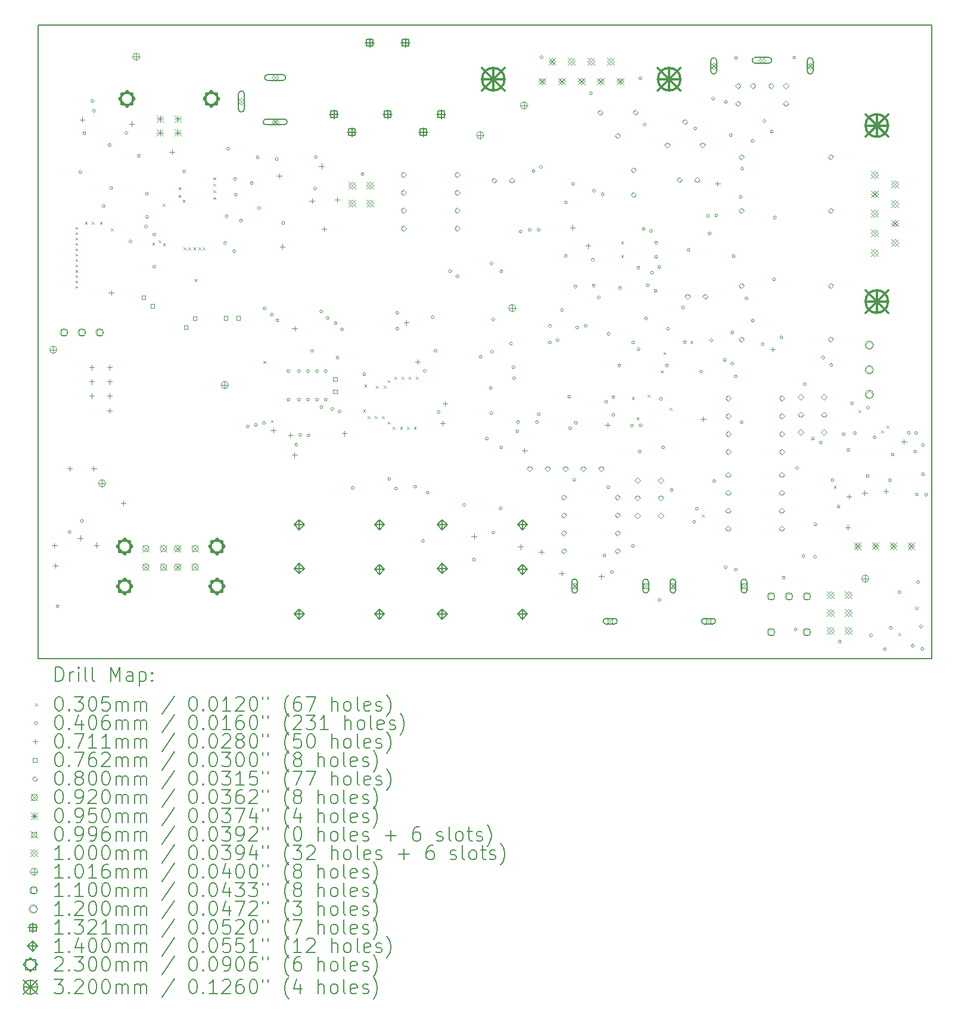
<source format=gbr>
%FSLAX45Y45*%
G04 Gerber Fmt 4.5, Leading zero omitted, Abs format (unit mm)*
G04 Created by KiCad (PCBNEW 6.0.2+dfsg-1) date 2024-03-10 18:31:01*
%MOMM*%
%LPD*%
G01*
G04 APERTURE LIST*
%TA.AperFunction,Profile*%
%ADD10C,0.200000*%
%TD*%
%ADD11C,0.200000*%
%ADD12C,0.030480*%
%ADD13C,0.040640*%
%ADD14C,0.071120*%
%ADD15C,0.076200*%
%ADD16C,0.080000*%
%ADD17C,0.092000*%
%ADD18C,0.095000*%
%ADD19C,0.099568*%
%ADD20C,0.100000*%
%ADD21C,0.101600*%
%ADD22C,0.110000*%
%ADD23C,0.120000*%
%ADD24C,0.132080*%
%ADD25C,0.140000*%
%ADD26C,0.230000*%
%ADD27C,0.320000*%
G04 APERTURE END LIST*
D10*
X3810000Y-2550160D02*
X16510000Y-2550160D01*
X16510000Y-2550160D02*
X16510000Y-11554460D01*
X16510000Y-11554460D02*
X3810000Y-11554460D01*
X3810000Y-11554460D02*
X3810000Y-2550160D01*
D11*
D12*
X4338320Y-5420360D02*
X4368800Y-5450840D01*
X4368800Y-5420360D02*
X4338320Y-5450840D01*
X4338320Y-5496560D02*
X4368800Y-5527040D01*
X4368800Y-5496560D02*
X4338320Y-5527040D01*
X4338320Y-5572760D02*
X4368800Y-5603240D01*
X4368800Y-5572760D02*
X4338320Y-5603240D01*
X4338320Y-5648960D02*
X4368800Y-5679440D01*
X4368800Y-5648960D02*
X4338320Y-5679440D01*
X4338320Y-5725160D02*
X4368800Y-5755640D01*
X4368800Y-5725160D02*
X4338320Y-5755640D01*
X4338320Y-5801360D02*
X4368800Y-5831840D01*
X4368800Y-5801360D02*
X4338320Y-5831840D01*
X4338320Y-5877560D02*
X4368800Y-5908040D01*
X4368800Y-5877560D02*
X4338320Y-5908040D01*
X4338320Y-5953760D02*
X4368800Y-5984240D01*
X4368800Y-5953760D02*
X4338320Y-5984240D01*
X4338320Y-6032500D02*
X4368800Y-6062980D01*
X4368800Y-6032500D02*
X4338320Y-6062980D01*
X4338320Y-6106160D02*
X4368800Y-6136640D01*
X4368800Y-6106160D02*
X4338320Y-6136640D01*
X4338320Y-6182360D02*
X4368800Y-6212840D01*
X4368800Y-6182360D02*
X4338320Y-6212840D01*
X4338320Y-6258560D02*
X4368800Y-6289040D01*
X4368800Y-6258560D02*
X4338320Y-6289040D01*
X4474148Y-5347908D02*
X4504628Y-5378388D01*
X4504628Y-5347908D02*
X4474148Y-5378388D01*
X4572000Y-5347908D02*
X4602480Y-5378388D01*
X4602480Y-5347908D02*
X4572000Y-5378388D01*
X4687632Y-5347908D02*
X4718112Y-5378388D01*
X4718112Y-5347908D02*
X4687632Y-5378388D01*
X4841240Y-5443220D02*
X4871720Y-5473700D01*
X4871720Y-5443220D02*
X4841240Y-5473700D01*
X5433060Y-5646420D02*
X5463540Y-5676900D01*
X5463540Y-5646420D02*
X5433060Y-5676900D01*
X5519420Y-5613400D02*
X5549900Y-5643880D01*
X5549900Y-5613400D02*
X5519420Y-5643880D01*
X5580380Y-5092700D02*
X5610860Y-5123180D01*
X5610860Y-5092700D02*
X5580380Y-5123180D01*
X5582920Y-5654040D02*
X5613400Y-5684520D01*
X5613400Y-5654040D02*
X5582920Y-5684520D01*
X5803900Y-4859020D02*
X5834380Y-4889500D01*
X5834380Y-4859020D02*
X5803900Y-4889500D01*
X5803900Y-4968240D02*
X5834380Y-4998720D01*
X5834380Y-4968240D02*
X5803900Y-4998720D01*
X5864860Y-5034280D02*
X5895340Y-5064760D01*
X5895340Y-5034280D02*
X5864860Y-5064760D01*
X5877560Y-5712460D02*
X5908040Y-5742940D01*
X5908040Y-5712460D02*
X5877560Y-5742940D01*
X5946140Y-5712460D02*
X5976620Y-5742940D01*
X5976620Y-5712460D02*
X5946140Y-5742940D01*
X6017260Y-5712460D02*
X6047740Y-5742940D01*
X6047740Y-5712460D02*
X6017260Y-5742940D01*
X6033134Y-6161406D02*
X6063614Y-6191886D01*
X6063614Y-6161406D02*
X6033134Y-6191886D01*
X6085840Y-5712460D02*
X6116320Y-5742940D01*
X6116320Y-5712460D02*
X6085840Y-5742940D01*
X6149340Y-5712460D02*
X6179820Y-5742940D01*
X6179820Y-5712460D02*
X6149340Y-5742940D01*
X6299200Y-4716780D02*
X6329680Y-4747260D01*
X6329680Y-4716780D02*
X6299200Y-4747260D01*
X6299200Y-4808220D02*
X6329680Y-4838700D01*
X6329680Y-4808220D02*
X6299200Y-4838700D01*
X6299200Y-4899660D02*
X6329680Y-4930140D01*
X6329680Y-4899660D02*
X6299200Y-4930140D01*
X6299200Y-4998720D02*
X6329680Y-5029200D01*
X6329680Y-4998720D02*
X6299200Y-5029200D01*
X7012550Y-7324752D02*
X7043030Y-7355232D01*
X7043030Y-7324752D02*
X7012550Y-7355232D01*
X7117080Y-8163560D02*
X7147560Y-8194040D01*
X7147560Y-8163560D02*
X7117080Y-8194040D01*
X8430369Y-8018671D02*
X8460849Y-8049151D01*
X8460849Y-8018671D02*
X8430369Y-8049151D01*
X8445110Y-7662572D02*
X8475590Y-7693052D01*
X8475590Y-7662572D02*
X8445110Y-7693052D01*
X8490830Y-8109612D02*
X8521310Y-8140092D01*
X8521310Y-8109612D02*
X8490830Y-8140092D01*
X8592430Y-8109612D02*
X8622910Y-8140092D01*
X8622910Y-8109612D02*
X8592430Y-8140092D01*
X8612750Y-7677812D02*
X8643230Y-7708292D01*
X8643230Y-7677812D02*
X8612750Y-7708292D01*
X8694030Y-8109612D02*
X8724510Y-8140092D01*
X8724510Y-8109612D02*
X8694030Y-8140092D01*
X8719430Y-7677812D02*
X8749910Y-7708292D01*
X8749910Y-7677812D02*
X8719430Y-7708292D01*
X8774539Y-8190121D02*
X8805019Y-8220601D01*
X8805019Y-8190121D02*
X8774539Y-8220601D01*
X8775201Y-7596641D02*
X8805681Y-7627121D01*
X8805681Y-7596641D02*
X8775201Y-7627121D01*
X8846430Y-8262012D02*
X8876910Y-8292492D01*
X8876910Y-8262012D02*
X8846430Y-8292492D01*
X8871830Y-7550812D02*
X8902310Y-7581292D01*
X8902310Y-7550812D02*
X8871830Y-7581292D01*
X8954108Y-8262012D02*
X8984588Y-8292492D01*
X8984588Y-8262012D02*
X8954108Y-8292492D01*
X8973430Y-7550812D02*
X9003910Y-7581292D01*
X9003910Y-7550812D02*
X8973430Y-7581292D01*
X9052170Y-8262012D02*
X9082650Y-8292492D01*
X9082650Y-8262012D02*
X9052170Y-8292492D01*
X9075030Y-7550812D02*
X9105510Y-7581292D01*
X9105510Y-7550812D02*
X9075030Y-7581292D01*
X9149688Y-8262012D02*
X9180168Y-8292492D01*
X9180168Y-8262012D02*
X9149688Y-8292492D01*
X9176630Y-7550812D02*
X9207110Y-7581292D01*
X9207110Y-7550812D02*
X9176630Y-7581292D01*
X12095480Y-5626100D02*
X12125960Y-5656580D01*
X12125960Y-5626100D02*
X12095480Y-5656580D01*
X12096491Y-5824220D02*
X12126971Y-5854700D01*
X12126971Y-5824220D02*
X12096491Y-5854700D01*
X12247880Y-7835900D02*
X12278360Y-7866380D01*
X12278360Y-7835900D02*
X12247880Y-7866380D01*
X12316460Y-8125460D02*
X12346940Y-8155940D01*
X12346940Y-8125460D02*
X12316460Y-8155940D01*
X12473940Y-7805420D02*
X12504420Y-7835900D01*
X12504420Y-7805420D02*
X12473940Y-7835900D01*
X12659360Y-7462520D02*
X12689840Y-7493000D01*
X12689840Y-7462520D02*
X12659360Y-7493000D01*
X12694920Y-7198360D02*
X12725400Y-7228840D01*
X12725400Y-7198360D02*
X12694920Y-7228840D01*
X12786360Y-7990840D02*
X12816840Y-8021320D01*
X12816840Y-7990840D02*
X12786360Y-8021320D01*
X13075970Y-7040880D02*
X13106450Y-7071360D01*
X13106450Y-7040880D02*
X13075970Y-7071360D01*
X13241020Y-9507245D02*
X13271500Y-9537725D01*
X13271500Y-9507245D02*
X13241020Y-9537725D01*
X15118080Y-9100820D02*
X15148560Y-9131300D01*
X15148560Y-9100820D02*
X15118080Y-9131300D01*
X15471140Y-8023860D02*
X15501620Y-8054340D01*
X15501620Y-8023860D02*
X15471140Y-8054340D01*
X15788640Y-8310880D02*
X15819120Y-8341360D01*
X15819120Y-8310880D02*
X15788640Y-8341360D01*
X15867380Y-8242300D02*
X15897860Y-8272780D01*
X15897860Y-8242300D02*
X15867380Y-8272780D01*
X16036247Y-11189520D02*
X16066727Y-11220000D01*
X16066727Y-11189520D02*
X16036247Y-11220000D01*
D13*
X4104640Y-10810240D02*
G75*
G03*
X4104640Y-10810240I-20320J0D01*
G01*
X4274820Y-9753600D02*
G75*
G03*
X4274820Y-9753600I-20320J0D01*
G01*
X4429760Y-4638040D02*
G75*
G03*
X4429760Y-4638040I-20320J0D01*
G01*
X4449776Y-9598356D02*
G75*
G03*
X4449776Y-9598356I-20320J0D01*
G01*
X4485640Y-4089400D02*
G75*
G03*
X4485640Y-4089400I-20320J0D01*
G01*
X4599940Y-3632200D02*
G75*
G03*
X4599940Y-3632200I-20320J0D01*
G01*
X4622800Y-3771900D02*
G75*
G03*
X4622800Y-3771900I-20320J0D01*
G01*
X4757420Y-5123180D02*
G75*
G03*
X4757420Y-5123180I-20320J0D01*
G01*
X4843780Y-4257040D02*
G75*
G03*
X4843780Y-4257040I-20320J0D01*
G01*
X4866640Y-4869180D02*
G75*
G03*
X4866640Y-4869180I-20320J0D01*
G01*
X5082540Y-4086860D02*
G75*
G03*
X5082540Y-4086860I-20320J0D01*
G01*
X5140960Y-5626100D02*
G75*
G03*
X5140960Y-5626100I-20320J0D01*
G01*
X5260340Y-4409440D02*
G75*
G03*
X5260340Y-4409440I-20320J0D01*
G01*
X5361940Y-5415280D02*
G75*
G03*
X5361940Y-5415280I-20320J0D01*
G01*
X5372150Y-4949335D02*
G75*
G03*
X5372150Y-4949335I-20320J0D01*
G01*
X5377180Y-5278120D02*
G75*
G03*
X5377180Y-5278120I-20320J0D01*
G01*
X5476240Y-5529580D02*
G75*
G03*
X5476240Y-5529580I-20320J0D01*
G01*
X5476240Y-5986780D02*
G75*
G03*
X5476240Y-5986780I-20320J0D01*
G01*
X5905500Y-4632960D02*
G75*
G03*
X5905500Y-4632960I-20320J0D01*
G01*
X6487155Y-5648960D02*
G75*
G03*
X6487155Y-5648960I-20320J0D01*
G01*
X6505970Y-5270500D02*
G75*
G03*
X6505970Y-5270500I-20320J0D01*
G01*
X6527800Y-4310380D02*
G75*
G03*
X6527800Y-4310380I-20320J0D01*
G01*
X6614160Y-5765800D02*
G75*
G03*
X6614160Y-5765800I-20320J0D01*
G01*
X6629400Y-4739640D02*
G75*
G03*
X6629400Y-4739640I-20320J0D01*
G01*
X6637020Y-4963160D02*
G75*
G03*
X6637020Y-4963160I-20320J0D01*
G01*
X6713220Y-5331460D02*
G75*
G03*
X6713220Y-5331460I-20320J0D01*
G01*
X6809350Y-8254392D02*
G75*
G03*
X6809350Y-8254392I-20320J0D01*
G01*
X6863080Y-4798060D02*
G75*
G03*
X6863080Y-4798060I-20320J0D01*
G01*
X6923650Y-8234072D02*
G75*
G03*
X6923650Y-8234072I-20320J0D01*
G01*
X6946900Y-4432300D02*
G75*
G03*
X6946900Y-4432300I-20320J0D01*
G01*
X6969760Y-5153660D02*
G75*
G03*
X6969760Y-5153660I-20320J0D01*
G01*
X7037950Y-8206132D02*
G75*
G03*
X7037950Y-8206132I-20320J0D01*
G01*
X7048110Y-6577992D02*
G75*
G03*
X7048110Y-6577992I-20320J0D01*
G01*
X7149710Y-6666892D02*
G75*
G03*
X7149710Y-6666892I-20320J0D01*
G01*
X7221220Y-4457700D02*
G75*
G03*
X7221220Y-4457700I-20320J0D01*
G01*
X7228450Y-6748172D02*
G75*
G03*
X7228450Y-6748172I-20320J0D01*
G01*
X7312660Y-5364480D02*
G75*
G03*
X7312660Y-5364480I-20320J0D01*
G01*
X7385930Y-7469532D02*
G75*
G03*
X7385930Y-7469532I-20320J0D01*
G01*
X7385930Y-7873392D02*
G75*
G03*
X7385930Y-7873392I-20320J0D01*
G01*
X7497690Y-8516012D02*
G75*
G03*
X7497690Y-8516012I-20320J0D01*
G01*
X7535790Y-7469532D02*
G75*
G03*
X7535790Y-7469532I-20320J0D01*
G01*
X7535790Y-7873392D02*
G75*
G03*
X7535790Y-7873392I-20320J0D01*
G01*
X7553570Y-8376312D02*
G75*
G03*
X7553570Y-8376312I-20320J0D01*
G01*
X7662790Y-7469532D02*
G75*
G03*
X7662790Y-7469532I-20320J0D01*
G01*
X7662790Y-7873392D02*
G75*
G03*
X7662790Y-7873392I-20320J0D01*
G01*
X7670410Y-8381392D02*
G75*
G03*
X7670410Y-8381392I-20320J0D01*
G01*
X7721600Y-7180580D02*
G75*
G03*
X7721600Y-7180580I-20320J0D01*
G01*
X7764830Y-4874260D02*
G75*
G03*
X7764830Y-4874260I-20320J0D01*
G01*
X7777480Y-4429760D02*
G75*
G03*
X7777480Y-4429760I-20320J0D01*
G01*
X7792330Y-7469532D02*
G75*
G03*
X7792330Y-7469532I-20320J0D01*
G01*
X7792330Y-7873392D02*
G75*
G03*
X7792330Y-7873392I-20320J0D01*
G01*
X7853290Y-6621172D02*
G75*
G03*
X7853290Y-6621172I-20320J0D01*
G01*
X7853290Y-7980072D02*
G75*
G03*
X7853290Y-7980072I-20320J0D01*
G01*
X7916790Y-7469532D02*
G75*
G03*
X7916790Y-7469532I-20320J0D01*
G01*
X7916790Y-7873392D02*
G75*
G03*
X7916790Y-7873392I-20320J0D01*
G01*
X7942190Y-6715152D02*
G75*
G03*
X7942190Y-6715152I-20320J0D01*
G01*
X8011212Y-8007313D02*
G75*
G03*
X8011212Y-8007313I-20320J0D01*
G01*
X8059030Y-6788812D02*
G75*
G03*
X8059030Y-6788812I-20320J0D01*
G01*
X8084820Y-7277100D02*
G75*
G03*
X8084820Y-7277100I-20320J0D01*
G01*
X8112370Y-8041032D02*
G75*
G03*
X8112370Y-8041032I-20320J0D01*
G01*
X8150470Y-6875172D02*
G75*
G03*
X8150470Y-6875172I-20320J0D01*
G01*
X8300720Y-9128760D02*
G75*
G03*
X8300720Y-9128760I-20320J0D01*
G01*
X8440420Y-4671060D02*
G75*
G03*
X8440420Y-4671060I-20320J0D01*
G01*
X8463280Y-7512922D02*
G75*
G03*
X8463280Y-7512922I-20320J0D01*
G01*
X8818880Y-9001760D02*
G75*
G03*
X8818880Y-9001760I-20320J0D01*
G01*
X8915400Y-9136380D02*
G75*
G03*
X8915400Y-9136380I-20320J0D01*
G01*
X8932790Y-6641492D02*
G75*
G03*
X8932790Y-6641492I-20320J0D01*
G01*
X8932790Y-6865012D02*
G75*
G03*
X8932790Y-6865012I-20320J0D01*
G01*
X9187180Y-9110980D02*
G75*
G03*
X9187180Y-9110980I-20320J0D01*
G01*
X9296400Y-9880600D02*
G75*
G03*
X9296400Y-9880600I-20320J0D01*
G01*
X9323950Y-7464452D02*
G75*
G03*
X9323950Y-7464452I-20320J0D01*
G01*
X9364980Y-9194800D02*
G75*
G03*
X9364980Y-9194800I-20320J0D01*
G01*
X9436100Y-6703060D02*
G75*
G03*
X9436100Y-6703060I-20320J0D01*
G01*
X9473810Y-7179972D02*
G75*
G03*
X9473810Y-7179972I-20320J0D01*
G01*
X9519920Y-8049260D02*
G75*
G03*
X9519920Y-8049260I-20320J0D01*
G01*
X9682480Y-6050280D02*
G75*
G03*
X9682480Y-6050280I-20320J0D01*
G01*
X9786620Y-6121400D02*
G75*
G03*
X9786620Y-6121400I-20320J0D01*
G01*
X9883140Y-9370010D02*
G75*
G03*
X9883140Y-9370010I-20320J0D01*
G01*
X10020300Y-10147300D02*
G75*
G03*
X10020300Y-10147300I-20320J0D01*
G01*
X10116820Y-7264400D02*
G75*
G03*
X10116820Y-7264400I-20320J0D01*
G01*
X10205720Y-8427720D02*
G75*
G03*
X10205720Y-8427720I-20320J0D01*
G01*
X10261600Y-7711440D02*
G75*
G03*
X10261600Y-7711440I-20320J0D01*
G01*
X10271370Y-8066432D02*
G75*
G03*
X10271370Y-8066432I-20320J0D01*
G01*
X10271760Y-5941060D02*
G75*
G03*
X10271760Y-5941060I-20320J0D01*
G01*
X10281920Y-7193280D02*
G75*
G03*
X10281920Y-7193280I-20320J0D01*
G01*
X10297160Y-6736080D02*
G75*
G03*
X10297160Y-6736080I-20320J0D01*
G01*
X10297160Y-9761220D02*
G75*
G03*
X10297160Y-9761220I-20320J0D01*
G01*
X10401300Y-9418320D02*
G75*
G03*
X10401300Y-9418320I-20320J0D01*
G01*
X10411070Y-8551572D02*
G75*
G03*
X10411070Y-8551572I-20320J0D01*
G01*
X10411460Y-6052820D02*
G75*
G03*
X10411460Y-6052820I-20320J0D01*
G01*
X10548230Y-7078372D02*
G75*
G03*
X10548230Y-7078372I-20320J0D01*
G01*
X10584180Y-7414260D02*
G75*
G03*
X10584180Y-7414260I-20320J0D01*
G01*
X10591410Y-7571132D02*
G75*
G03*
X10591410Y-7571132I-20320J0D01*
G01*
X10639670Y-8322972D02*
G75*
G03*
X10639670Y-8322972I-20320J0D01*
G01*
X10650220Y-8194040D02*
G75*
G03*
X10650220Y-8194040I-20320J0D01*
G01*
X10685780Y-5486400D02*
G75*
G03*
X10685780Y-5486400I-20320J0D01*
G01*
X10815320Y-5461000D02*
G75*
G03*
X10815320Y-5461000I-20320J0D01*
G01*
X10868710Y-4630420D02*
G75*
G03*
X10868710Y-4630420I-20320J0D01*
G01*
X10916920Y-8194040D02*
G75*
G03*
X10916920Y-8194040I-20320J0D01*
G01*
X10942320Y-5461000D02*
G75*
G03*
X10942320Y-5461000I-20320J0D01*
G01*
X10947400Y-8082280D02*
G75*
G03*
X10947400Y-8082280I-20320J0D01*
G01*
X10975340Y-4569460D02*
G75*
G03*
X10975340Y-4569460I-20320J0D01*
G01*
X10982960Y-3009900D02*
G75*
G03*
X10982960Y-3009900I-20320J0D01*
G01*
X11102340Y-6827520D02*
G75*
G03*
X11102340Y-6827520I-20320J0D01*
G01*
X11102340Y-7063740D02*
G75*
G03*
X11102340Y-7063740I-20320J0D01*
G01*
X11211560Y-7025590D02*
G75*
G03*
X11211560Y-7025590I-20320J0D01*
G01*
X11272520Y-6601460D02*
G75*
G03*
X11272520Y-6601460I-20320J0D01*
G01*
X11328400Y-5072380D02*
G75*
G03*
X11328400Y-5072380I-20320J0D01*
G01*
X11328400Y-5831840D02*
G75*
G03*
X11328400Y-5831840I-20320J0D01*
G01*
X11376660Y-7833360D02*
G75*
G03*
X11376660Y-7833360I-20320J0D01*
G01*
X11389360Y-8280400D02*
G75*
G03*
X11389360Y-8280400I-20320J0D01*
G01*
X11430000Y-4810760D02*
G75*
G03*
X11430000Y-4810760I-20320J0D01*
G01*
X11447780Y-9011920D02*
G75*
G03*
X11447780Y-9011920I-20320J0D01*
G01*
X11465560Y-6268720D02*
G75*
G03*
X11465560Y-6268720I-20320J0D01*
G01*
X11470591Y-8204249D02*
G75*
G03*
X11470591Y-8204249I-20320J0D01*
G01*
X11488420Y-6850380D02*
G75*
G03*
X11488420Y-6850380I-20320J0D01*
G01*
X11610340Y-6824980D02*
G75*
G03*
X11610340Y-6824980I-20320J0D01*
G01*
X11684000Y-3522980D02*
G75*
G03*
X11684000Y-3522980I-20320J0D01*
G01*
X11711940Y-5887720D02*
G75*
G03*
X11711940Y-5887720I-20320J0D01*
G01*
X11724640Y-6256020D02*
G75*
G03*
X11724640Y-6256020I-20320J0D01*
G01*
X11729720Y-4907280D02*
G75*
G03*
X11729720Y-4907280I-20320J0D01*
G01*
X11794685Y-6422195D02*
G75*
G03*
X11794685Y-6422195I-20320J0D01*
G01*
X11851640Y-4958080D02*
G75*
G03*
X11851640Y-4958080I-20320J0D01*
G01*
X11874500Y-10088880D02*
G75*
G03*
X11874500Y-10088880I-20320J0D01*
G01*
X11899900Y-7904480D02*
G75*
G03*
X11899900Y-7904480I-20320J0D01*
G01*
X11931430Y-9118600D02*
G75*
G03*
X11931430Y-9118600I-20320J0D01*
G01*
X11935460Y-6939280D02*
G75*
G03*
X11935460Y-6939280I-20320J0D01*
G01*
X11983720Y-10322560D02*
G75*
G03*
X11983720Y-10322560I-20320J0D01*
G01*
X12001500Y-8089900D02*
G75*
G03*
X12001500Y-8089900I-20320J0D01*
G01*
X12004040Y-7838440D02*
G75*
G03*
X12004040Y-7838440I-20320J0D01*
G01*
X12087860Y-7388860D02*
G75*
G03*
X12087860Y-7388860I-20320J0D01*
G01*
X12098020Y-6289040D02*
G75*
G03*
X12098020Y-6289040I-20320J0D01*
G01*
X12268200Y-8244840D02*
G75*
G03*
X12268200Y-8244840I-20320J0D01*
G01*
X12280900Y-9951720D02*
G75*
G03*
X12280900Y-9951720I-20320J0D01*
G01*
X12285980Y-7061200D02*
G75*
G03*
X12285980Y-7061200I-20320J0D01*
G01*
X12359640Y-6002020D02*
G75*
G03*
X12359640Y-6002020I-20320J0D01*
G01*
X12362180Y-7157770D02*
G75*
G03*
X12362180Y-7157770I-20320J0D01*
G01*
X12377420Y-8610600D02*
G75*
G03*
X12377420Y-8610600I-20320J0D01*
G01*
X12387580Y-3309620D02*
G75*
G03*
X12387580Y-3309620I-20320J0D01*
G01*
X12390120Y-8237220D02*
G75*
G03*
X12390120Y-8237220I-20320J0D01*
G01*
X12435622Y-5447109D02*
G75*
G03*
X12435622Y-5447109I-20320J0D01*
G01*
X12448540Y-3967480D02*
G75*
G03*
X12448540Y-3967480I-20320J0D01*
G01*
X12466320Y-6720840D02*
G75*
G03*
X12466320Y-6720840I-20320J0D01*
G01*
X12491720Y-6250940D02*
G75*
G03*
X12491720Y-6250940I-20320J0D01*
G01*
X12537440Y-5478780D02*
G75*
G03*
X12537440Y-5478780I-20320J0D01*
G01*
X12552680Y-6071778D02*
G75*
G03*
X12552680Y-6071778I-20320J0D01*
G01*
X12603480Y-6327140D02*
G75*
G03*
X12603480Y-6327140I-20320J0D01*
G01*
X12612281Y-5646260D02*
G75*
G03*
X12612281Y-5646260I-20320J0D01*
G01*
X12612281Y-5846260D02*
G75*
G03*
X12612281Y-5846260I-20320J0D01*
G01*
X12654280Y-5989320D02*
G75*
G03*
X12654280Y-5989320I-20320J0D01*
G01*
X12656820Y-10718800D02*
G75*
G03*
X12656820Y-10718800I-20320J0D01*
G01*
X12680058Y-7862555D02*
G75*
G03*
X12680058Y-7862555I-20320J0D01*
G01*
X12712700Y-8552180D02*
G75*
G03*
X12712700Y-8552180I-20320J0D01*
G01*
X12766040Y-7388860D02*
G75*
G03*
X12766040Y-7388860I-20320J0D01*
G01*
X12778740Y-6865620D02*
G75*
G03*
X12778740Y-6865620I-20320J0D01*
G01*
X12832370Y-9159240D02*
G75*
G03*
X12832370Y-9159240I-20320J0D01*
G01*
X12992100Y-6565950D02*
G75*
G03*
X12992100Y-6565950I-20320J0D01*
G01*
X13020040Y-7058660D02*
G75*
G03*
X13020040Y-7058660I-20320J0D01*
G01*
X13070840Y-5750560D02*
G75*
G03*
X13070840Y-5750560I-20320J0D01*
G01*
X13151974Y-9608820D02*
G75*
G03*
X13151974Y-9608820I-20320J0D01*
G01*
X13167360Y-4020820D02*
G75*
G03*
X13167360Y-4020820I-20320J0D01*
G01*
X13190220Y-9423400D02*
G75*
G03*
X13190220Y-9423400I-20320J0D01*
G01*
X13251180Y-7477858D02*
G75*
G03*
X13251180Y-7477858I-20320J0D01*
G01*
X13348967Y-5262930D02*
G75*
G03*
X13348967Y-5262930I-20320J0D01*
G01*
X13373100Y-5514340D02*
G75*
G03*
X13373100Y-5514340I-20320J0D01*
G01*
X13395960Y-7033260D02*
G75*
G03*
X13395960Y-7033260I-20320J0D01*
G01*
X13421360Y-3596640D02*
G75*
G03*
X13421360Y-3596640I-20320J0D01*
G01*
X13436600Y-9032240D02*
G75*
G03*
X13436600Y-9032240I-20320J0D01*
G01*
X13467178Y-5257800D02*
G75*
G03*
X13467178Y-5257800I-20320J0D01*
G01*
X13586460Y-7310120D02*
G75*
G03*
X13586460Y-7310120I-20320J0D01*
G01*
X13599160Y-10251440D02*
G75*
G03*
X13599160Y-10251440I-20320J0D01*
G01*
X13604240Y-3644900D02*
G75*
G03*
X13604240Y-3644900I-20320J0D01*
G01*
X13672820Y-4117340D02*
G75*
G03*
X13672820Y-4117340I-20320J0D01*
G01*
X13693140Y-7363460D02*
G75*
G03*
X13693140Y-7363460I-20320J0D01*
G01*
X13694443Y-6920197D02*
G75*
G03*
X13694443Y-6920197I-20320J0D01*
G01*
X13713460Y-5834380D02*
G75*
G03*
X13713460Y-5834380I-20320J0D01*
G01*
X13741400Y-7543850D02*
G75*
G03*
X13741400Y-7543850I-20320J0D01*
G01*
X13743940Y-10287000D02*
G75*
G03*
X13743940Y-10287000I-20320J0D01*
G01*
X13746480Y-3017520D02*
G75*
G03*
X13746480Y-3017520I-20320J0D01*
G01*
X13812520Y-4996180D02*
G75*
G03*
X13812520Y-4996180I-20320J0D01*
G01*
X13827760Y-8196580D02*
G75*
G03*
X13827760Y-8196580I-20320J0D01*
G01*
X13835380Y-4592320D02*
G75*
G03*
X13835380Y-4592320I-20320J0D01*
G01*
X13893800Y-6433820D02*
G75*
G03*
X13893800Y-6433820I-20320J0D01*
G01*
X13982702Y-4200247D02*
G75*
G03*
X13982702Y-4200247I-20320J0D01*
G01*
X13985240Y-6751320D02*
G75*
G03*
X13985240Y-6751320I-20320J0D01*
G01*
X14127480Y-7086600D02*
G75*
G03*
X14127480Y-7086600I-20320J0D01*
G01*
X14150340Y-3916680D02*
G75*
G03*
X14150340Y-3916680I-20320J0D01*
G01*
X14254480Y-4066540D02*
G75*
G03*
X14254480Y-4066540I-20320J0D01*
G01*
X14287500Y-6167120D02*
G75*
G03*
X14287500Y-6167120I-20320J0D01*
G01*
X14297660Y-5288280D02*
G75*
G03*
X14297660Y-5288280I-20320J0D01*
G01*
X14389100Y-6990080D02*
G75*
G03*
X14389100Y-6990080I-20320J0D01*
G01*
X14424660Y-10403840D02*
G75*
G03*
X14424660Y-10403840I-20320J0D01*
G01*
X14574520Y-3014980D02*
G75*
G03*
X14574520Y-3014980I-20320J0D01*
G01*
X14592300Y-11137900D02*
G75*
G03*
X14592300Y-11137900I-20320J0D01*
G01*
X14615160Y-8844280D02*
G75*
G03*
X14615160Y-8844280I-20320J0D01*
G01*
X14706600Y-10096500D02*
G75*
G03*
X14706600Y-10096500I-20320J0D01*
G01*
X14724380Y-7653020D02*
G75*
G03*
X14724380Y-7653020I-20320J0D01*
G01*
X14838680Y-8427770D02*
G75*
G03*
X14838680Y-8427770I-20320J0D01*
G01*
X14869160Y-10106660D02*
G75*
G03*
X14869160Y-10106660I-20320J0D01*
G01*
X14876780Y-9646920D02*
G75*
G03*
X14876780Y-9646920I-20320J0D01*
G01*
X14952980Y-8486140D02*
G75*
G03*
X14952980Y-8486140I-20320J0D01*
G01*
X14986000Y-7277150D02*
G75*
G03*
X14986000Y-7277150I-20320J0D01*
G01*
X15100300Y-7381240D02*
G75*
G03*
X15100300Y-7381240I-20320J0D01*
G01*
X15118080Y-9017000D02*
G75*
G03*
X15118080Y-9017000I-20320J0D01*
G01*
X15204440Y-9392920D02*
G75*
G03*
X15204440Y-9392920I-20320J0D01*
G01*
X15222220Y-11310620D02*
G75*
G03*
X15222220Y-11310620I-20320J0D01*
G01*
X15275560Y-8364220D02*
G75*
G03*
X15275560Y-8364220I-20320J0D01*
G01*
X15341600Y-8587740D02*
G75*
G03*
X15341600Y-8587740I-20320J0D01*
G01*
X15397480Y-7924800D02*
G75*
G03*
X15397480Y-7924800I-20320J0D01*
G01*
X15435580Y-8348980D02*
G75*
G03*
X15435580Y-8348980I-20320J0D01*
G01*
X15618460Y-8958580D02*
G75*
G03*
X15618460Y-8958580I-20320J0D01*
G01*
X15623540Y-7988300D02*
G75*
G03*
X15623540Y-7988300I-20320J0D01*
G01*
X15664180Y-11224260D02*
G75*
G03*
X15664180Y-11224260I-20320J0D01*
G01*
X15716506Y-8408926D02*
G75*
G03*
X15716506Y-8408926I-20320J0D01*
G01*
X15862300Y-11419840D02*
G75*
G03*
X15862300Y-11419840I-20320J0D01*
G01*
X15933420Y-9019540D02*
G75*
G03*
X15933420Y-9019540I-20320J0D01*
G01*
X15946120Y-11115040D02*
G75*
G03*
X15946120Y-11115040I-20320J0D01*
G01*
X15974060Y-8653780D02*
G75*
G03*
X15974060Y-8653780I-20320J0D01*
G01*
X16073120Y-10609580D02*
G75*
G03*
X16073120Y-10609580I-20320J0D01*
G01*
X16200120Y-8346440D02*
G75*
G03*
X16200120Y-8346440I-20320J0D01*
G01*
X16257233Y-11369090D02*
G75*
G03*
X16257233Y-11369090I-20320J0D01*
G01*
X16294100Y-8610600D02*
G75*
G03*
X16294100Y-8610600I-20320J0D01*
G01*
X16306800Y-8348980D02*
G75*
G03*
X16306800Y-8348980I-20320J0D01*
G01*
X16316960Y-9220200D02*
G75*
G03*
X16316960Y-9220200I-20320J0D01*
G01*
X16316960Y-10835640D02*
G75*
G03*
X16316960Y-10835640I-20320J0D01*
G01*
X16334740Y-10467340D02*
G75*
G03*
X16334740Y-10467340I-20320J0D01*
G01*
X16375380Y-11097260D02*
G75*
G03*
X16375380Y-11097260I-20320J0D01*
G01*
X16395700Y-11414760D02*
G75*
G03*
X16395700Y-11414760I-20320J0D01*
G01*
X16403320Y-8521700D02*
G75*
G03*
X16403320Y-8521700I-20320J0D01*
G01*
X16405860Y-8933180D02*
G75*
G03*
X16405860Y-8933180I-20320J0D01*
G01*
X16446500Y-9225280D02*
G75*
G03*
X16446500Y-9225280I-20320J0D01*
G01*
D14*
X4041140Y-9908540D02*
X4041140Y-9979660D01*
X4005580Y-9944100D02*
X4076700Y-9944100D01*
X4053840Y-10198100D02*
X4053840Y-10269220D01*
X4018280Y-10233660D02*
X4089400Y-10233660D01*
X4259580Y-8816340D02*
X4259580Y-8887460D01*
X4224020Y-8851900D02*
X4295140Y-8851900D01*
X4406900Y-9804400D02*
X4406900Y-9875520D01*
X4371340Y-9839960D02*
X4442460Y-9839960D01*
X4434840Y-3860800D02*
X4434840Y-3931920D01*
X4399280Y-3896360D02*
X4470400Y-3896360D01*
X4572000Y-7381240D02*
X4572000Y-7452360D01*
X4536440Y-7416800D02*
X4607560Y-7416800D01*
X4572000Y-7584440D02*
X4572000Y-7655560D01*
X4536440Y-7620000D02*
X4607560Y-7620000D01*
X4572000Y-7787640D02*
X4572000Y-7858760D01*
X4536440Y-7823200D02*
X4607560Y-7823200D01*
X4599940Y-8816340D02*
X4599940Y-8887460D01*
X4564380Y-8851900D02*
X4635500Y-8851900D01*
X4640580Y-9906000D02*
X4640580Y-9977120D01*
X4605020Y-9941560D02*
X4676140Y-9941560D01*
X4826000Y-7381240D02*
X4826000Y-7452360D01*
X4790440Y-7416800D02*
X4861560Y-7416800D01*
X4826000Y-7584440D02*
X4826000Y-7655560D01*
X4790440Y-7620000D02*
X4861560Y-7620000D01*
X4826000Y-7787640D02*
X4826000Y-7858760D01*
X4790440Y-7823200D02*
X4861560Y-7823200D01*
X4826000Y-7993380D02*
X4826000Y-8064500D01*
X4790440Y-8028940D02*
X4861560Y-8028940D01*
X4846320Y-6319520D02*
X4846320Y-6390640D01*
X4810760Y-6355080D02*
X4881880Y-6355080D01*
X5021580Y-9306560D02*
X5021580Y-9377680D01*
X4986020Y-9342120D02*
X5057140Y-9342120D01*
X5138420Y-3919220D02*
X5138420Y-3990340D01*
X5102860Y-3954780D02*
X5173980Y-3954780D01*
X5709920Y-4320540D02*
X5709920Y-4391660D01*
X5674360Y-4356100D02*
X5745480Y-4356100D01*
X7150100Y-8272780D02*
X7150100Y-8343900D01*
X7114540Y-8308340D02*
X7185660Y-8308340D01*
X7233920Y-4658360D02*
X7233920Y-4729480D01*
X7198360Y-4693920D02*
X7269480Y-4693920D01*
X7282180Y-5664200D02*
X7282180Y-5735320D01*
X7246620Y-5699760D02*
X7317740Y-5699760D01*
X7393940Y-8341360D02*
X7393940Y-8412480D01*
X7358380Y-8376920D02*
X7429500Y-8376920D01*
X7451970Y-8625232D02*
X7451970Y-8696352D01*
X7416410Y-8660792D02*
X7487530Y-8660792D01*
X7454510Y-6826912D02*
X7454510Y-6898032D01*
X7418950Y-6862472D02*
X7490070Y-6862472D01*
X7699680Y-5017440D02*
X7699680Y-5088560D01*
X7664120Y-5053000D02*
X7735240Y-5053000D01*
X7835900Y-4521200D02*
X7835900Y-4592320D01*
X7800340Y-4556760D02*
X7871460Y-4556760D01*
X7874000Y-5415280D02*
X7874000Y-5486400D01*
X7838440Y-5450840D02*
X7909560Y-5450840D01*
X8056880Y-4996180D02*
X8056880Y-5067300D01*
X8021320Y-5031740D02*
X8092440Y-5031740D01*
X8160630Y-8320432D02*
X8160630Y-8391552D01*
X8125070Y-8355992D02*
X8196190Y-8355992D01*
X9042010Y-6745632D02*
X9042010Y-6816752D01*
X9006450Y-6781192D02*
X9077570Y-6781192D01*
X9202030Y-7299352D02*
X9202030Y-7370472D01*
X9166470Y-7334912D02*
X9237590Y-7334912D01*
X9557630Y-8173112D02*
X9557630Y-8244232D01*
X9522070Y-8208672D02*
X9593190Y-8208672D01*
X9593190Y-7893712D02*
X9593190Y-7964832D01*
X9557630Y-7929272D02*
X9628750Y-7929272D01*
X10002520Y-9779000D02*
X10002520Y-9850120D01*
X9966960Y-9814560D02*
X10038080Y-9814560D01*
X10662920Y-9928860D02*
X10662920Y-9999980D01*
X10627360Y-9964420D02*
X10698480Y-9964420D01*
X10721340Y-8564880D02*
X10721340Y-8636000D01*
X10685780Y-8600440D02*
X10756900Y-8600440D01*
X10960100Y-10002520D02*
X10960100Y-10073640D01*
X10924540Y-10038080D02*
X10995660Y-10038080D01*
X11247120Y-10307320D02*
X11247120Y-10378440D01*
X11211560Y-10342880D02*
X11282680Y-10342880D01*
X11404600Y-5392420D02*
X11404600Y-5463540D01*
X11369040Y-5427980D02*
X11440160Y-5427980D01*
X11625580Y-5654040D02*
X11625580Y-5725160D01*
X11590020Y-5689600D02*
X11661140Y-5689600D01*
X11813540Y-10353040D02*
X11813540Y-10424160D01*
X11777980Y-10388600D02*
X11849100Y-10388600D01*
X11899900Y-8196580D02*
X11899900Y-8267700D01*
X11864340Y-8232140D02*
X11935460Y-8232140D01*
X13261340Y-8115300D02*
X13261340Y-8186420D01*
X13225780Y-8150860D02*
X13296900Y-8150860D01*
X13464540Y-4767580D02*
X13464540Y-4838700D01*
X13428980Y-4803140D02*
X13500100Y-4803140D01*
X14246860Y-7124700D02*
X14246860Y-7195820D01*
X14211300Y-7160260D02*
X14282420Y-7160260D01*
X15313660Y-9652000D02*
X15313660Y-9723120D01*
X15278100Y-9687560D02*
X15349220Y-9687560D01*
X15333980Y-9215120D02*
X15333980Y-9286240D01*
X15298420Y-9250680D02*
X15369540Y-9250680D01*
X15554960Y-9164320D02*
X15554960Y-9235440D01*
X15519400Y-9199880D02*
X15590520Y-9199880D01*
X15857220Y-9136380D02*
X15857220Y-9207500D01*
X15821660Y-9171940D02*
X15892780Y-9171940D01*
X16113760Y-8437880D02*
X16113760Y-8509000D01*
X16078200Y-8473440D02*
X16149320Y-8473440D01*
D15*
X5336415Y-6448197D02*
X5336415Y-6394315D01*
X5282533Y-6394315D01*
X5282533Y-6448197D01*
X5336415Y-6448197D01*
X5462139Y-6573921D02*
X5462139Y-6520039D01*
X5408257Y-6520039D01*
X5408257Y-6573921D01*
X5462139Y-6573921D01*
X5935619Y-6871603D02*
X5935619Y-6817721D01*
X5881737Y-6817721D01*
X5881737Y-6871603D01*
X5935619Y-6871603D01*
X6061343Y-6745879D02*
X6061343Y-6691997D01*
X6007461Y-6691997D01*
X6007461Y-6745879D01*
X6061343Y-6745879D01*
X6499977Y-6740373D02*
X6499977Y-6686491D01*
X6446095Y-6686491D01*
X6446095Y-6740373D01*
X6499977Y-6740373D01*
X6677777Y-6740373D02*
X6677777Y-6686491D01*
X6623895Y-6686491D01*
X6623895Y-6740373D01*
X6677777Y-6740373D01*
X8056479Y-7610773D02*
X8056479Y-7556891D01*
X8002597Y-7556891D01*
X8002597Y-7610773D01*
X8056479Y-7610773D01*
X8056479Y-7788573D02*
X8056479Y-7734691D01*
X8002597Y-7734691D01*
X8002597Y-7788573D01*
X8056479Y-7788573D01*
D16*
X9000760Y-4720220D02*
X9040760Y-4680220D01*
X9000760Y-4640220D01*
X8960760Y-4680220D01*
X9000760Y-4720220D01*
X9000760Y-4974220D02*
X9040760Y-4934220D01*
X9000760Y-4894220D01*
X8960760Y-4934220D01*
X9000760Y-4974220D01*
X9000760Y-5228220D02*
X9040760Y-5188220D01*
X9000760Y-5148220D01*
X8960760Y-5188220D01*
X9000760Y-5228220D01*
X9000760Y-5482220D02*
X9040760Y-5442220D01*
X9000760Y-5402220D01*
X8960760Y-5442220D01*
X9000760Y-5482220D01*
X9762760Y-4720220D02*
X9802760Y-4680220D01*
X9762760Y-4640220D01*
X9722760Y-4680220D01*
X9762760Y-4720220D01*
X9762760Y-4974220D02*
X9802760Y-4934220D01*
X9762760Y-4894220D01*
X9722760Y-4934220D01*
X9762760Y-4974220D01*
X9762760Y-5228220D02*
X9802760Y-5188220D01*
X9762760Y-5148220D01*
X9722760Y-5188220D01*
X9762760Y-5228220D01*
X9762760Y-5482220D02*
X9802760Y-5442220D01*
X9762760Y-5402220D01*
X9722760Y-5442220D01*
X9762760Y-5482220D01*
X10289591Y-4799960D02*
X10329591Y-4759960D01*
X10289591Y-4719960D01*
X10249591Y-4759960D01*
X10289591Y-4799960D01*
X10539591Y-4799960D02*
X10579591Y-4759960D01*
X10539591Y-4719960D01*
X10499591Y-4759960D01*
X10539591Y-4799960D01*
X10795150Y-8896372D02*
X10835150Y-8856372D01*
X10795150Y-8816372D01*
X10755150Y-8856372D01*
X10795150Y-8896372D01*
X11049150Y-8896372D02*
X11089150Y-8856372D01*
X11049150Y-8816372D01*
X11009150Y-8856372D01*
X11049150Y-8896372D01*
X11278600Y-9301840D02*
X11318600Y-9261840D01*
X11278600Y-9221840D01*
X11238600Y-9261840D01*
X11278600Y-9301840D01*
X11278600Y-9555840D02*
X11318600Y-9515840D01*
X11278600Y-9475840D01*
X11238600Y-9515840D01*
X11278600Y-9555840D01*
X11278600Y-9809840D02*
X11318600Y-9769840D01*
X11278600Y-9729840D01*
X11238600Y-9769840D01*
X11278600Y-9809840D01*
X11278600Y-10063840D02*
X11318600Y-10023840D01*
X11278600Y-9983840D01*
X11238600Y-10023840D01*
X11278600Y-10063840D01*
X11303150Y-8896372D02*
X11343150Y-8856372D01*
X11303150Y-8816372D01*
X11263150Y-8856372D01*
X11303150Y-8896372D01*
X11557150Y-8896372D02*
X11597150Y-8856372D01*
X11557150Y-8816372D01*
X11517150Y-8856372D01*
X11557150Y-8896372D01*
X11794680Y-3835840D02*
X11834680Y-3795840D01*
X11794680Y-3755840D01*
X11754680Y-3795840D01*
X11794680Y-3835840D01*
X11811150Y-8896372D02*
X11851150Y-8856372D01*
X11811150Y-8816372D01*
X11771150Y-8856372D01*
X11811150Y-8896372D01*
X12040600Y-9301840D02*
X12080600Y-9261840D01*
X12040600Y-9221840D01*
X12000600Y-9261840D01*
X12040600Y-9301840D01*
X12040600Y-9555840D02*
X12080600Y-9515840D01*
X12040600Y-9475840D01*
X12000600Y-9515840D01*
X12040600Y-9555840D01*
X12040600Y-9809840D02*
X12080600Y-9769840D01*
X12040600Y-9729840D01*
X12000600Y-9769840D01*
X12040600Y-9809840D01*
X12040600Y-10063840D02*
X12080600Y-10023840D01*
X12040600Y-9983840D01*
X12000600Y-10023840D01*
X12040600Y-10063840D01*
X12044680Y-4165840D02*
X12084680Y-4125840D01*
X12044680Y-4085840D01*
X12004680Y-4125840D01*
X12044680Y-4165840D01*
X12270740Y-4652866D02*
X12310740Y-4612866D01*
X12270740Y-4572866D01*
X12230740Y-4612866D01*
X12270740Y-4652866D01*
X12270740Y-5002866D02*
X12310740Y-4962866D01*
X12270740Y-4922866D01*
X12230740Y-4962866D01*
X12270740Y-5002866D01*
X12294680Y-3835840D02*
X12334680Y-3795840D01*
X12294680Y-3755840D01*
X12254680Y-3795840D01*
X12294680Y-3835840D01*
X12325340Y-9061000D02*
X12365340Y-9021000D01*
X12325340Y-8981000D01*
X12285340Y-9021000D01*
X12325340Y-9061000D01*
X12325340Y-9311000D02*
X12365340Y-9271000D01*
X12325340Y-9231000D01*
X12285340Y-9271000D01*
X12325340Y-9311000D01*
X12325340Y-9561000D02*
X12365340Y-9521000D01*
X12325340Y-9481000D01*
X12285340Y-9521000D01*
X12325340Y-9561000D01*
X12655340Y-9061000D02*
X12695340Y-9021000D01*
X12655340Y-8981000D01*
X12615340Y-9021000D01*
X12655340Y-9061000D01*
X12655340Y-9311000D02*
X12695340Y-9271000D01*
X12655340Y-9231000D01*
X12615340Y-9271000D01*
X12655340Y-9311000D01*
X12655340Y-9561000D02*
X12695340Y-9521000D01*
X12655340Y-9481000D01*
X12615340Y-9521000D01*
X12655340Y-9561000D01*
X12749720Y-4298500D02*
X12789720Y-4258500D01*
X12749720Y-4218500D01*
X12709720Y-4258500D01*
X12749720Y-4298500D01*
X12922122Y-4792340D02*
X12962122Y-4752340D01*
X12922122Y-4712340D01*
X12882122Y-4752340D01*
X12922122Y-4792340D01*
X12999720Y-3968500D02*
X13039720Y-3928500D01*
X12999720Y-3888500D01*
X12959720Y-3928500D01*
X12999720Y-3968500D01*
X13038962Y-6448420D02*
X13078962Y-6408420D01*
X13038962Y-6368420D01*
X12998962Y-6408420D01*
X13038962Y-6448420D01*
X13172122Y-4792340D02*
X13212122Y-4752340D01*
X13172122Y-4712340D01*
X13132122Y-4752340D01*
X13172122Y-4792340D01*
X13249720Y-4298500D02*
X13289720Y-4258500D01*
X13249720Y-4218500D01*
X13209720Y-4258500D01*
X13249720Y-4298500D01*
X13288962Y-6448420D02*
X13328962Y-6408420D01*
X13288962Y-6368420D01*
X13248962Y-6408420D01*
X13288962Y-6448420D01*
X13613400Y-8982340D02*
X13653400Y-8942340D01*
X13613400Y-8902340D01*
X13573400Y-8942340D01*
X13613400Y-8982340D01*
X13613400Y-9236340D02*
X13653400Y-9196340D01*
X13613400Y-9156340D01*
X13573400Y-9196340D01*
X13613400Y-9236340D01*
X13613400Y-9490340D02*
X13653400Y-9450340D01*
X13613400Y-9410340D01*
X13573400Y-9450340D01*
X13613400Y-9490340D01*
X13613400Y-9744340D02*
X13653400Y-9704340D01*
X13613400Y-9664340D01*
X13573400Y-9704340D01*
X13613400Y-9744340D01*
X13615400Y-7894680D02*
X13655400Y-7854680D01*
X13615400Y-7814680D01*
X13575400Y-7854680D01*
X13615400Y-7894680D01*
X13615400Y-8148680D02*
X13655400Y-8108680D01*
X13615400Y-8068680D01*
X13575400Y-8108680D01*
X13615400Y-8148680D01*
X13615400Y-8402680D02*
X13655400Y-8362680D01*
X13615400Y-8322680D01*
X13575400Y-8362680D01*
X13615400Y-8402680D01*
X13615400Y-8656680D02*
X13655400Y-8616680D01*
X13615400Y-8576680D01*
X13575400Y-8616680D01*
X13615400Y-8656680D01*
X13754920Y-3458840D02*
X13794920Y-3418840D01*
X13754920Y-3378840D01*
X13714920Y-3418840D01*
X13754920Y-3458840D01*
X13754920Y-3708840D02*
X13794920Y-3668840D01*
X13754920Y-3628840D01*
X13714920Y-3668840D01*
X13754920Y-3708840D01*
X13802159Y-4467799D02*
X13842159Y-4427799D01*
X13802159Y-4387799D01*
X13762159Y-4427799D01*
X13802159Y-4467799D01*
X13802159Y-5229799D02*
X13842159Y-5189799D01*
X13802159Y-5149799D01*
X13762159Y-5189799D01*
X13802159Y-5229799D01*
X13802159Y-6296599D02*
X13842159Y-6256599D01*
X13802159Y-6216599D01*
X13762159Y-6256599D01*
X13802159Y-6296599D01*
X13802159Y-7058599D02*
X13842159Y-7018599D01*
X13802159Y-6978599D01*
X13762159Y-7018599D01*
X13802159Y-7058599D01*
X13964920Y-3458840D02*
X14004920Y-3418840D01*
X13964920Y-3378840D01*
X13924920Y-3418840D01*
X13964920Y-3458840D01*
X14224920Y-3458840D02*
X14264920Y-3418840D01*
X14224920Y-3378840D01*
X14184920Y-3418840D01*
X14224920Y-3458840D01*
X14375400Y-8982340D02*
X14415400Y-8942340D01*
X14375400Y-8902340D01*
X14335400Y-8942340D01*
X14375400Y-8982340D01*
X14375400Y-9236340D02*
X14415400Y-9196340D01*
X14375400Y-9156340D01*
X14335400Y-9196340D01*
X14375400Y-9236340D01*
X14375400Y-9490340D02*
X14415400Y-9450340D01*
X14375400Y-9410340D01*
X14335400Y-9450340D01*
X14375400Y-9490340D01*
X14375400Y-9744340D02*
X14415400Y-9704340D01*
X14375400Y-9664340D01*
X14335400Y-9704340D01*
X14375400Y-9744340D01*
X14377400Y-7894680D02*
X14417400Y-7854680D01*
X14377400Y-7814680D01*
X14337400Y-7854680D01*
X14377400Y-7894680D01*
X14377400Y-8148680D02*
X14417400Y-8108680D01*
X14377400Y-8068680D01*
X14337400Y-8108680D01*
X14377400Y-8148680D01*
X14377400Y-8402680D02*
X14417400Y-8362680D01*
X14377400Y-8322680D01*
X14337400Y-8362680D01*
X14377400Y-8402680D01*
X14377400Y-8656680D02*
X14417400Y-8616680D01*
X14377400Y-8576680D01*
X14337400Y-8616680D01*
X14377400Y-8656680D01*
X14434920Y-3458840D02*
X14474920Y-3418840D01*
X14434920Y-3378840D01*
X14394920Y-3418840D01*
X14434920Y-3458840D01*
X14434920Y-3708840D02*
X14474920Y-3668840D01*
X14434920Y-3628840D01*
X14394920Y-3668840D01*
X14434920Y-3708840D01*
X14646900Y-7877360D02*
X14686900Y-7837360D01*
X14646900Y-7797360D01*
X14606900Y-7837360D01*
X14646900Y-7877360D01*
X14646900Y-8127360D02*
X14686900Y-8087360D01*
X14646900Y-8047360D01*
X14606900Y-8087360D01*
X14646900Y-8127360D01*
X14646900Y-8377360D02*
X14686900Y-8337360D01*
X14646900Y-8297360D01*
X14606900Y-8337360D01*
X14646900Y-8377360D01*
X14976900Y-7877360D02*
X15016900Y-7837360D01*
X14976900Y-7797360D01*
X14936900Y-7837360D01*
X14976900Y-7877360D01*
X14976900Y-8127360D02*
X15016900Y-8087360D01*
X14976900Y-8047360D01*
X14936900Y-8087360D01*
X14976900Y-8127360D01*
X14976900Y-8377360D02*
X15016900Y-8337360D01*
X14976900Y-8297360D01*
X14936900Y-8337360D01*
X14976900Y-8377360D01*
X15072159Y-4467799D02*
X15112159Y-4427799D01*
X15072159Y-4387799D01*
X15032159Y-4427799D01*
X15072159Y-4467799D01*
X15072159Y-5229799D02*
X15112159Y-5189799D01*
X15072159Y-5149799D01*
X15032159Y-5189799D01*
X15072159Y-5229799D01*
X15072159Y-6296599D02*
X15112159Y-6256599D01*
X15072159Y-6216599D01*
X15032159Y-6256599D01*
X15072159Y-6296599D01*
X15072159Y-7058599D02*
X15112159Y-7018599D01*
X15072159Y-6978599D01*
X15032159Y-7018599D01*
X15072159Y-7058599D01*
D17*
X5293600Y-9944160D02*
X5385600Y-10036160D01*
X5385600Y-9944160D02*
X5293600Y-10036160D01*
X5385600Y-9990160D02*
G75*
G03*
X5385600Y-9990160I-46000J0D01*
G01*
X5293600Y-10206160D02*
X5385600Y-10298160D01*
X5385600Y-10206160D02*
X5293600Y-10298160D01*
X5385600Y-10252160D02*
G75*
G03*
X5385600Y-10252160I-46000J0D01*
G01*
X5543600Y-9944160D02*
X5635600Y-10036160D01*
X5635600Y-9944160D02*
X5543600Y-10036160D01*
X5635600Y-9990160D02*
G75*
G03*
X5635600Y-9990160I-46000J0D01*
G01*
X5543600Y-10206160D02*
X5635600Y-10298160D01*
X5635600Y-10206160D02*
X5543600Y-10298160D01*
X5635600Y-10252160D02*
G75*
G03*
X5635600Y-10252160I-46000J0D01*
G01*
X5743600Y-9944160D02*
X5835600Y-10036160D01*
X5835600Y-9944160D02*
X5743600Y-10036160D01*
X5835600Y-9990160D02*
G75*
G03*
X5835600Y-9990160I-46000J0D01*
G01*
X5743600Y-10206160D02*
X5835600Y-10298160D01*
X5835600Y-10206160D02*
X5743600Y-10298160D01*
X5835600Y-10252160D02*
G75*
G03*
X5835600Y-10252160I-46000J0D01*
G01*
X5993600Y-9944160D02*
X6085600Y-10036160D01*
X6085600Y-9944160D02*
X5993600Y-10036160D01*
X6085600Y-9990160D02*
G75*
G03*
X6085600Y-9990160I-46000J0D01*
G01*
X5993600Y-10206160D02*
X6085600Y-10298160D01*
X6085600Y-10206160D02*
X5993600Y-10298160D01*
X6085600Y-10252160D02*
G75*
G03*
X6085600Y-10252160I-46000J0D01*
G01*
D18*
X5494240Y-3837390D02*
X5589240Y-3932390D01*
X5589240Y-3837390D02*
X5494240Y-3932390D01*
X5541740Y-3837390D02*
X5541740Y-3932390D01*
X5494240Y-3884890D02*
X5589240Y-3884890D01*
X5494240Y-4037390D02*
X5589240Y-4132390D01*
X5589240Y-4037390D02*
X5494240Y-4132390D01*
X5541740Y-4037390D02*
X5541740Y-4132390D01*
X5494240Y-4084890D02*
X5589240Y-4084890D01*
X5744240Y-3837390D02*
X5839240Y-3932390D01*
X5839240Y-3837390D02*
X5744240Y-3932390D01*
X5791740Y-3837390D02*
X5791740Y-3932390D01*
X5744240Y-3884890D02*
X5839240Y-3884890D01*
X5744240Y-4037390D02*
X5839240Y-4132390D01*
X5839240Y-4037390D02*
X5744240Y-4132390D01*
X5791740Y-4037390D02*
X5791740Y-4132390D01*
X5744240Y-4084890D02*
X5839240Y-4084890D01*
D19*
X11382756Y-10472420D02*
X11482324Y-10571988D01*
X11482324Y-10472420D02*
X11382756Y-10571988D01*
X11467743Y-10557407D02*
X11467743Y-10487001D01*
X11397337Y-10487001D01*
X11397337Y-10557407D01*
X11467743Y-10557407D01*
D11*
X11392756Y-10462133D02*
X11392756Y-10582275D01*
X11472324Y-10462133D02*
X11472324Y-10582275D01*
X11392756Y-10582275D02*
G75*
G03*
X11472324Y-10582275I39784J0D01*
G01*
X11472324Y-10462133D02*
G75*
G03*
X11392756Y-10462133I-39784J0D01*
G01*
D19*
X11888216Y-10972216D02*
X11987784Y-11071784D01*
X11987784Y-10972216D02*
X11888216Y-11071784D01*
X11973203Y-11057203D02*
X11973203Y-10986797D01*
X11902797Y-10986797D01*
X11902797Y-11057203D01*
X11973203Y-11057203D01*
D11*
X11877929Y-11061784D02*
X11998071Y-11061784D01*
X11877929Y-10982216D02*
X11998071Y-10982216D01*
X11998071Y-11061784D02*
G75*
G03*
X11998071Y-10982216I0J39784D01*
G01*
X11877929Y-10982216D02*
G75*
G03*
X11877929Y-11061784I0J-39784D01*
G01*
D19*
X12393676Y-10472420D02*
X12493244Y-10571988D01*
X12493244Y-10472420D02*
X12393676Y-10571988D01*
X12478663Y-10557407D02*
X12478663Y-10487001D01*
X12408257Y-10487001D01*
X12408257Y-10557407D01*
X12478663Y-10557407D01*
D11*
X12403676Y-10462133D02*
X12403676Y-10582275D01*
X12483244Y-10462133D02*
X12483244Y-10582275D01*
X12403676Y-10582275D02*
G75*
G03*
X12483244Y-10582275I39784J0D01*
G01*
X12483244Y-10462133D02*
G75*
G03*
X12403676Y-10462133I-39784J0D01*
G01*
D19*
X12779756Y-10472420D02*
X12879324Y-10571988D01*
X12879324Y-10472420D02*
X12779756Y-10571988D01*
X12864743Y-10557407D02*
X12864743Y-10487001D01*
X12794337Y-10487001D01*
X12794337Y-10557407D01*
X12864743Y-10557407D01*
D11*
X12789756Y-10462133D02*
X12789756Y-10582275D01*
X12869324Y-10462133D02*
X12869324Y-10582275D01*
X12789756Y-10582275D02*
G75*
G03*
X12869324Y-10582275I39784J0D01*
G01*
X12869324Y-10462133D02*
G75*
G03*
X12789756Y-10462133I-39784J0D01*
G01*
D19*
X13285216Y-10972216D02*
X13384784Y-11071784D01*
X13384784Y-10972216D02*
X13285216Y-11071784D01*
X13370203Y-11057203D02*
X13370203Y-10986797D01*
X13299797Y-10986797D01*
X13299797Y-11057203D01*
X13370203Y-11057203D01*
D11*
X13274929Y-11061784D02*
X13395071Y-11061784D01*
X13274929Y-10982216D02*
X13395071Y-10982216D01*
X13395071Y-11061784D02*
G75*
G03*
X13395071Y-10982216I0J39784D01*
G01*
X13274929Y-10982216D02*
G75*
G03*
X13274929Y-11061784I0J-39784D01*
G01*
D19*
X13790676Y-10472420D02*
X13890244Y-10571988D01*
X13890244Y-10472420D02*
X13790676Y-10571988D01*
X13875663Y-10557407D02*
X13875663Y-10487001D01*
X13805257Y-10487001D01*
X13805257Y-10557407D01*
X13875663Y-10557407D01*
D11*
X13800676Y-10462133D02*
X13800676Y-10582275D01*
X13880244Y-10462133D02*
X13880244Y-10582275D01*
X13800676Y-10582275D02*
G75*
G03*
X13880244Y-10582275I39784J0D01*
G01*
X13880244Y-10462133D02*
G75*
G03*
X13800676Y-10462133I-39784J0D01*
G01*
D20*
X6647000Y-3589380D02*
X6747000Y-3689380D01*
X6747000Y-3589380D02*
X6647000Y-3689380D01*
X6697000Y-3689380D02*
X6747000Y-3639380D01*
X6697000Y-3589380D01*
X6647000Y-3639380D01*
X6697000Y-3689380D01*
D11*
X6737000Y-3749380D02*
X6737000Y-3529380D01*
X6657000Y-3749380D02*
X6657000Y-3529380D01*
X6737000Y-3529380D02*
G75*
G03*
X6657000Y-3529380I-40000J0D01*
G01*
X6657000Y-3749380D02*
G75*
G03*
X6737000Y-3749380I40000J0D01*
G01*
D20*
X7127000Y-3249380D02*
X7227000Y-3349380D01*
X7227000Y-3249380D02*
X7127000Y-3349380D01*
X7177000Y-3349380D02*
X7227000Y-3299380D01*
X7177000Y-3249380D01*
X7127000Y-3299380D01*
X7177000Y-3349380D01*
D11*
X7287000Y-3259380D02*
X7067000Y-3259380D01*
X7287000Y-3339380D02*
X7067000Y-3339380D01*
X7067000Y-3259380D02*
G75*
G03*
X7067000Y-3339380I0J-40000D01*
G01*
X7287000Y-3339380D02*
G75*
G03*
X7287000Y-3259380I0J40000D01*
G01*
D20*
X7127000Y-3879380D02*
X7227000Y-3979380D01*
X7227000Y-3879380D02*
X7127000Y-3979380D01*
X7177000Y-3979380D02*
X7227000Y-3929380D01*
X7177000Y-3879380D01*
X7127000Y-3929380D01*
X7177000Y-3979380D01*
D11*
X7307000Y-3889380D02*
X7047000Y-3889380D01*
X7307000Y-3969380D02*
X7047000Y-3969380D01*
X7047000Y-3889380D02*
G75*
G03*
X7047000Y-3969380I0J-40000D01*
G01*
X7307000Y-3969380D02*
G75*
G03*
X7307000Y-3889380I0J40000D01*
G01*
D20*
X8217700Y-4783620D02*
X8317700Y-4883620D01*
X8317700Y-4783620D02*
X8217700Y-4883620D01*
X8267700Y-4883620D02*
X8317700Y-4833620D01*
X8267700Y-4783620D01*
X8217700Y-4833620D01*
X8267700Y-4883620D01*
X8217700Y-5037620D02*
X8317700Y-5137620D01*
X8317700Y-5037620D02*
X8217700Y-5137620D01*
X8267700Y-5137620D02*
X8317700Y-5087620D01*
X8267700Y-5037620D01*
X8217700Y-5087620D01*
X8267700Y-5137620D01*
X8471700Y-4783620D02*
X8571700Y-4883620D01*
X8571700Y-4783620D02*
X8471700Y-4883620D01*
X8521700Y-4883620D02*
X8571700Y-4833620D01*
X8521700Y-4783620D01*
X8471700Y-4833620D01*
X8521700Y-4883620D01*
X8471700Y-5037620D02*
X8571700Y-5137620D01*
X8571700Y-5037620D02*
X8471700Y-5137620D01*
X8521700Y-5137620D02*
X8571700Y-5087620D01*
X8521700Y-5037620D01*
X8471700Y-5087620D01*
X8521700Y-5137620D01*
X10922800Y-3302800D02*
X11022800Y-3402800D01*
X11022800Y-3302800D02*
X10922800Y-3402800D01*
X10972800Y-3402800D02*
X11022800Y-3352800D01*
X10972800Y-3302800D01*
X10922800Y-3352800D01*
X10972800Y-3402800D01*
X11061300Y-3018800D02*
X11161300Y-3118800D01*
X11161300Y-3018800D02*
X11061300Y-3118800D01*
X11111300Y-3118800D02*
X11161300Y-3068800D01*
X11111300Y-3018800D01*
X11061300Y-3068800D01*
X11111300Y-3118800D01*
X11199800Y-3302800D02*
X11299800Y-3402800D01*
X11299800Y-3302800D02*
X11199800Y-3402800D01*
X11249800Y-3402800D02*
X11299800Y-3352800D01*
X11249800Y-3302800D01*
X11199800Y-3352800D01*
X11249800Y-3402800D01*
X11338300Y-3018800D02*
X11438300Y-3118800D01*
X11438300Y-3018800D02*
X11338300Y-3118800D01*
X11388300Y-3118800D02*
X11438300Y-3068800D01*
X11388300Y-3018800D01*
X11338300Y-3068800D01*
X11388300Y-3118800D01*
X11476800Y-3302800D02*
X11576800Y-3402800D01*
X11576800Y-3302800D02*
X11476800Y-3402800D01*
X11526800Y-3402800D02*
X11576800Y-3352800D01*
X11526800Y-3302800D01*
X11476800Y-3352800D01*
X11526800Y-3402800D01*
X11615300Y-3018800D02*
X11715300Y-3118800D01*
X11715300Y-3018800D02*
X11615300Y-3118800D01*
X11665300Y-3118800D02*
X11715300Y-3068800D01*
X11665300Y-3018800D01*
X11615300Y-3068800D01*
X11665300Y-3118800D01*
X11753800Y-3302800D02*
X11853800Y-3402800D01*
X11853800Y-3302800D02*
X11753800Y-3402800D01*
X11803800Y-3402800D02*
X11853800Y-3352800D01*
X11803800Y-3302800D01*
X11753800Y-3352800D01*
X11803800Y-3402800D01*
X11892300Y-3018800D02*
X11992300Y-3118800D01*
X11992300Y-3018800D02*
X11892300Y-3118800D01*
X11942300Y-3118800D02*
X11992300Y-3068800D01*
X11942300Y-3018800D01*
X11892300Y-3068800D01*
X11942300Y-3118800D01*
X12030800Y-3302800D02*
X12130800Y-3402800D01*
X12130800Y-3302800D02*
X12030800Y-3402800D01*
X12080800Y-3402800D02*
X12130800Y-3352800D01*
X12080800Y-3302800D01*
X12030800Y-3352800D01*
X12080800Y-3402800D01*
X13359920Y-3083840D02*
X13459920Y-3183840D01*
X13459920Y-3083840D02*
X13359920Y-3183840D01*
X13409920Y-3183840D02*
X13459920Y-3133840D01*
X13409920Y-3083840D01*
X13359920Y-3133840D01*
X13409920Y-3183840D01*
D11*
X13449920Y-3208840D02*
X13449920Y-3058840D01*
X13369920Y-3208840D02*
X13369920Y-3058840D01*
X13449920Y-3058840D02*
G75*
G03*
X13369920Y-3058840I-40000J0D01*
G01*
X13369920Y-3208840D02*
G75*
G03*
X13449920Y-3208840I40000J0D01*
G01*
D20*
X14044920Y-3003840D02*
X14144920Y-3103840D01*
X14144920Y-3003840D02*
X14044920Y-3103840D01*
X14094920Y-3103840D02*
X14144920Y-3053840D01*
X14094920Y-3003840D01*
X14044920Y-3053840D01*
X14094920Y-3103840D01*
D11*
X14194920Y-3013840D02*
X13994920Y-3013840D01*
X14194920Y-3093840D02*
X13994920Y-3093840D01*
X13994920Y-3013840D02*
G75*
G03*
X13994920Y-3093840I0J-40000D01*
G01*
X14194920Y-3093840D02*
G75*
G03*
X14194920Y-3013840I0J40000D01*
G01*
D20*
X14729920Y-3083840D02*
X14829920Y-3183840D01*
X14829920Y-3083840D02*
X14729920Y-3183840D01*
X14779920Y-3183840D02*
X14829920Y-3133840D01*
X14779920Y-3083840D01*
X14729920Y-3133840D01*
X14779920Y-3183840D01*
D11*
X14819920Y-3208840D02*
X14819920Y-3058840D01*
X14739920Y-3208840D02*
X14739920Y-3058840D01*
X14819920Y-3058840D02*
G75*
G03*
X14739920Y-3058840I-40000J0D01*
G01*
X14739920Y-3208840D02*
G75*
G03*
X14819920Y-3208840I40000J0D01*
G01*
D20*
X15021020Y-10595070D02*
X15121020Y-10695070D01*
X15121020Y-10595070D02*
X15021020Y-10695070D01*
X15071020Y-10695070D02*
X15121020Y-10645070D01*
X15071020Y-10595070D01*
X15021020Y-10645070D01*
X15071020Y-10695070D01*
X15021020Y-10849070D02*
X15121020Y-10949070D01*
X15121020Y-10849070D02*
X15021020Y-10949070D01*
X15071020Y-10949070D02*
X15121020Y-10899070D01*
X15071020Y-10849070D01*
X15021020Y-10899070D01*
X15071020Y-10949070D01*
X15021020Y-11103070D02*
X15121020Y-11203070D01*
X15121020Y-11103070D02*
X15021020Y-11203070D01*
X15071020Y-11203070D02*
X15121020Y-11153070D01*
X15071020Y-11103070D01*
X15021020Y-11153070D01*
X15071020Y-11203070D01*
X15275020Y-10595070D02*
X15375020Y-10695070D01*
X15375020Y-10595070D02*
X15275020Y-10695070D01*
X15325020Y-10695070D02*
X15375020Y-10645070D01*
X15325020Y-10595070D01*
X15275020Y-10645070D01*
X15325020Y-10695070D01*
X15275020Y-10849070D02*
X15375020Y-10949070D01*
X15375020Y-10849070D02*
X15275020Y-10949070D01*
X15325020Y-10949070D02*
X15375020Y-10899070D01*
X15325020Y-10849070D01*
X15275020Y-10899070D01*
X15325020Y-10949070D01*
X15275020Y-11103070D02*
X15375020Y-11203070D01*
X15375020Y-11103070D02*
X15275020Y-11203070D01*
X15325020Y-11203070D02*
X15375020Y-11153070D01*
X15325020Y-11103070D01*
X15275020Y-11153070D01*
X15325020Y-11203070D01*
X15403690Y-9905470D02*
X15503690Y-10005470D01*
X15503690Y-9905470D02*
X15403690Y-10005470D01*
X15453690Y-10005470D02*
X15503690Y-9955470D01*
X15453690Y-9905470D01*
X15403690Y-9955470D01*
X15453690Y-10005470D01*
X15647200Y-4626860D02*
X15747200Y-4726860D01*
X15747200Y-4626860D02*
X15647200Y-4726860D01*
X15697200Y-4726860D02*
X15747200Y-4676860D01*
X15697200Y-4626860D01*
X15647200Y-4676860D01*
X15697200Y-4726860D01*
X15647200Y-4903860D02*
X15747200Y-5003860D01*
X15747200Y-4903860D02*
X15647200Y-5003860D01*
X15697200Y-5003860D02*
X15747200Y-4953860D01*
X15697200Y-4903860D01*
X15647200Y-4953860D01*
X15697200Y-5003860D01*
X15647200Y-5180860D02*
X15747200Y-5280860D01*
X15747200Y-5180860D02*
X15647200Y-5280860D01*
X15697200Y-5280860D02*
X15747200Y-5230860D01*
X15697200Y-5180860D01*
X15647200Y-5230860D01*
X15697200Y-5280860D01*
X15647200Y-5457860D02*
X15747200Y-5557860D01*
X15747200Y-5457860D02*
X15647200Y-5557860D01*
X15697200Y-5557860D02*
X15747200Y-5507860D01*
X15697200Y-5457860D01*
X15647200Y-5507860D01*
X15697200Y-5557860D01*
X15647200Y-5734860D02*
X15747200Y-5834860D01*
X15747200Y-5734860D02*
X15647200Y-5834860D01*
X15697200Y-5834860D02*
X15747200Y-5784860D01*
X15697200Y-5734860D01*
X15647200Y-5784860D01*
X15697200Y-5834860D01*
X15657690Y-9905470D02*
X15757690Y-10005470D01*
X15757690Y-9905470D02*
X15657690Y-10005470D01*
X15707690Y-10005470D02*
X15757690Y-9955470D01*
X15707690Y-9905470D01*
X15657690Y-9955470D01*
X15707690Y-10005470D01*
X15911690Y-9905470D02*
X16011690Y-10005470D01*
X16011690Y-9905470D02*
X15911690Y-10005470D01*
X15961690Y-10005470D02*
X16011690Y-9955470D01*
X15961690Y-9905470D01*
X15911690Y-9955470D01*
X15961690Y-10005470D01*
X15931200Y-4765360D02*
X16031200Y-4865360D01*
X16031200Y-4765360D02*
X15931200Y-4865360D01*
X15981200Y-4865360D02*
X16031200Y-4815360D01*
X15981200Y-4765360D01*
X15931200Y-4815360D01*
X15981200Y-4865360D01*
X15931200Y-5042360D02*
X16031200Y-5142360D01*
X16031200Y-5042360D02*
X15931200Y-5142360D01*
X15981200Y-5142360D02*
X16031200Y-5092360D01*
X15981200Y-5042360D01*
X15931200Y-5092360D01*
X15981200Y-5142360D01*
X15931200Y-5319360D02*
X16031200Y-5419360D01*
X16031200Y-5319360D02*
X15931200Y-5419360D01*
X15981200Y-5419360D02*
X16031200Y-5369360D01*
X15981200Y-5319360D01*
X15931200Y-5369360D01*
X15981200Y-5419360D01*
X15931200Y-5596360D02*
X16031200Y-5696360D01*
X16031200Y-5596360D02*
X15931200Y-5696360D01*
X15981200Y-5696360D02*
X16031200Y-5646360D01*
X15981200Y-5596360D01*
X15931200Y-5646360D01*
X15981200Y-5696360D01*
X16165690Y-9905470D02*
X16265690Y-10005470D01*
X16265690Y-9905470D02*
X16165690Y-10005470D01*
X16215690Y-10005470D02*
X16265690Y-9955470D01*
X16215690Y-9905470D01*
X16165690Y-9955470D01*
X16215690Y-10005470D01*
D21*
X4023360Y-7114540D02*
X4023360Y-7216140D01*
X3972560Y-7165340D02*
X4074160Y-7165340D01*
X4074160Y-7165340D02*
G75*
G03*
X4074160Y-7165340I-50800J0D01*
G01*
X4716780Y-9011920D02*
X4716780Y-9113520D01*
X4665980Y-9062720D02*
X4767580Y-9062720D01*
X4767580Y-9062720D02*
G75*
G03*
X4767580Y-9062720I-50800J0D01*
G01*
X5201920Y-2951480D02*
X5201920Y-3053080D01*
X5151120Y-3002280D02*
X5252720Y-3002280D01*
X5252720Y-3002280D02*
G75*
G03*
X5252720Y-3002280I-50800J0D01*
G01*
X6461760Y-7614920D02*
X6461760Y-7716520D01*
X6410960Y-7665720D02*
X6512560Y-7665720D01*
X6512560Y-7665720D02*
G75*
G03*
X6512560Y-7665720I-50800J0D01*
G01*
X10089700Y-4066540D02*
X10089700Y-4168140D01*
X10038900Y-4117340D02*
X10140500Y-4117340D01*
X10140500Y-4117340D02*
G75*
G03*
X10140500Y-4117340I-50800J0D01*
G01*
X10546080Y-6522720D02*
X10546080Y-6624320D01*
X10495280Y-6573520D02*
X10596880Y-6573520D01*
X10596880Y-6573520D02*
G75*
G03*
X10596880Y-6573520I-50800J0D01*
G01*
X10713720Y-3644900D02*
X10713720Y-3746500D01*
X10662920Y-3695700D02*
X10764520Y-3695700D01*
X10764520Y-3695700D02*
G75*
G03*
X10764520Y-3695700I-50800J0D01*
G01*
X15562580Y-10365740D02*
X15562580Y-10467340D01*
X15511780Y-10416540D02*
X15613380Y-10416540D01*
X15613380Y-10416540D02*
G75*
G03*
X15613380Y-10416540I-50800J0D01*
G01*
D22*
X4214651Y-6959411D02*
X4214651Y-6881629D01*
X4136869Y-6881629D01*
X4136869Y-6959411D01*
X4214651Y-6959411D01*
X4230760Y-6920520D02*
G75*
G03*
X4230760Y-6920520I-55000J0D01*
G01*
X4468651Y-6959411D02*
X4468651Y-6881629D01*
X4390869Y-6881629D01*
X4390869Y-6959411D01*
X4468651Y-6959411D01*
X4484760Y-6920520D02*
G75*
G03*
X4484760Y-6920520I-55000J0D01*
G01*
X4722651Y-6959411D02*
X4722651Y-6881629D01*
X4644869Y-6881629D01*
X4644869Y-6959411D01*
X4722651Y-6959411D01*
X4738760Y-6920520D02*
G75*
G03*
X4738760Y-6920520I-55000J0D01*
G01*
X14262891Y-10706891D02*
X14262891Y-10629109D01*
X14185109Y-10629109D01*
X14185109Y-10706891D01*
X14262891Y-10706891D01*
X14279000Y-10668000D02*
G75*
G03*
X14279000Y-10668000I-55000J0D01*
G01*
X14262891Y-11214891D02*
X14262891Y-11137109D01*
X14185109Y-11137109D01*
X14185109Y-11214891D01*
X14262891Y-11214891D01*
X14279000Y-11176000D02*
G75*
G03*
X14279000Y-11176000I-55000J0D01*
G01*
X14516891Y-10706891D02*
X14516891Y-10629109D01*
X14439109Y-10629109D01*
X14439109Y-10706891D01*
X14516891Y-10706891D01*
X14533000Y-10668000D02*
G75*
G03*
X14533000Y-10668000I-55000J0D01*
G01*
X14770891Y-10706891D02*
X14770891Y-10629109D01*
X14693109Y-10629109D01*
X14693109Y-10706891D01*
X14770891Y-10706891D01*
X14787000Y-10668000D02*
G75*
G03*
X14787000Y-10668000I-55000J0D01*
G01*
X14770891Y-11214891D02*
X14770891Y-11137109D01*
X14693109Y-11137109D01*
X14693109Y-11214891D01*
X14770891Y-11214891D01*
X14787000Y-11176000D02*
G75*
G03*
X14787000Y-11176000I-55000J0D01*
G01*
D23*
X15621000Y-7160609D02*
X15681000Y-7100609D01*
X15621000Y-7040609D01*
X15561000Y-7100609D01*
X15621000Y-7160609D01*
X15681000Y-7100609D02*
G75*
G03*
X15681000Y-7100609I-60000J0D01*
G01*
X15621000Y-7510609D02*
X15681000Y-7450609D01*
X15621000Y-7390609D01*
X15561000Y-7450609D01*
X15621000Y-7510609D01*
X15681000Y-7450609D02*
G75*
G03*
X15681000Y-7450609I-60000J0D01*
G01*
X15621000Y-7860609D02*
X15681000Y-7800609D01*
X15621000Y-7740609D01*
X15561000Y-7800609D01*
X15621000Y-7860609D01*
X15681000Y-7800609D02*
G75*
G03*
X15681000Y-7800609I-60000J0D01*
G01*
D24*
X8013700Y-3754120D02*
X8013700Y-3886200D01*
X7947660Y-3820160D02*
X8079740Y-3820160D01*
X8060398Y-3866858D02*
X8060398Y-3773462D01*
X7967002Y-3773462D01*
X7967002Y-3866858D01*
X8060398Y-3866858D01*
X8267700Y-4008120D02*
X8267700Y-4140200D01*
X8201660Y-4074160D02*
X8333740Y-4074160D01*
X8314398Y-4120858D02*
X8314398Y-4027462D01*
X8221002Y-4027462D01*
X8221002Y-4120858D01*
X8314398Y-4120858D01*
X8521700Y-2738120D02*
X8521700Y-2870200D01*
X8455660Y-2804160D02*
X8587740Y-2804160D01*
X8568398Y-2850858D02*
X8568398Y-2757462D01*
X8475002Y-2757462D01*
X8475002Y-2850858D01*
X8568398Y-2850858D01*
X8775700Y-3754120D02*
X8775700Y-3886200D01*
X8709660Y-3820160D02*
X8841740Y-3820160D01*
X8822398Y-3866858D02*
X8822398Y-3773462D01*
X8729002Y-3773462D01*
X8729002Y-3866858D01*
X8822398Y-3866858D01*
X9029700Y-2738120D02*
X9029700Y-2870200D01*
X8963660Y-2804160D02*
X9095740Y-2804160D01*
X9076398Y-2850858D02*
X9076398Y-2757462D01*
X8983002Y-2757462D01*
X8983002Y-2850858D01*
X9076398Y-2850858D01*
X9283700Y-4008120D02*
X9283700Y-4140200D01*
X9217660Y-4074160D02*
X9349740Y-4074160D01*
X9330398Y-4120858D02*
X9330398Y-4027462D01*
X9237002Y-4027462D01*
X9237002Y-4120858D01*
X9330398Y-4120858D01*
X9537700Y-3754120D02*
X9537700Y-3886200D01*
X9471660Y-3820160D02*
X9603740Y-3820160D01*
X9584398Y-3866858D02*
X9584398Y-3773462D01*
X9491002Y-3773462D01*
X9491002Y-3866858D01*
X9584398Y-3866858D01*
D25*
X7520000Y-9582000D02*
X7520000Y-9722000D01*
X7450000Y-9652000D02*
X7590000Y-9652000D01*
X7520000Y-9722000D02*
X7590000Y-9652000D01*
X7520000Y-9582000D01*
X7450000Y-9652000D01*
X7520000Y-9722000D01*
X7520000Y-10202000D02*
X7520000Y-10342000D01*
X7450000Y-10272000D02*
X7590000Y-10272000D01*
X7520000Y-10342000D02*
X7590000Y-10272000D01*
X7520000Y-10202000D01*
X7450000Y-10272000D01*
X7520000Y-10342000D01*
X7520000Y-10852000D02*
X7520000Y-10992000D01*
X7450000Y-10922000D02*
X7590000Y-10922000D01*
X7520000Y-10992000D02*
X7590000Y-10922000D01*
X7520000Y-10852000D01*
X7450000Y-10922000D01*
X7520000Y-10992000D01*
X8660000Y-9582000D02*
X8660000Y-9722000D01*
X8590000Y-9652000D02*
X8730000Y-9652000D01*
X8660000Y-9722000D02*
X8730000Y-9652000D01*
X8660000Y-9582000D01*
X8590000Y-9652000D01*
X8660000Y-9722000D01*
X8660000Y-10217000D02*
X8660000Y-10357000D01*
X8590000Y-10287000D02*
X8730000Y-10287000D01*
X8660000Y-10357000D02*
X8730000Y-10287000D01*
X8660000Y-10217000D01*
X8590000Y-10287000D01*
X8660000Y-10357000D01*
X8660000Y-10852000D02*
X8660000Y-10992000D01*
X8590000Y-10922000D02*
X8730000Y-10922000D01*
X8660000Y-10992000D02*
X8730000Y-10922000D01*
X8660000Y-10852000D01*
X8590000Y-10922000D01*
X8660000Y-10992000D01*
X9552000Y-9582000D02*
X9552000Y-9722000D01*
X9482000Y-9652000D02*
X9622000Y-9652000D01*
X9552000Y-9722000D02*
X9622000Y-9652000D01*
X9552000Y-9582000D01*
X9482000Y-9652000D01*
X9552000Y-9722000D01*
X9552000Y-10202000D02*
X9552000Y-10342000D01*
X9482000Y-10272000D02*
X9622000Y-10272000D01*
X9552000Y-10342000D02*
X9622000Y-10272000D01*
X9552000Y-10202000D01*
X9482000Y-10272000D01*
X9552000Y-10342000D01*
X9552000Y-10852000D02*
X9552000Y-10992000D01*
X9482000Y-10922000D02*
X9622000Y-10922000D01*
X9552000Y-10992000D02*
X9622000Y-10922000D01*
X9552000Y-10852000D01*
X9482000Y-10922000D01*
X9552000Y-10992000D01*
X10692000Y-9582000D02*
X10692000Y-9722000D01*
X10622000Y-9652000D02*
X10762000Y-9652000D01*
X10692000Y-9722000D02*
X10762000Y-9652000D01*
X10692000Y-9582000D01*
X10622000Y-9652000D01*
X10692000Y-9722000D01*
X10692000Y-10217000D02*
X10692000Y-10357000D01*
X10622000Y-10287000D02*
X10762000Y-10287000D01*
X10692000Y-10357000D02*
X10762000Y-10287000D01*
X10692000Y-10217000D01*
X10622000Y-10287000D01*
X10692000Y-10357000D01*
X10692000Y-10852000D02*
X10692000Y-10992000D01*
X10622000Y-10922000D02*
X10762000Y-10922000D01*
X10692000Y-10992000D02*
X10762000Y-10922000D01*
X10692000Y-10852000D01*
X10622000Y-10922000D01*
X10692000Y-10992000D01*
D26*
X5032600Y-10070160D02*
X5147600Y-9955160D01*
X5032600Y-9840160D01*
X4917600Y-9955160D01*
X5032600Y-10070160D01*
X5113918Y-10036478D02*
X5113918Y-9873842D01*
X4951282Y-9873842D01*
X4951282Y-10036478D01*
X5113918Y-10036478D01*
X5032600Y-10638160D02*
X5147600Y-10523160D01*
X5032600Y-10408160D01*
X4917600Y-10523160D01*
X5032600Y-10638160D01*
X5113918Y-10604478D02*
X5113918Y-10441842D01*
X4951282Y-10441842D01*
X4951282Y-10604478D01*
X5113918Y-10604478D01*
X5066740Y-3713890D02*
X5181740Y-3598890D01*
X5066740Y-3483890D01*
X4951740Y-3598890D01*
X5066740Y-3713890D01*
X5148058Y-3680208D02*
X5148058Y-3517572D01*
X4985422Y-3517572D01*
X4985422Y-3680208D01*
X5148058Y-3680208D01*
X6266740Y-3713890D02*
X6381740Y-3598890D01*
X6266740Y-3483890D01*
X6151740Y-3598890D01*
X6266740Y-3713890D01*
X6348058Y-3680208D02*
X6348058Y-3517572D01*
X6185422Y-3517572D01*
X6185422Y-3680208D01*
X6348058Y-3680208D01*
X6346600Y-10070160D02*
X6461600Y-9955160D01*
X6346600Y-9840160D01*
X6231600Y-9955160D01*
X6346600Y-10070160D01*
X6427918Y-10036478D02*
X6427918Y-9873842D01*
X6265282Y-9873842D01*
X6265282Y-10036478D01*
X6427918Y-10036478D01*
X6346600Y-10638160D02*
X6461600Y-10523160D01*
X6346600Y-10408160D01*
X6231600Y-10523160D01*
X6346600Y-10638160D01*
X6427918Y-10604478D02*
X6427918Y-10441842D01*
X6265282Y-10441842D01*
X6265282Y-10604478D01*
X6427918Y-10604478D01*
D27*
X10116800Y-3162800D02*
X10436800Y-3482800D01*
X10436800Y-3162800D02*
X10116800Y-3482800D01*
X10276800Y-3162800D02*
X10276800Y-3482800D01*
X10116800Y-3322800D02*
X10436800Y-3322800D01*
X10436800Y-3322800D02*
G75*
G03*
X10436800Y-3322800I-160000J0D01*
G01*
X12616800Y-3162800D02*
X12936800Y-3482800D01*
X12936800Y-3162800D02*
X12616800Y-3482800D01*
X12776800Y-3162800D02*
X12776800Y-3482800D01*
X12616800Y-3322800D02*
X12936800Y-3322800D01*
X12936800Y-3322800D02*
G75*
G03*
X12936800Y-3322800I-160000J0D01*
G01*
X15567200Y-3820860D02*
X15887200Y-4140860D01*
X15887200Y-3820860D02*
X15567200Y-4140860D01*
X15727200Y-3820860D02*
X15727200Y-4140860D01*
X15567200Y-3980860D02*
X15887200Y-3980860D01*
X15887200Y-3980860D02*
G75*
G03*
X15887200Y-3980860I-160000J0D01*
G01*
X15567200Y-6320860D02*
X15887200Y-6640860D01*
X15887200Y-6320860D02*
X15567200Y-6640860D01*
X15727200Y-6320860D02*
X15727200Y-6640860D01*
X15567200Y-6480860D02*
X15887200Y-6480860D01*
X15887200Y-6480860D02*
G75*
G03*
X15887200Y-6480860I-160000J0D01*
G01*
D11*
X4057619Y-11874936D02*
X4057619Y-11674936D01*
X4105238Y-11674936D01*
X4133809Y-11684460D01*
X4152857Y-11703508D01*
X4162381Y-11722555D01*
X4171905Y-11760650D01*
X4171905Y-11789222D01*
X4162381Y-11827317D01*
X4152857Y-11846365D01*
X4133809Y-11865412D01*
X4105238Y-11874936D01*
X4057619Y-11874936D01*
X4257619Y-11874936D02*
X4257619Y-11741603D01*
X4257619Y-11779698D02*
X4267143Y-11760650D01*
X4276667Y-11751127D01*
X4295714Y-11741603D01*
X4314762Y-11741603D01*
X4381429Y-11874936D02*
X4381429Y-11741603D01*
X4381429Y-11674936D02*
X4371905Y-11684460D01*
X4381429Y-11693984D01*
X4390952Y-11684460D01*
X4381429Y-11674936D01*
X4381429Y-11693984D01*
X4505238Y-11874936D02*
X4486190Y-11865412D01*
X4476667Y-11846365D01*
X4476667Y-11674936D01*
X4610000Y-11874936D02*
X4590952Y-11865412D01*
X4581429Y-11846365D01*
X4581429Y-11674936D01*
X4838571Y-11874936D02*
X4838571Y-11674936D01*
X4905238Y-11817793D01*
X4971905Y-11674936D01*
X4971905Y-11874936D01*
X5152857Y-11874936D02*
X5152857Y-11770174D01*
X5143333Y-11751127D01*
X5124286Y-11741603D01*
X5086190Y-11741603D01*
X5067143Y-11751127D01*
X5152857Y-11865412D02*
X5133810Y-11874936D01*
X5086190Y-11874936D01*
X5067143Y-11865412D01*
X5057619Y-11846365D01*
X5057619Y-11827317D01*
X5067143Y-11808269D01*
X5086190Y-11798746D01*
X5133810Y-11798746D01*
X5152857Y-11789222D01*
X5248095Y-11741603D02*
X5248095Y-11941603D01*
X5248095Y-11751127D02*
X5267143Y-11741603D01*
X5305238Y-11741603D01*
X5324286Y-11751127D01*
X5333810Y-11760650D01*
X5343333Y-11779698D01*
X5343333Y-11836841D01*
X5333810Y-11855888D01*
X5324286Y-11865412D01*
X5305238Y-11874936D01*
X5267143Y-11874936D01*
X5248095Y-11865412D01*
X5429048Y-11855888D02*
X5438571Y-11865412D01*
X5429048Y-11874936D01*
X5419524Y-11865412D01*
X5429048Y-11855888D01*
X5429048Y-11874936D01*
X5429048Y-11751127D02*
X5438571Y-11760650D01*
X5429048Y-11770174D01*
X5419524Y-11760650D01*
X5429048Y-11751127D01*
X5429048Y-11770174D01*
D12*
X3769520Y-12189220D02*
X3800000Y-12219700D01*
X3800000Y-12189220D02*
X3769520Y-12219700D01*
D11*
X4095714Y-12094936D02*
X4114762Y-12094936D01*
X4133809Y-12104460D01*
X4143333Y-12113984D01*
X4152857Y-12133031D01*
X4162381Y-12171127D01*
X4162381Y-12218746D01*
X4152857Y-12256841D01*
X4143333Y-12275888D01*
X4133809Y-12285412D01*
X4114762Y-12294936D01*
X4095714Y-12294936D01*
X4076667Y-12285412D01*
X4067143Y-12275888D01*
X4057619Y-12256841D01*
X4048095Y-12218746D01*
X4048095Y-12171127D01*
X4057619Y-12133031D01*
X4067143Y-12113984D01*
X4076667Y-12104460D01*
X4095714Y-12094936D01*
X4248095Y-12275888D02*
X4257619Y-12285412D01*
X4248095Y-12294936D01*
X4238571Y-12285412D01*
X4248095Y-12275888D01*
X4248095Y-12294936D01*
X4324286Y-12094936D02*
X4448095Y-12094936D01*
X4381429Y-12171127D01*
X4410000Y-12171127D01*
X4429048Y-12180650D01*
X4438571Y-12190174D01*
X4448095Y-12209222D01*
X4448095Y-12256841D01*
X4438571Y-12275888D01*
X4429048Y-12285412D01*
X4410000Y-12294936D01*
X4352857Y-12294936D01*
X4333810Y-12285412D01*
X4324286Y-12275888D01*
X4571905Y-12094936D02*
X4590952Y-12094936D01*
X4610000Y-12104460D01*
X4619524Y-12113984D01*
X4629048Y-12133031D01*
X4638571Y-12171127D01*
X4638571Y-12218746D01*
X4629048Y-12256841D01*
X4619524Y-12275888D01*
X4610000Y-12285412D01*
X4590952Y-12294936D01*
X4571905Y-12294936D01*
X4552857Y-12285412D01*
X4543333Y-12275888D01*
X4533810Y-12256841D01*
X4524286Y-12218746D01*
X4524286Y-12171127D01*
X4533810Y-12133031D01*
X4543333Y-12113984D01*
X4552857Y-12104460D01*
X4571905Y-12094936D01*
X4819524Y-12094936D02*
X4724286Y-12094936D01*
X4714762Y-12190174D01*
X4724286Y-12180650D01*
X4743333Y-12171127D01*
X4790952Y-12171127D01*
X4810000Y-12180650D01*
X4819524Y-12190174D01*
X4829048Y-12209222D01*
X4829048Y-12256841D01*
X4819524Y-12275888D01*
X4810000Y-12285412D01*
X4790952Y-12294936D01*
X4743333Y-12294936D01*
X4724286Y-12285412D01*
X4714762Y-12275888D01*
X4914762Y-12294936D02*
X4914762Y-12161603D01*
X4914762Y-12180650D02*
X4924286Y-12171127D01*
X4943333Y-12161603D01*
X4971905Y-12161603D01*
X4990952Y-12171127D01*
X5000476Y-12190174D01*
X5000476Y-12294936D01*
X5000476Y-12190174D02*
X5010000Y-12171127D01*
X5029048Y-12161603D01*
X5057619Y-12161603D01*
X5076667Y-12171127D01*
X5086190Y-12190174D01*
X5086190Y-12294936D01*
X5181429Y-12294936D02*
X5181429Y-12161603D01*
X5181429Y-12180650D02*
X5190952Y-12171127D01*
X5210000Y-12161603D01*
X5238571Y-12161603D01*
X5257619Y-12171127D01*
X5267143Y-12190174D01*
X5267143Y-12294936D01*
X5267143Y-12190174D02*
X5276667Y-12171127D01*
X5295714Y-12161603D01*
X5324286Y-12161603D01*
X5343333Y-12171127D01*
X5352857Y-12190174D01*
X5352857Y-12294936D01*
X5743333Y-12085412D02*
X5571905Y-12342555D01*
X6000476Y-12094936D02*
X6019524Y-12094936D01*
X6038571Y-12104460D01*
X6048095Y-12113984D01*
X6057619Y-12133031D01*
X6067143Y-12171127D01*
X6067143Y-12218746D01*
X6057619Y-12256841D01*
X6048095Y-12275888D01*
X6038571Y-12285412D01*
X6019524Y-12294936D01*
X6000476Y-12294936D01*
X5981428Y-12285412D01*
X5971905Y-12275888D01*
X5962381Y-12256841D01*
X5952857Y-12218746D01*
X5952857Y-12171127D01*
X5962381Y-12133031D01*
X5971905Y-12113984D01*
X5981428Y-12104460D01*
X6000476Y-12094936D01*
X6152857Y-12275888D02*
X6162381Y-12285412D01*
X6152857Y-12294936D01*
X6143333Y-12285412D01*
X6152857Y-12275888D01*
X6152857Y-12294936D01*
X6286190Y-12094936D02*
X6305238Y-12094936D01*
X6324286Y-12104460D01*
X6333809Y-12113984D01*
X6343333Y-12133031D01*
X6352857Y-12171127D01*
X6352857Y-12218746D01*
X6343333Y-12256841D01*
X6333809Y-12275888D01*
X6324286Y-12285412D01*
X6305238Y-12294936D01*
X6286190Y-12294936D01*
X6267143Y-12285412D01*
X6257619Y-12275888D01*
X6248095Y-12256841D01*
X6238571Y-12218746D01*
X6238571Y-12171127D01*
X6248095Y-12133031D01*
X6257619Y-12113984D01*
X6267143Y-12104460D01*
X6286190Y-12094936D01*
X6543333Y-12294936D02*
X6429048Y-12294936D01*
X6486190Y-12294936D02*
X6486190Y-12094936D01*
X6467143Y-12123508D01*
X6448095Y-12142555D01*
X6429048Y-12152079D01*
X6619524Y-12113984D02*
X6629048Y-12104460D01*
X6648095Y-12094936D01*
X6695714Y-12094936D01*
X6714762Y-12104460D01*
X6724286Y-12113984D01*
X6733809Y-12133031D01*
X6733809Y-12152079D01*
X6724286Y-12180650D01*
X6610000Y-12294936D01*
X6733809Y-12294936D01*
X6857619Y-12094936D02*
X6876667Y-12094936D01*
X6895714Y-12104460D01*
X6905238Y-12113984D01*
X6914762Y-12133031D01*
X6924286Y-12171127D01*
X6924286Y-12218746D01*
X6914762Y-12256841D01*
X6905238Y-12275888D01*
X6895714Y-12285412D01*
X6876667Y-12294936D01*
X6857619Y-12294936D01*
X6838571Y-12285412D01*
X6829048Y-12275888D01*
X6819524Y-12256841D01*
X6810000Y-12218746D01*
X6810000Y-12171127D01*
X6819524Y-12133031D01*
X6829048Y-12113984D01*
X6838571Y-12104460D01*
X6857619Y-12094936D01*
X7000476Y-12094936D02*
X7000476Y-12133031D01*
X7076667Y-12094936D02*
X7076667Y-12133031D01*
X7371905Y-12371127D02*
X7362381Y-12361603D01*
X7343333Y-12333031D01*
X7333809Y-12313984D01*
X7324286Y-12285412D01*
X7314762Y-12237793D01*
X7314762Y-12199698D01*
X7324286Y-12152079D01*
X7333809Y-12123508D01*
X7343333Y-12104460D01*
X7362381Y-12075888D01*
X7371905Y-12066365D01*
X7533809Y-12094936D02*
X7495714Y-12094936D01*
X7476667Y-12104460D01*
X7467143Y-12113984D01*
X7448095Y-12142555D01*
X7438571Y-12180650D01*
X7438571Y-12256841D01*
X7448095Y-12275888D01*
X7457619Y-12285412D01*
X7476667Y-12294936D01*
X7514762Y-12294936D01*
X7533809Y-12285412D01*
X7543333Y-12275888D01*
X7552857Y-12256841D01*
X7552857Y-12209222D01*
X7543333Y-12190174D01*
X7533809Y-12180650D01*
X7514762Y-12171127D01*
X7476667Y-12171127D01*
X7457619Y-12180650D01*
X7448095Y-12190174D01*
X7438571Y-12209222D01*
X7619524Y-12094936D02*
X7752857Y-12094936D01*
X7667143Y-12294936D01*
X7981428Y-12294936D02*
X7981428Y-12094936D01*
X8067143Y-12294936D02*
X8067143Y-12190174D01*
X8057619Y-12171127D01*
X8038571Y-12161603D01*
X8010000Y-12161603D01*
X7990952Y-12171127D01*
X7981428Y-12180650D01*
X8190952Y-12294936D02*
X8171905Y-12285412D01*
X8162381Y-12275888D01*
X8152857Y-12256841D01*
X8152857Y-12199698D01*
X8162381Y-12180650D01*
X8171905Y-12171127D01*
X8190952Y-12161603D01*
X8219524Y-12161603D01*
X8238571Y-12171127D01*
X8248095Y-12180650D01*
X8257619Y-12199698D01*
X8257619Y-12256841D01*
X8248095Y-12275888D01*
X8238571Y-12285412D01*
X8219524Y-12294936D01*
X8190952Y-12294936D01*
X8371905Y-12294936D02*
X8352857Y-12285412D01*
X8343333Y-12266365D01*
X8343333Y-12094936D01*
X8524286Y-12285412D02*
X8505238Y-12294936D01*
X8467143Y-12294936D01*
X8448095Y-12285412D01*
X8438571Y-12266365D01*
X8438571Y-12190174D01*
X8448095Y-12171127D01*
X8467143Y-12161603D01*
X8505238Y-12161603D01*
X8524286Y-12171127D01*
X8533810Y-12190174D01*
X8533810Y-12209222D01*
X8438571Y-12228269D01*
X8610000Y-12285412D02*
X8629048Y-12294936D01*
X8667143Y-12294936D01*
X8686190Y-12285412D01*
X8695714Y-12266365D01*
X8695714Y-12256841D01*
X8686190Y-12237793D01*
X8667143Y-12228269D01*
X8638571Y-12228269D01*
X8619524Y-12218746D01*
X8610000Y-12199698D01*
X8610000Y-12190174D01*
X8619524Y-12171127D01*
X8638571Y-12161603D01*
X8667143Y-12161603D01*
X8686190Y-12171127D01*
X8762381Y-12371127D02*
X8771905Y-12361603D01*
X8790952Y-12333031D01*
X8800476Y-12313984D01*
X8810000Y-12285412D01*
X8819524Y-12237793D01*
X8819524Y-12199698D01*
X8810000Y-12152079D01*
X8800476Y-12123508D01*
X8790952Y-12104460D01*
X8771905Y-12075888D01*
X8762381Y-12066365D01*
D13*
X3800000Y-12468460D02*
G75*
G03*
X3800000Y-12468460I-20320J0D01*
G01*
D11*
X4095714Y-12358936D02*
X4114762Y-12358936D01*
X4133809Y-12368460D01*
X4143333Y-12377984D01*
X4152857Y-12397031D01*
X4162381Y-12435127D01*
X4162381Y-12482746D01*
X4152857Y-12520841D01*
X4143333Y-12539888D01*
X4133809Y-12549412D01*
X4114762Y-12558936D01*
X4095714Y-12558936D01*
X4076667Y-12549412D01*
X4067143Y-12539888D01*
X4057619Y-12520841D01*
X4048095Y-12482746D01*
X4048095Y-12435127D01*
X4057619Y-12397031D01*
X4067143Y-12377984D01*
X4076667Y-12368460D01*
X4095714Y-12358936D01*
X4248095Y-12539888D02*
X4257619Y-12549412D01*
X4248095Y-12558936D01*
X4238571Y-12549412D01*
X4248095Y-12539888D01*
X4248095Y-12558936D01*
X4429048Y-12425603D02*
X4429048Y-12558936D01*
X4381429Y-12349412D02*
X4333810Y-12492269D01*
X4457619Y-12492269D01*
X4571905Y-12358936D02*
X4590952Y-12358936D01*
X4610000Y-12368460D01*
X4619524Y-12377984D01*
X4629048Y-12397031D01*
X4638571Y-12435127D01*
X4638571Y-12482746D01*
X4629048Y-12520841D01*
X4619524Y-12539888D01*
X4610000Y-12549412D01*
X4590952Y-12558936D01*
X4571905Y-12558936D01*
X4552857Y-12549412D01*
X4543333Y-12539888D01*
X4533810Y-12520841D01*
X4524286Y-12482746D01*
X4524286Y-12435127D01*
X4533810Y-12397031D01*
X4543333Y-12377984D01*
X4552857Y-12368460D01*
X4571905Y-12358936D01*
X4810000Y-12358936D02*
X4771905Y-12358936D01*
X4752857Y-12368460D01*
X4743333Y-12377984D01*
X4724286Y-12406555D01*
X4714762Y-12444650D01*
X4714762Y-12520841D01*
X4724286Y-12539888D01*
X4733810Y-12549412D01*
X4752857Y-12558936D01*
X4790952Y-12558936D01*
X4810000Y-12549412D01*
X4819524Y-12539888D01*
X4829048Y-12520841D01*
X4829048Y-12473222D01*
X4819524Y-12454174D01*
X4810000Y-12444650D01*
X4790952Y-12435127D01*
X4752857Y-12435127D01*
X4733810Y-12444650D01*
X4724286Y-12454174D01*
X4714762Y-12473222D01*
X4914762Y-12558936D02*
X4914762Y-12425603D01*
X4914762Y-12444650D02*
X4924286Y-12435127D01*
X4943333Y-12425603D01*
X4971905Y-12425603D01*
X4990952Y-12435127D01*
X5000476Y-12454174D01*
X5000476Y-12558936D01*
X5000476Y-12454174D02*
X5010000Y-12435127D01*
X5029048Y-12425603D01*
X5057619Y-12425603D01*
X5076667Y-12435127D01*
X5086190Y-12454174D01*
X5086190Y-12558936D01*
X5181429Y-12558936D02*
X5181429Y-12425603D01*
X5181429Y-12444650D02*
X5190952Y-12435127D01*
X5210000Y-12425603D01*
X5238571Y-12425603D01*
X5257619Y-12435127D01*
X5267143Y-12454174D01*
X5267143Y-12558936D01*
X5267143Y-12454174D02*
X5276667Y-12435127D01*
X5295714Y-12425603D01*
X5324286Y-12425603D01*
X5343333Y-12435127D01*
X5352857Y-12454174D01*
X5352857Y-12558936D01*
X5743333Y-12349412D02*
X5571905Y-12606555D01*
X6000476Y-12358936D02*
X6019524Y-12358936D01*
X6038571Y-12368460D01*
X6048095Y-12377984D01*
X6057619Y-12397031D01*
X6067143Y-12435127D01*
X6067143Y-12482746D01*
X6057619Y-12520841D01*
X6048095Y-12539888D01*
X6038571Y-12549412D01*
X6019524Y-12558936D01*
X6000476Y-12558936D01*
X5981428Y-12549412D01*
X5971905Y-12539888D01*
X5962381Y-12520841D01*
X5952857Y-12482746D01*
X5952857Y-12435127D01*
X5962381Y-12397031D01*
X5971905Y-12377984D01*
X5981428Y-12368460D01*
X6000476Y-12358936D01*
X6152857Y-12539888D02*
X6162381Y-12549412D01*
X6152857Y-12558936D01*
X6143333Y-12549412D01*
X6152857Y-12539888D01*
X6152857Y-12558936D01*
X6286190Y-12358936D02*
X6305238Y-12358936D01*
X6324286Y-12368460D01*
X6333809Y-12377984D01*
X6343333Y-12397031D01*
X6352857Y-12435127D01*
X6352857Y-12482746D01*
X6343333Y-12520841D01*
X6333809Y-12539888D01*
X6324286Y-12549412D01*
X6305238Y-12558936D01*
X6286190Y-12558936D01*
X6267143Y-12549412D01*
X6257619Y-12539888D01*
X6248095Y-12520841D01*
X6238571Y-12482746D01*
X6238571Y-12435127D01*
X6248095Y-12397031D01*
X6257619Y-12377984D01*
X6267143Y-12368460D01*
X6286190Y-12358936D01*
X6543333Y-12558936D02*
X6429048Y-12558936D01*
X6486190Y-12558936D02*
X6486190Y-12358936D01*
X6467143Y-12387508D01*
X6448095Y-12406555D01*
X6429048Y-12416079D01*
X6714762Y-12358936D02*
X6676667Y-12358936D01*
X6657619Y-12368460D01*
X6648095Y-12377984D01*
X6629048Y-12406555D01*
X6619524Y-12444650D01*
X6619524Y-12520841D01*
X6629048Y-12539888D01*
X6638571Y-12549412D01*
X6657619Y-12558936D01*
X6695714Y-12558936D01*
X6714762Y-12549412D01*
X6724286Y-12539888D01*
X6733809Y-12520841D01*
X6733809Y-12473222D01*
X6724286Y-12454174D01*
X6714762Y-12444650D01*
X6695714Y-12435127D01*
X6657619Y-12435127D01*
X6638571Y-12444650D01*
X6629048Y-12454174D01*
X6619524Y-12473222D01*
X6857619Y-12358936D02*
X6876667Y-12358936D01*
X6895714Y-12368460D01*
X6905238Y-12377984D01*
X6914762Y-12397031D01*
X6924286Y-12435127D01*
X6924286Y-12482746D01*
X6914762Y-12520841D01*
X6905238Y-12539888D01*
X6895714Y-12549412D01*
X6876667Y-12558936D01*
X6857619Y-12558936D01*
X6838571Y-12549412D01*
X6829048Y-12539888D01*
X6819524Y-12520841D01*
X6810000Y-12482746D01*
X6810000Y-12435127D01*
X6819524Y-12397031D01*
X6829048Y-12377984D01*
X6838571Y-12368460D01*
X6857619Y-12358936D01*
X7000476Y-12358936D02*
X7000476Y-12397031D01*
X7076667Y-12358936D02*
X7076667Y-12397031D01*
X7371905Y-12635127D02*
X7362381Y-12625603D01*
X7343333Y-12597031D01*
X7333809Y-12577984D01*
X7324286Y-12549412D01*
X7314762Y-12501793D01*
X7314762Y-12463698D01*
X7324286Y-12416079D01*
X7333809Y-12387508D01*
X7343333Y-12368460D01*
X7362381Y-12339888D01*
X7371905Y-12330365D01*
X7438571Y-12377984D02*
X7448095Y-12368460D01*
X7467143Y-12358936D01*
X7514762Y-12358936D01*
X7533809Y-12368460D01*
X7543333Y-12377984D01*
X7552857Y-12397031D01*
X7552857Y-12416079D01*
X7543333Y-12444650D01*
X7429048Y-12558936D01*
X7552857Y-12558936D01*
X7619524Y-12358936D02*
X7743333Y-12358936D01*
X7676667Y-12435127D01*
X7705238Y-12435127D01*
X7724286Y-12444650D01*
X7733809Y-12454174D01*
X7743333Y-12473222D01*
X7743333Y-12520841D01*
X7733809Y-12539888D01*
X7724286Y-12549412D01*
X7705238Y-12558936D01*
X7648095Y-12558936D01*
X7629048Y-12549412D01*
X7619524Y-12539888D01*
X7933809Y-12558936D02*
X7819524Y-12558936D01*
X7876667Y-12558936D02*
X7876667Y-12358936D01*
X7857619Y-12387508D01*
X7838571Y-12406555D01*
X7819524Y-12416079D01*
X8171905Y-12558936D02*
X8171905Y-12358936D01*
X8257619Y-12558936D02*
X8257619Y-12454174D01*
X8248095Y-12435127D01*
X8229048Y-12425603D01*
X8200476Y-12425603D01*
X8181428Y-12435127D01*
X8171905Y-12444650D01*
X8381428Y-12558936D02*
X8362381Y-12549412D01*
X8352857Y-12539888D01*
X8343333Y-12520841D01*
X8343333Y-12463698D01*
X8352857Y-12444650D01*
X8362381Y-12435127D01*
X8381428Y-12425603D01*
X8410000Y-12425603D01*
X8429048Y-12435127D01*
X8438571Y-12444650D01*
X8448095Y-12463698D01*
X8448095Y-12520841D01*
X8438571Y-12539888D01*
X8429048Y-12549412D01*
X8410000Y-12558936D01*
X8381428Y-12558936D01*
X8562381Y-12558936D02*
X8543333Y-12549412D01*
X8533810Y-12530365D01*
X8533810Y-12358936D01*
X8714762Y-12549412D02*
X8695714Y-12558936D01*
X8657619Y-12558936D01*
X8638571Y-12549412D01*
X8629048Y-12530365D01*
X8629048Y-12454174D01*
X8638571Y-12435127D01*
X8657619Y-12425603D01*
X8695714Y-12425603D01*
X8714762Y-12435127D01*
X8724286Y-12454174D01*
X8724286Y-12473222D01*
X8629048Y-12492269D01*
X8800476Y-12549412D02*
X8819524Y-12558936D01*
X8857619Y-12558936D01*
X8876667Y-12549412D01*
X8886190Y-12530365D01*
X8886190Y-12520841D01*
X8876667Y-12501793D01*
X8857619Y-12492269D01*
X8829048Y-12492269D01*
X8810000Y-12482746D01*
X8800476Y-12463698D01*
X8800476Y-12454174D01*
X8810000Y-12435127D01*
X8829048Y-12425603D01*
X8857619Y-12425603D01*
X8876667Y-12435127D01*
X8952857Y-12635127D02*
X8962381Y-12625603D01*
X8981429Y-12597031D01*
X8990952Y-12577984D01*
X9000476Y-12549412D01*
X9010000Y-12501793D01*
X9010000Y-12463698D01*
X9000476Y-12416079D01*
X8990952Y-12387508D01*
X8981429Y-12368460D01*
X8962381Y-12339888D01*
X8952857Y-12330365D01*
D14*
X3764440Y-12696900D02*
X3764440Y-12768020D01*
X3728880Y-12732460D02*
X3800000Y-12732460D01*
D11*
X4095714Y-12622936D02*
X4114762Y-12622936D01*
X4133809Y-12632460D01*
X4143333Y-12641984D01*
X4152857Y-12661031D01*
X4162381Y-12699127D01*
X4162381Y-12746746D01*
X4152857Y-12784841D01*
X4143333Y-12803888D01*
X4133809Y-12813412D01*
X4114762Y-12822936D01*
X4095714Y-12822936D01*
X4076667Y-12813412D01*
X4067143Y-12803888D01*
X4057619Y-12784841D01*
X4048095Y-12746746D01*
X4048095Y-12699127D01*
X4057619Y-12661031D01*
X4067143Y-12641984D01*
X4076667Y-12632460D01*
X4095714Y-12622936D01*
X4248095Y-12803888D02*
X4257619Y-12813412D01*
X4248095Y-12822936D01*
X4238571Y-12813412D01*
X4248095Y-12803888D01*
X4248095Y-12822936D01*
X4324286Y-12622936D02*
X4457619Y-12622936D01*
X4371905Y-12822936D01*
X4638571Y-12822936D02*
X4524286Y-12822936D01*
X4581429Y-12822936D02*
X4581429Y-12622936D01*
X4562381Y-12651508D01*
X4543333Y-12670555D01*
X4524286Y-12680079D01*
X4829048Y-12822936D02*
X4714762Y-12822936D01*
X4771905Y-12822936D02*
X4771905Y-12622936D01*
X4752857Y-12651508D01*
X4733810Y-12670555D01*
X4714762Y-12680079D01*
X4914762Y-12822936D02*
X4914762Y-12689603D01*
X4914762Y-12708650D02*
X4924286Y-12699127D01*
X4943333Y-12689603D01*
X4971905Y-12689603D01*
X4990952Y-12699127D01*
X5000476Y-12718174D01*
X5000476Y-12822936D01*
X5000476Y-12718174D02*
X5010000Y-12699127D01*
X5029048Y-12689603D01*
X5057619Y-12689603D01*
X5076667Y-12699127D01*
X5086190Y-12718174D01*
X5086190Y-12822936D01*
X5181429Y-12822936D02*
X5181429Y-12689603D01*
X5181429Y-12708650D02*
X5190952Y-12699127D01*
X5210000Y-12689603D01*
X5238571Y-12689603D01*
X5257619Y-12699127D01*
X5267143Y-12718174D01*
X5267143Y-12822936D01*
X5267143Y-12718174D02*
X5276667Y-12699127D01*
X5295714Y-12689603D01*
X5324286Y-12689603D01*
X5343333Y-12699127D01*
X5352857Y-12718174D01*
X5352857Y-12822936D01*
X5743333Y-12613412D02*
X5571905Y-12870555D01*
X6000476Y-12622936D02*
X6019524Y-12622936D01*
X6038571Y-12632460D01*
X6048095Y-12641984D01*
X6057619Y-12661031D01*
X6067143Y-12699127D01*
X6067143Y-12746746D01*
X6057619Y-12784841D01*
X6048095Y-12803888D01*
X6038571Y-12813412D01*
X6019524Y-12822936D01*
X6000476Y-12822936D01*
X5981428Y-12813412D01*
X5971905Y-12803888D01*
X5962381Y-12784841D01*
X5952857Y-12746746D01*
X5952857Y-12699127D01*
X5962381Y-12661031D01*
X5971905Y-12641984D01*
X5981428Y-12632460D01*
X6000476Y-12622936D01*
X6152857Y-12803888D02*
X6162381Y-12813412D01*
X6152857Y-12822936D01*
X6143333Y-12813412D01*
X6152857Y-12803888D01*
X6152857Y-12822936D01*
X6286190Y-12622936D02*
X6305238Y-12622936D01*
X6324286Y-12632460D01*
X6333809Y-12641984D01*
X6343333Y-12661031D01*
X6352857Y-12699127D01*
X6352857Y-12746746D01*
X6343333Y-12784841D01*
X6333809Y-12803888D01*
X6324286Y-12813412D01*
X6305238Y-12822936D01*
X6286190Y-12822936D01*
X6267143Y-12813412D01*
X6257619Y-12803888D01*
X6248095Y-12784841D01*
X6238571Y-12746746D01*
X6238571Y-12699127D01*
X6248095Y-12661031D01*
X6257619Y-12641984D01*
X6267143Y-12632460D01*
X6286190Y-12622936D01*
X6429048Y-12641984D02*
X6438571Y-12632460D01*
X6457619Y-12622936D01*
X6505238Y-12622936D01*
X6524286Y-12632460D01*
X6533809Y-12641984D01*
X6543333Y-12661031D01*
X6543333Y-12680079D01*
X6533809Y-12708650D01*
X6419524Y-12822936D01*
X6543333Y-12822936D01*
X6657619Y-12708650D02*
X6638571Y-12699127D01*
X6629048Y-12689603D01*
X6619524Y-12670555D01*
X6619524Y-12661031D01*
X6629048Y-12641984D01*
X6638571Y-12632460D01*
X6657619Y-12622936D01*
X6695714Y-12622936D01*
X6714762Y-12632460D01*
X6724286Y-12641984D01*
X6733809Y-12661031D01*
X6733809Y-12670555D01*
X6724286Y-12689603D01*
X6714762Y-12699127D01*
X6695714Y-12708650D01*
X6657619Y-12708650D01*
X6638571Y-12718174D01*
X6629048Y-12727698D01*
X6619524Y-12746746D01*
X6619524Y-12784841D01*
X6629048Y-12803888D01*
X6638571Y-12813412D01*
X6657619Y-12822936D01*
X6695714Y-12822936D01*
X6714762Y-12813412D01*
X6724286Y-12803888D01*
X6733809Y-12784841D01*
X6733809Y-12746746D01*
X6724286Y-12727698D01*
X6714762Y-12718174D01*
X6695714Y-12708650D01*
X6857619Y-12622936D02*
X6876667Y-12622936D01*
X6895714Y-12632460D01*
X6905238Y-12641984D01*
X6914762Y-12661031D01*
X6924286Y-12699127D01*
X6924286Y-12746746D01*
X6914762Y-12784841D01*
X6905238Y-12803888D01*
X6895714Y-12813412D01*
X6876667Y-12822936D01*
X6857619Y-12822936D01*
X6838571Y-12813412D01*
X6829048Y-12803888D01*
X6819524Y-12784841D01*
X6810000Y-12746746D01*
X6810000Y-12699127D01*
X6819524Y-12661031D01*
X6829048Y-12641984D01*
X6838571Y-12632460D01*
X6857619Y-12622936D01*
X7000476Y-12622936D02*
X7000476Y-12661031D01*
X7076667Y-12622936D02*
X7076667Y-12661031D01*
X7371905Y-12899127D02*
X7362381Y-12889603D01*
X7343333Y-12861031D01*
X7333809Y-12841984D01*
X7324286Y-12813412D01*
X7314762Y-12765793D01*
X7314762Y-12727698D01*
X7324286Y-12680079D01*
X7333809Y-12651508D01*
X7343333Y-12632460D01*
X7362381Y-12603888D01*
X7371905Y-12594365D01*
X7543333Y-12622936D02*
X7448095Y-12622936D01*
X7438571Y-12718174D01*
X7448095Y-12708650D01*
X7467143Y-12699127D01*
X7514762Y-12699127D01*
X7533809Y-12708650D01*
X7543333Y-12718174D01*
X7552857Y-12737222D01*
X7552857Y-12784841D01*
X7543333Y-12803888D01*
X7533809Y-12813412D01*
X7514762Y-12822936D01*
X7467143Y-12822936D01*
X7448095Y-12813412D01*
X7438571Y-12803888D01*
X7676667Y-12622936D02*
X7695714Y-12622936D01*
X7714762Y-12632460D01*
X7724286Y-12641984D01*
X7733809Y-12661031D01*
X7743333Y-12699127D01*
X7743333Y-12746746D01*
X7733809Y-12784841D01*
X7724286Y-12803888D01*
X7714762Y-12813412D01*
X7695714Y-12822936D01*
X7676667Y-12822936D01*
X7657619Y-12813412D01*
X7648095Y-12803888D01*
X7638571Y-12784841D01*
X7629048Y-12746746D01*
X7629048Y-12699127D01*
X7638571Y-12661031D01*
X7648095Y-12641984D01*
X7657619Y-12632460D01*
X7676667Y-12622936D01*
X7981428Y-12822936D02*
X7981428Y-12622936D01*
X8067143Y-12822936D02*
X8067143Y-12718174D01*
X8057619Y-12699127D01*
X8038571Y-12689603D01*
X8010000Y-12689603D01*
X7990952Y-12699127D01*
X7981428Y-12708650D01*
X8190952Y-12822936D02*
X8171905Y-12813412D01*
X8162381Y-12803888D01*
X8152857Y-12784841D01*
X8152857Y-12727698D01*
X8162381Y-12708650D01*
X8171905Y-12699127D01*
X8190952Y-12689603D01*
X8219524Y-12689603D01*
X8238571Y-12699127D01*
X8248095Y-12708650D01*
X8257619Y-12727698D01*
X8257619Y-12784841D01*
X8248095Y-12803888D01*
X8238571Y-12813412D01*
X8219524Y-12822936D01*
X8190952Y-12822936D01*
X8371905Y-12822936D02*
X8352857Y-12813412D01*
X8343333Y-12794365D01*
X8343333Y-12622936D01*
X8524286Y-12813412D02*
X8505238Y-12822936D01*
X8467143Y-12822936D01*
X8448095Y-12813412D01*
X8438571Y-12794365D01*
X8438571Y-12718174D01*
X8448095Y-12699127D01*
X8467143Y-12689603D01*
X8505238Y-12689603D01*
X8524286Y-12699127D01*
X8533810Y-12718174D01*
X8533810Y-12737222D01*
X8438571Y-12756269D01*
X8610000Y-12813412D02*
X8629048Y-12822936D01*
X8667143Y-12822936D01*
X8686190Y-12813412D01*
X8695714Y-12794365D01*
X8695714Y-12784841D01*
X8686190Y-12765793D01*
X8667143Y-12756269D01*
X8638571Y-12756269D01*
X8619524Y-12746746D01*
X8610000Y-12727698D01*
X8610000Y-12718174D01*
X8619524Y-12699127D01*
X8638571Y-12689603D01*
X8667143Y-12689603D01*
X8686190Y-12699127D01*
X8762381Y-12899127D02*
X8771905Y-12889603D01*
X8790952Y-12861031D01*
X8800476Y-12841984D01*
X8810000Y-12813412D01*
X8819524Y-12765793D01*
X8819524Y-12727698D01*
X8810000Y-12680079D01*
X8800476Y-12651508D01*
X8790952Y-12632460D01*
X8771905Y-12603888D01*
X8762381Y-12594365D01*
D15*
X3788841Y-13023401D02*
X3788841Y-12969519D01*
X3734959Y-12969519D01*
X3734959Y-13023401D01*
X3788841Y-13023401D01*
D11*
X4095714Y-12886936D02*
X4114762Y-12886936D01*
X4133809Y-12896460D01*
X4143333Y-12905984D01*
X4152857Y-12925031D01*
X4162381Y-12963127D01*
X4162381Y-13010746D01*
X4152857Y-13048841D01*
X4143333Y-13067888D01*
X4133809Y-13077412D01*
X4114762Y-13086936D01*
X4095714Y-13086936D01*
X4076667Y-13077412D01*
X4067143Y-13067888D01*
X4057619Y-13048841D01*
X4048095Y-13010746D01*
X4048095Y-12963127D01*
X4057619Y-12925031D01*
X4067143Y-12905984D01*
X4076667Y-12896460D01*
X4095714Y-12886936D01*
X4248095Y-13067888D02*
X4257619Y-13077412D01*
X4248095Y-13086936D01*
X4238571Y-13077412D01*
X4248095Y-13067888D01*
X4248095Y-13086936D01*
X4324286Y-12886936D02*
X4457619Y-12886936D01*
X4371905Y-13086936D01*
X4619524Y-12886936D02*
X4581429Y-12886936D01*
X4562381Y-12896460D01*
X4552857Y-12905984D01*
X4533810Y-12934555D01*
X4524286Y-12972650D01*
X4524286Y-13048841D01*
X4533810Y-13067888D01*
X4543333Y-13077412D01*
X4562381Y-13086936D01*
X4600476Y-13086936D01*
X4619524Y-13077412D01*
X4629048Y-13067888D01*
X4638571Y-13048841D01*
X4638571Y-13001222D01*
X4629048Y-12982174D01*
X4619524Y-12972650D01*
X4600476Y-12963127D01*
X4562381Y-12963127D01*
X4543333Y-12972650D01*
X4533810Y-12982174D01*
X4524286Y-13001222D01*
X4714762Y-12905984D02*
X4724286Y-12896460D01*
X4743333Y-12886936D01*
X4790952Y-12886936D01*
X4810000Y-12896460D01*
X4819524Y-12905984D01*
X4829048Y-12925031D01*
X4829048Y-12944079D01*
X4819524Y-12972650D01*
X4705238Y-13086936D01*
X4829048Y-13086936D01*
X4914762Y-13086936D02*
X4914762Y-12953603D01*
X4914762Y-12972650D02*
X4924286Y-12963127D01*
X4943333Y-12953603D01*
X4971905Y-12953603D01*
X4990952Y-12963127D01*
X5000476Y-12982174D01*
X5000476Y-13086936D01*
X5000476Y-12982174D02*
X5010000Y-12963127D01*
X5029048Y-12953603D01*
X5057619Y-12953603D01*
X5076667Y-12963127D01*
X5086190Y-12982174D01*
X5086190Y-13086936D01*
X5181429Y-13086936D02*
X5181429Y-12953603D01*
X5181429Y-12972650D02*
X5190952Y-12963127D01*
X5210000Y-12953603D01*
X5238571Y-12953603D01*
X5257619Y-12963127D01*
X5267143Y-12982174D01*
X5267143Y-13086936D01*
X5267143Y-12982174D02*
X5276667Y-12963127D01*
X5295714Y-12953603D01*
X5324286Y-12953603D01*
X5343333Y-12963127D01*
X5352857Y-12982174D01*
X5352857Y-13086936D01*
X5743333Y-12877412D02*
X5571905Y-13134555D01*
X6000476Y-12886936D02*
X6019524Y-12886936D01*
X6038571Y-12896460D01*
X6048095Y-12905984D01*
X6057619Y-12925031D01*
X6067143Y-12963127D01*
X6067143Y-13010746D01*
X6057619Y-13048841D01*
X6048095Y-13067888D01*
X6038571Y-13077412D01*
X6019524Y-13086936D01*
X6000476Y-13086936D01*
X5981428Y-13077412D01*
X5971905Y-13067888D01*
X5962381Y-13048841D01*
X5952857Y-13010746D01*
X5952857Y-12963127D01*
X5962381Y-12925031D01*
X5971905Y-12905984D01*
X5981428Y-12896460D01*
X6000476Y-12886936D01*
X6152857Y-13067888D02*
X6162381Y-13077412D01*
X6152857Y-13086936D01*
X6143333Y-13077412D01*
X6152857Y-13067888D01*
X6152857Y-13086936D01*
X6286190Y-12886936D02*
X6305238Y-12886936D01*
X6324286Y-12896460D01*
X6333809Y-12905984D01*
X6343333Y-12925031D01*
X6352857Y-12963127D01*
X6352857Y-13010746D01*
X6343333Y-13048841D01*
X6333809Y-13067888D01*
X6324286Y-13077412D01*
X6305238Y-13086936D01*
X6286190Y-13086936D01*
X6267143Y-13077412D01*
X6257619Y-13067888D01*
X6248095Y-13048841D01*
X6238571Y-13010746D01*
X6238571Y-12963127D01*
X6248095Y-12925031D01*
X6257619Y-12905984D01*
X6267143Y-12896460D01*
X6286190Y-12886936D01*
X6419524Y-12886936D02*
X6543333Y-12886936D01*
X6476667Y-12963127D01*
X6505238Y-12963127D01*
X6524286Y-12972650D01*
X6533809Y-12982174D01*
X6543333Y-13001222D01*
X6543333Y-13048841D01*
X6533809Y-13067888D01*
X6524286Y-13077412D01*
X6505238Y-13086936D01*
X6448095Y-13086936D01*
X6429048Y-13077412D01*
X6419524Y-13067888D01*
X6667143Y-12886936D02*
X6686190Y-12886936D01*
X6705238Y-12896460D01*
X6714762Y-12905984D01*
X6724286Y-12925031D01*
X6733809Y-12963127D01*
X6733809Y-13010746D01*
X6724286Y-13048841D01*
X6714762Y-13067888D01*
X6705238Y-13077412D01*
X6686190Y-13086936D01*
X6667143Y-13086936D01*
X6648095Y-13077412D01*
X6638571Y-13067888D01*
X6629048Y-13048841D01*
X6619524Y-13010746D01*
X6619524Y-12963127D01*
X6629048Y-12925031D01*
X6638571Y-12905984D01*
X6648095Y-12896460D01*
X6667143Y-12886936D01*
X6857619Y-12886936D02*
X6876667Y-12886936D01*
X6895714Y-12896460D01*
X6905238Y-12905984D01*
X6914762Y-12925031D01*
X6924286Y-12963127D01*
X6924286Y-13010746D01*
X6914762Y-13048841D01*
X6905238Y-13067888D01*
X6895714Y-13077412D01*
X6876667Y-13086936D01*
X6857619Y-13086936D01*
X6838571Y-13077412D01*
X6829048Y-13067888D01*
X6819524Y-13048841D01*
X6810000Y-13010746D01*
X6810000Y-12963127D01*
X6819524Y-12925031D01*
X6829048Y-12905984D01*
X6838571Y-12896460D01*
X6857619Y-12886936D01*
X7000476Y-12886936D02*
X7000476Y-12925031D01*
X7076667Y-12886936D02*
X7076667Y-12925031D01*
X7371905Y-13163127D02*
X7362381Y-13153603D01*
X7343333Y-13125031D01*
X7333809Y-13105984D01*
X7324286Y-13077412D01*
X7314762Y-13029793D01*
X7314762Y-12991698D01*
X7324286Y-12944079D01*
X7333809Y-12915508D01*
X7343333Y-12896460D01*
X7362381Y-12867888D01*
X7371905Y-12858365D01*
X7476667Y-12972650D02*
X7457619Y-12963127D01*
X7448095Y-12953603D01*
X7438571Y-12934555D01*
X7438571Y-12925031D01*
X7448095Y-12905984D01*
X7457619Y-12896460D01*
X7476667Y-12886936D01*
X7514762Y-12886936D01*
X7533809Y-12896460D01*
X7543333Y-12905984D01*
X7552857Y-12925031D01*
X7552857Y-12934555D01*
X7543333Y-12953603D01*
X7533809Y-12963127D01*
X7514762Y-12972650D01*
X7476667Y-12972650D01*
X7457619Y-12982174D01*
X7448095Y-12991698D01*
X7438571Y-13010746D01*
X7438571Y-13048841D01*
X7448095Y-13067888D01*
X7457619Y-13077412D01*
X7476667Y-13086936D01*
X7514762Y-13086936D01*
X7533809Y-13077412D01*
X7543333Y-13067888D01*
X7552857Y-13048841D01*
X7552857Y-13010746D01*
X7543333Y-12991698D01*
X7533809Y-12982174D01*
X7514762Y-12972650D01*
X7790952Y-13086936D02*
X7790952Y-12886936D01*
X7876667Y-13086936D02*
X7876667Y-12982174D01*
X7867143Y-12963127D01*
X7848095Y-12953603D01*
X7819524Y-12953603D01*
X7800476Y-12963127D01*
X7790952Y-12972650D01*
X8000476Y-13086936D02*
X7981428Y-13077412D01*
X7971905Y-13067888D01*
X7962381Y-13048841D01*
X7962381Y-12991698D01*
X7971905Y-12972650D01*
X7981428Y-12963127D01*
X8000476Y-12953603D01*
X8029048Y-12953603D01*
X8048095Y-12963127D01*
X8057619Y-12972650D01*
X8067143Y-12991698D01*
X8067143Y-13048841D01*
X8057619Y-13067888D01*
X8048095Y-13077412D01*
X8029048Y-13086936D01*
X8000476Y-13086936D01*
X8181428Y-13086936D02*
X8162381Y-13077412D01*
X8152857Y-13058365D01*
X8152857Y-12886936D01*
X8333809Y-13077412D02*
X8314762Y-13086936D01*
X8276667Y-13086936D01*
X8257619Y-13077412D01*
X8248095Y-13058365D01*
X8248095Y-12982174D01*
X8257619Y-12963127D01*
X8276667Y-12953603D01*
X8314762Y-12953603D01*
X8333809Y-12963127D01*
X8343333Y-12982174D01*
X8343333Y-13001222D01*
X8248095Y-13020269D01*
X8419524Y-13077412D02*
X8438571Y-13086936D01*
X8476667Y-13086936D01*
X8495714Y-13077412D01*
X8505238Y-13058365D01*
X8505238Y-13048841D01*
X8495714Y-13029793D01*
X8476667Y-13020269D01*
X8448095Y-13020269D01*
X8429048Y-13010746D01*
X8419524Y-12991698D01*
X8419524Y-12982174D01*
X8429048Y-12963127D01*
X8448095Y-12953603D01*
X8476667Y-12953603D01*
X8495714Y-12963127D01*
X8571905Y-13163127D02*
X8581429Y-13153603D01*
X8600476Y-13125031D01*
X8610000Y-13105984D01*
X8619524Y-13077412D01*
X8629048Y-13029793D01*
X8629048Y-12991698D01*
X8619524Y-12944079D01*
X8610000Y-12915508D01*
X8600476Y-12896460D01*
X8581429Y-12867888D01*
X8571905Y-12858365D01*
D16*
X3760000Y-13300460D02*
X3800000Y-13260460D01*
X3760000Y-13220460D01*
X3720000Y-13260460D01*
X3760000Y-13300460D01*
D11*
X4095714Y-13150936D02*
X4114762Y-13150936D01*
X4133809Y-13160460D01*
X4143333Y-13169984D01*
X4152857Y-13189031D01*
X4162381Y-13227127D01*
X4162381Y-13274746D01*
X4152857Y-13312841D01*
X4143333Y-13331888D01*
X4133809Y-13341412D01*
X4114762Y-13350936D01*
X4095714Y-13350936D01*
X4076667Y-13341412D01*
X4067143Y-13331888D01*
X4057619Y-13312841D01*
X4048095Y-13274746D01*
X4048095Y-13227127D01*
X4057619Y-13189031D01*
X4067143Y-13169984D01*
X4076667Y-13160460D01*
X4095714Y-13150936D01*
X4248095Y-13331888D02*
X4257619Y-13341412D01*
X4248095Y-13350936D01*
X4238571Y-13341412D01*
X4248095Y-13331888D01*
X4248095Y-13350936D01*
X4371905Y-13236650D02*
X4352857Y-13227127D01*
X4343333Y-13217603D01*
X4333810Y-13198555D01*
X4333810Y-13189031D01*
X4343333Y-13169984D01*
X4352857Y-13160460D01*
X4371905Y-13150936D01*
X4410000Y-13150936D01*
X4429048Y-13160460D01*
X4438571Y-13169984D01*
X4448095Y-13189031D01*
X4448095Y-13198555D01*
X4438571Y-13217603D01*
X4429048Y-13227127D01*
X4410000Y-13236650D01*
X4371905Y-13236650D01*
X4352857Y-13246174D01*
X4343333Y-13255698D01*
X4333810Y-13274746D01*
X4333810Y-13312841D01*
X4343333Y-13331888D01*
X4352857Y-13341412D01*
X4371905Y-13350936D01*
X4410000Y-13350936D01*
X4429048Y-13341412D01*
X4438571Y-13331888D01*
X4448095Y-13312841D01*
X4448095Y-13274746D01*
X4438571Y-13255698D01*
X4429048Y-13246174D01*
X4410000Y-13236650D01*
X4571905Y-13150936D02*
X4590952Y-13150936D01*
X4610000Y-13160460D01*
X4619524Y-13169984D01*
X4629048Y-13189031D01*
X4638571Y-13227127D01*
X4638571Y-13274746D01*
X4629048Y-13312841D01*
X4619524Y-13331888D01*
X4610000Y-13341412D01*
X4590952Y-13350936D01*
X4571905Y-13350936D01*
X4552857Y-13341412D01*
X4543333Y-13331888D01*
X4533810Y-13312841D01*
X4524286Y-13274746D01*
X4524286Y-13227127D01*
X4533810Y-13189031D01*
X4543333Y-13169984D01*
X4552857Y-13160460D01*
X4571905Y-13150936D01*
X4762381Y-13150936D02*
X4781429Y-13150936D01*
X4800476Y-13160460D01*
X4810000Y-13169984D01*
X4819524Y-13189031D01*
X4829048Y-13227127D01*
X4829048Y-13274746D01*
X4819524Y-13312841D01*
X4810000Y-13331888D01*
X4800476Y-13341412D01*
X4781429Y-13350936D01*
X4762381Y-13350936D01*
X4743333Y-13341412D01*
X4733810Y-13331888D01*
X4724286Y-13312841D01*
X4714762Y-13274746D01*
X4714762Y-13227127D01*
X4724286Y-13189031D01*
X4733810Y-13169984D01*
X4743333Y-13160460D01*
X4762381Y-13150936D01*
X4914762Y-13350936D02*
X4914762Y-13217603D01*
X4914762Y-13236650D02*
X4924286Y-13227127D01*
X4943333Y-13217603D01*
X4971905Y-13217603D01*
X4990952Y-13227127D01*
X5000476Y-13246174D01*
X5000476Y-13350936D01*
X5000476Y-13246174D02*
X5010000Y-13227127D01*
X5029048Y-13217603D01*
X5057619Y-13217603D01*
X5076667Y-13227127D01*
X5086190Y-13246174D01*
X5086190Y-13350936D01*
X5181429Y-13350936D02*
X5181429Y-13217603D01*
X5181429Y-13236650D02*
X5190952Y-13227127D01*
X5210000Y-13217603D01*
X5238571Y-13217603D01*
X5257619Y-13227127D01*
X5267143Y-13246174D01*
X5267143Y-13350936D01*
X5267143Y-13246174D02*
X5276667Y-13227127D01*
X5295714Y-13217603D01*
X5324286Y-13217603D01*
X5343333Y-13227127D01*
X5352857Y-13246174D01*
X5352857Y-13350936D01*
X5743333Y-13141412D02*
X5571905Y-13398555D01*
X6000476Y-13150936D02*
X6019524Y-13150936D01*
X6038571Y-13160460D01*
X6048095Y-13169984D01*
X6057619Y-13189031D01*
X6067143Y-13227127D01*
X6067143Y-13274746D01*
X6057619Y-13312841D01*
X6048095Y-13331888D01*
X6038571Y-13341412D01*
X6019524Y-13350936D01*
X6000476Y-13350936D01*
X5981428Y-13341412D01*
X5971905Y-13331888D01*
X5962381Y-13312841D01*
X5952857Y-13274746D01*
X5952857Y-13227127D01*
X5962381Y-13189031D01*
X5971905Y-13169984D01*
X5981428Y-13160460D01*
X6000476Y-13150936D01*
X6152857Y-13331888D02*
X6162381Y-13341412D01*
X6152857Y-13350936D01*
X6143333Y-13341412D01*
X6152857Y-13331888D01*
X6152857Y-13350936D01*
X6286190Y-13150936D02*
X6305238Y-13150936D01*
X6324286Y-13160460D01*
X6333809Y-13169984D01*
X6343333Y-13189031D01*
X6352857Y-13227127D01*
X6352857Y-13274746D01*
X6343333Y-13312841D01*
X6333809Y-13331888D01*
X6324286Y-13341412D01*
X6305238Y-13350936D01*
X6286190Y-13350936D01*
X6267143Y-13341412D01*
X6257619Y-13331888D01*
X6248095Y-13312841D01*
X6238571Y-13274746D01*
X6238571Y-13227127D01*
X6248095Y-13189031D01*
X6257619Y-13169984D01*
X6267143Y-13160460D01*
X6286190Y-13150936D01*
X6419524Y-13150936D02*
X6543333Y-13150936D01*
X6476667Y-13227127D01*
X6505238Y-13227127D01*
X6524286Y-13236650D01*
X6533809Y-13246174D01*
X6543333Y-13265222D01*
X6543333Y-13312841D01*
X6533809Y-13331888D01*
X6524286Y-13341412D01*
X6505238Y-13350936D01*
X6448095Y-13350936D01*
X6429048Y-13341412D01*
X6419524Y-13331888D01*
X6733809Y-13350936D02*
X6619524Y-13350936D01*
X6676667Y-13350936D02*
X6676667Y-13150936D01*
X6657619Y-13179508D01*
X6638571Y-13198555D01*
X6619524Y-13208079D01*
X6914762Y-13150936D02*
X6819524Y-13150936D01*
X6810000Y-13246174D01*
X6819524Y-13236650D01*
X6838571Y-13227127D01*
X6886190Y-13227127D01*
X6905238Y-13236650D01*
X6914762Y-13246174D01*
X6924286Y-13265222D01*
X6924286Y-13312841D01*
X6914762Y-13331888D01*
X6905238Y-13341412D01*
X6886190Y-13350936D01*
X6838571Y-13350936D01*
X6819524Y-13341412D01*
X6810000Y-13331888D01*
X7000476Y-13150936D02*
X7000476Y-13189031D01*
X7076667Y-13150936D02*
X7076667Y-13189031D01*
X7371905Y-13427127D02*
X7362381Y-13417603D01*
X7343333Y-13389031D01*
X7333809Y-13369984D01*
X7324286Y-13341412D01*
X7314762Y-13293793D01*
X7314762Y-13255698D01*
X7324286Y-13208079D01*
X7333809Y-13179508D01*
X7343333Y-13160460D01*
X7362381Y-13131888D01*
X7371905Y-13122365D01*
X7429048Y-13150936D02*
X7562381Y-13150936D01*
X7476667Y-13350936D01*
X7619524Y-13150936D02*
X7752857Y-13150936D01*
X7667143Y-13350936D01*
X7981428Y-13350936D02*
X7981428Y-13150936D01*
X8067143Y-13350936D02*
X8067143Y-13246174D01*
X8057619Y-13227127D01*
X8038571Y-13217603D01*
X8010000Y-13217603D01*
X7990952Y-13227127D01*
X7981428Y-13236650D01*
X8190952Y-13350936D02*
X8171905Y-13341412D01*
X8162381Y-13331888D01*
X8152857Y-13312841D01*
X8152857Y-13255698D01*
X8162381Y-13236650D01*
X8171905Y-13227127D01*
X8190952Y-13217603D01*
X8219524Y-13217603D01*
X8238571Y-13227127D01*
X8248095Y-13236650D01*
X8257619Y-13255698D01*
X8257619Y-13312841D01*
X8248095Y-13331888D01*
X8238571Y-13341412D01*
X8219524Y-13350936D01*
X8190952Y-13350936D01*
X8371905Y-13350936D02*
X8352857Y-13341412D01*
X8343333Y-13322365D01*
X8343333Y-13150936D01*
X8524286Y-13341412D02*
X8505238Y-13350936D01*
X8467143Y-13350936D01*
X8448095Y-13341412D01*
X8438571Y-13322365D01*
X8438571Y-13246174D01*
X8448095Y-13227127D01*
X8467143Y-13217603D01*
X8505238Y-13217603D01*
X8524286Y-13227127D01*
X8533810Y-13246174D01*
X8533810Y-13265222D01*
X8438571Y-13284269D01*
X8610000Y-13341412D02*
X8629048Y-13350936D01*
X8667143Y-13350936D01*
X8686190Y-13341412D01*
X8695714Y-13322365D01*
X8695714Y-13312841D01*
X8686190Y-13293793D01*
X8667143Y-13284269D01*
X8638571Y-13284269D01*
X8619524Y-13274746D01*
X8610000Y-13255698D01*
X8610000Y-13246174D01*
X8619524Y-13227127D01*
X8638571Y-13217603D01*
X8667143Y-13217603D01*
X8686190Y-13227127D01*
X8762381Y-13427127D02*
X8771905Y-13417603D01*
X8790952Y-13389031D01*
X8800476Y-13369984D01*
X8810000Y-13341412D01*
X8819524Y-13293793D01*
X8819524Y-13255698D01*
X8810000Y-13208079D01*
X8800476Y-13179508D01*
X8790952Y-13160460D01*
X8771905Y-13131888D01*
X8762381Y-13122365D01*
D17*
X3708000Y-13478460D02*
X3800000Y-13570460D01*
X3800000Y-13478460D02*
X3708000Y-13570460D01*
X3800000Y-13524460D02*
G75*
G03*
X3800000Y-13524460I-46000J0D01*
G01*
D11*
X4095714Y-13414936D02*
X4114762Y-13414936D01*
X4133809Y-13424460D01*
X4143333Y-13433984D01*
X4152857Y-13453031D01*
X4162381Y-13491127D01*
X4162381Y-13538746D01*
X4152857Y-13576841D01*
X4143333Y-13595888D01*
X4133809Y-13605412D01*
X4114762Y-13614936D01*
X4095714Y-13614936D01*
X4076667Y-13605412D01*
X4067143Y-13595888D01*
X4057619Y-13576841D01*
X4048095Y-13538746D01*
X4048095Y-13491127D01*
X4057619Y-13453031D01*
X4067143Y-13433984D01*
X4076667Y-13424460D01*
X4095714Y-13414936D01*
X4248095Y-13595888D02*
X4257619Y-13605412D01*
X4248095Y-13614936D01*
X4238571Y-13605412D01*
X4248095Y-13595888D01*
X4248095Y-13614936D01*
X4352857Y-13614936D02*
X4390952Y-13614936D01*
X4410000Y-13605412D01*
X4419524Y-13595888D01*
X4438571Y-13567317D01*
X4448095Y-13529222D01*
X4448095Y-13453031D01*
X4438571Y-13433984D01*
X4429048Y-13424460D01*
X4410000Y-13414936D01*
X4371905Y-13414936D01*
X4352857Y-13424460D01*
X4343333Y-13433984D01*
X4333810Y-13453031D01*
X4333810Y-13500650D01*
X4343333Y-13519698D01*
X4352857Y-13529222D01*
X4371905Y-13538746D01*
X4410000Y-13538746D01*
X4429048Y-13529222D01*
X4438571Y-13519698D01*
X4448095Y-13500650D01*
X4524286Y-13433984D02*
X4533810Y-13424460D01*
X4552857Y-13414936D01*
X4600476Y-13414936D01*
X4619524Y-13424460D01*
X4629048Y-13433984D01*
X4638571Y-13453031D01*
X4638571Y-13472079D01*
X4629048Y-13500650D01*
X4514762Y-13614936D01*
X4638571Y-13614936D01*
X4762381Y-13414936D02*
X4781429Y-13414936D01*
X4800476Y-13424460D01*
X4810000Y-13433984D01*
X4819524Y-13453031D01*
X4829048Y-13491127D01*
X4829048Y-13538746D01*
X4819524Y-13576841D01*
X4810000Y-13595888D01*
X4800476Y-13605412D01*
X4781429Y-13614936D01*
X4762381Y-13614936D01*
X4743333Y-13605412D01*
X4733810Y-13595888D01*
X4724286Y-13576841D01*
X4714762Y-13538746D01*
X4714762Y-13491127D01*
X4724286Y-13453031D01*
X4733810Y-13433984D01*
X4743333Y-13424460D01*
X4762381Y-13414936D01*
X4914762Y-13614936D02*
X4914762Y-13481603D01*
X4914762Y-13500650D02*
X4924286Y-13491127D01*
X4943333Y-13481603D01*
X4971905Y-13481603D01*
X4990952Y-13491127D01*
X5000476Y-13510174D01*
X5000476Y-13614936D01*
X5000476Y-13510174D02*
X5010000Y-13491127D01*
X5029048Y-13481603D01*
X5057619Y-13481603D01*
X5076667Y-13491127D01*
X5086190Y-13510174D01*
X5086190Y-13614936D01*
X5181429Y-13614936D02*
X5181429Y-13481603D01*
X5181429Y-13500650D02*
X5190952Y-13491127D01*
X5210000Y-13481603D01*
X5238571Y-13481603D01*
X5257619Y-13491127D01*
X5267143Y-13510174D01*
X5267143Y-13614936D01*
X5267143Y-13510174D02*
X5276667Y-13491127D01*
X5295714Y-13481603D01*
X5324286Y-13481603D01*
X5343333Y-13491127D01*
X5352857Y-13510174D01*
X5352857Y-13614936D01*
X5743333Y-13405412D02*
X5571905Y-13662555D01*
X6000476Y-13414936D02*
X6019524Y-13414936D01*
X6038571Y-13424460D01*
X6048095Y-13433984D01*
X6057619Y-13453031D01*
X6067143Y-13491127D01*
X6067143Y-13538746D01*
X6057619Y-13576841D01*
X6048095Y-13595888D01*
X6038571Y-13605412D01*
X6019524Y-13614936D01*
X6000476Y-13614936D01*
X5981428Y-13605412D01*
X5971905Y-13595888D01*
X5962381Y-13576841D01*
X5952857Y-13538746D01*
X5952857Y-13491127D01*
X5962381Y-13453031D01*
X5971905Y-13433984D01*
X5981428Y-13424460D01*
X6000476Y-13414936D01*
X6152857Y-13595888D02*
X6162381Y-13605412D01*
X6152857Y-13614936D01*
X6143333Y-13605412D01*
X6152857Y-13595888D01*
X6152857Y-13614936D01*
X6286190Y-13414936D02*
X6305238Y-13414936D01*
X6324286Y-13424460D01*
X6333809Y-13433984D01*
X6343333Y-13453031D01*
X6352857Y-13491127D01*
X6352857Y-13538746D01*
X6343333Y-13576841D01*
X6333809Y-13595888D01*
X6324286Y-13605412D01*
X6305238Y-13614936D01*
X6286190Y-13614936D01*
X6267143Y-13605412D01*
X6257619Y-13595888D01*
X6248095Y-13576841D01*
X6238571Y-13538746D01*
X6238571Y-13491127D01*
X6248095Y-13453031D01*
X6257619Y-13433984D01*
X6267143Y-13424460D01*
X6286190Y-13414936D01*
X6419524Y-13414936D02*
X6543333Y-13414936D01*
X6476667Y-13491127D01*
X6505238Y-13491127D01*
X6524286Y-13500650D01*
X6533809Y-13510174D01*
X6543333Y-13529222D01*
X6543333Y-13576841D01*
X6533809Y-13595888D01*
X6524286Y-13605412D01*
X6505238Y-13614936D01*
X6448095Y-13614936D01*
X6429048Y-13605412D01*
X6419524Y-13595888D01*
X6714762Y-13414936D02*
X6676667Y-13414936D01*
X6657619Y-13424460D01*
X6648095Y-13433984D01*
X6629048Y-13462555D01*
X6619524Y-13500650D01*
X6619524Y-13576841D01*
X6629048Y-13595888D01*
X6638571Y-13605412D01*
X6657619Y-13614936D01*
X6695714Y-13614936D01*
X6714762Y-13605412D01*
X6724286Y-13595888D01*
X6733809Y-13576841D01*
X6733809Y-13529222D01*
X6724286Y-13510174D01*
X6714762Y-13500650D01*
X6695714Y-13491127D01*
X6657619Y-13491127D01*
X6638571Y-13500650D01*
X6629048Y-13510174D01*
X6619524Y-13529222D01*
X6810000Y-13433984D02*
X6819524Y-13424460D01*
X6838571Y-13414936D01*
X6886190Y-13414936D01*
X6905238Y-13424460D01*
X6914762Y-13433984D01*
X6924286Y-13453031D01*
X6924286Y-13472079D01*
X6914762Y-13500650D01*
X6800476Y-13614936D01*
X6924286Y-13614936D01*
X7000476Y-13414936D02*
X7000476Y-13453031D01*
X7076667Y-13414936D02*
X7076667Y-13453031D01*
X7371905Y-13691127D02*
X7362381Y-13681603D01*
X7343333Y-13653031D01*
X7333809Y-13633984D01*
X7324286Y-13605412D01*
X7314762Y-13557793D01*
X7314762Y-13519698D01*
X7324286Y-13472079D01*
X7333809Y-13443508D01*
X7343333Y-13424460D01*
X7362381Y-13395888D01*
X7371905Y-13386365D01*
X7476667Y-13500650D02*
X7457619Y-13491127D01*
X7448095Y-13481603D01*
X7438571Y-13462555D01*
X7438571Y-13453031D01*
X7448095Y-13433984D01*
X7457619Y-13424460D01*
X7476667Y-13414936D01*
X7514762Y-13414936D01*
X7533809Y-13424460D01*
X7543333Y-13433984D01*
X7552857Y-13453031D01*
X7552857Y-13462555D01*
X7543333Y-13481603D01*
X7533809Y-13491127D01*
X7514762Y-13500650D01*
X7476667Y-13500650D01*
X7457619Y-13510174D01*
X7448095Y-13519698D01*
X7438571Y-13538746D01*
X7438571Y-13576841D01*
X7448095Y-13595888D01*
X7457619Y-13605412D01*
X7476667Y-13614936D01*
X7514762Y-13614936D01*
X7533809Y-13605412D01*
X7543333Y-13595888D01*
X7552857Y-13576841D01*
X7552857Y-13538746D01*
X7543333Y-13519698D01*
X7533809Y-13510174D01*
X7514762Y-13500650D01*
X7790952Y-13614936D02*
X7790952Y-13414936D01*
X7876667Y-13614936D02*
X7876667Y-13510174D01*
X7867143Y-13491127D01*
X7848095Y-13481603D01*
X7819524Y-13481603D01*
X7800476Y-13491127D01*
X7790952Y-13500650D01*
X8000476Y-13614936D02*
X7981428Y-13605412D01*
X7971905Y-13595888D01*
X7962381Y-13576841D01*
X7962381Y-13519698D01*
X7971905Y-13500650D01*
X7981428Y-13491127D01*
X8000476Y-13481603D01*
X8029048Y-13481603D01*
X8048095Y-13491127D01*
X8057619Y-13500650D01*
X8067143Y-13519698D01*
X8067143Y-13576841D01*
X8057619Y-13595888D01*
X8048095Y-13605412D01*
X8029048Y-13614936D01*
X8000476Y-13614936D01*
X8181428Y-13614936D02*
X8162381Y-13605412D01*
X8152857Y-13586365D01*
X8152857Y-13414936D01*
X8333809Y-13605412D02*
X8314762Y-13614936D01*
X8276667Y-13614936D01*
X8257619Y-13605412D01*
X8248095Y-13586365D01*
X8248095Y-13510174D01*
X8257619Y-13491127D01*
X8276667Y-13481603D01*
X8314762Y-13481603D01*
X8333809Y-13491127D01*
X8343333Y-13510174D01*
X8343333Y-13529222D01*
X8248095Y-13548269D01*
X8419524Y-13605412D02*
X8438571Y-13614936D01*
X8476667Y-13614936D01*
X8495714Y-13605412D01*
X8505238Y-13586365D01*
X8505238Y-13576841D01*
X8495714Y-13557793D01*
X8476667Y-13548269D01*
X8448095Y-13548269D01*
X8429048Y-13538746D01*
X8419524Y-13519698D01*
X8419524Y-13510174D01*
X8429048Y-13491127D01*
X8448095Y-13481603D01*
X8476667Y-13481603D01*
X8495714Y-13491127D01*
X8571905Y-13691127D02*
X8581429Y-13681603D01*
X8600476Y-13653031D01*
X8610000Y-13633984D01*
X8619524Y-13605412D01*
X8629048Y-13557793D01*
X8629048Y-13519698D01*
X8619524Y-13472079D01*
X8610000Y-13443508D01*
X8600476Y-13424460D01*
X8581429Y-13395888D01*
X8571905Y-13386365D01*
D18*
X3705000Y-13740960D02*
X3800000Y-13835960D01*
X3800000Y-13740960D02*
X3705000Y-13835960D01*
X3752500Y-13740960D02*
X3752500Y-13835960D01*
X3705000Y-13788460D02*
X3800000Y-13788460D01*
D11*
X4095714Y-13678936D02*
X4114762Y-13678936D01*
X4133809Y-13688460D01*
X4143333Y-13697984D01*
X4152857Y-13717031D01*
X4162381Y-13755127D01*
X4162381Y-13802746D01*
X4152857Y-13840841D01*
X4143333Y-13859888D01*
X4133809Y-13869412D01*
X4114762Y-13878936D01*
X4095714Y-13878936D01*
X4076667Y-13869412D01*
X4067143Y-13859888D01*
X4057619Y-13840841D01*
X4048095Y-13802746D01*
X4048095Y-13755127D01*
X4057619Y-13717031D01*
X4067143Y-13697984D01*
X4076667Y-13688460D01*
X4095714Y-13678936D01*
X4248095Y-13859888D02*
X4257619Y-13869412D01*
X4248095Y-13878936D01*
X4238571Y-13869412D01*
X4248095Y-13859888D01*
X4248095Y-13878936D01*
X4352857Y-13878936D02*
X4390952Y-13878936D01*
X4410000Y-13869412D01*
X4419524Y-13859888D01*
X4438571Y-13831317D01*
X4448095Y-13793222D01*
X4448095Y-13717031D01*
X4438571Y-13697984D01*
X4429048Y-13688460D01*
X4410000Y-13678936D01*
X4371905Y-13678936D01*
X4352857Y-13688460D01*
X4343333Y-13697984D01*
X4333810Y-13717031D01*
X4333810Y-13764650D01*
X4343333Y-13783698D01*
X4352857Y-13793222D01*
X4371905Y-13802746D01*
X4410000Y-13802746D01*
X4429048Y-13793222D01*
X4438571Y-13783698D01*
X4448095Y-13764650D01*
X4629048Y-13678936D02*
X4533810Y-13678936D01*
X4524286Y-13774174D01*
X4533810Y-13764650D01*
X4552857Y-13755127D01*
X4600476Y-13755127D01*
X4619524Y-13764650D01*
X4629048Y-13774174D01*
X4638571Y-13793222D01*
X4638571Y-13840841D01*
X4629048Y-13859888D01*
X4619524Y-13869412D01*
X4600476Y-13878936D01*
X4552857Y-13878936D01*
X4533810Y-13869412D01*
X4524286Y-13859888D01*
X4762381Y-13678936D02*
X4781429Y-13678936D01*
X4800476Y-13688460D01*
X4810000Y-13697984D01*
X4819524Y-13717031D01*
X4829048Y-13755127D01*
X4829048Y-13802746D01*
X4819524Y-13840841D01*
X4810000Y-13859888D01*
X4800476Y-13869412D01*
X4781429Y-13878936D01*
X4762381Y-13878936D01*
X4743333Y-13869412D01*
X4733810Y-13859888D01*
X4724286Y-13840841D01*
X4714762Y-13802746D01*
X4714762Y-13755127D01*
X4724286Y-13717031D01*
X4733810Y-13697984D01*
X4743333Y-13688460D01*
X4762381Y-13678936D01*
X4914762Y-13878936D02*
X4914762Y-13745603D01*
X4914762Y-13764650D02*
X4924286Y-13755127D01*
X4943333Y-13745603D01*
X4971905Y-13745603D01*
X4990952Y-13755127D01*
X5000476Y-13774174D01*
X5000476Y-13878936D01*
X5000476Y-13774174D02*
X5010000Y-13755127D01*
X5029048Y-13745603D01*
X5057619Y-13745603D01*
X5076667Y-13755127D01*
X5086190Y-13774174D01*
X5086190Y-13878936D01*
X5181429Y-13878936D02*
X5181429Y-13745603D01*
X5181429Y-13764650D02*
X5190952Y-13755127D01*
X5210000Y-13745603D01*
X5238571Y-13745603D01*
X5257619Y-13755127D01*
X5267143Y-13774174D01*
X5267143Y-13878936D01*
X5267143Y-13774174D02*
X5276667Y-13755127D01*
X5295714Y-13745603D01*
X5324286Y-13745603D01*
X5343333Y-13755127D01*
X5352857Y-13774174D01*
X5352857Y-13878936D01*
X5743333Y-13669412D02*
X5571905Y-13926555D01*
X6000476Y-13678936D02*
X6019524Y-13678936D01*
X6038571Y-13688460D01*
X6048095Y-13697984D01*
X6057619Y-13717031D01*
X6067143Y-13755127D01*
X6067143Y-13802746D01*
X6057619Y-13840841D01*
X6048095Y-13859888D01*
X6038571Y-13869412D01*
X6019524Y-13878936D01*
X6000476Y-13878936D01*
X5981428Y-13869412D01*
X5971905Y-13859888D01*
X5962381Y-13840841D01*
X5952857Y-13802746D01*
X5952857Y-13755127D01*
X5962381Y-13717031D01*
X5971905Y-13697984D01*
X5981428Y-13688460D01*
X6000476Y-13678936D01*
X6152857Y-13859888D02*
X6162381Y-13869412D01*
X6152857Y-13878936D01*
X6143333Y-13869412D01*
X6152857Y-13859888D01*
X6152857Y-13878936D01*
X6286190Y-13678936D02*
X6305238Y-13678936D01*
X6324286Y-13688460D01*
X6333809Y-13697984D01*
X6343333Y-13717031D01*
X6352857Y-13755127D01*
X6352857Y-13802746D01*
X6343333Y-13840841D01*
X6333809Y-13859888D01*
X6324286Y-13869412D01*
X6305238Y-13878936D01*
X6286190Y-13878936D01*
X6267143Y-13869412D01*
X6257619Y-13859888D01*
X6248095Y-13840841D01*
X6238571Y-13802746D01*
X6238571Y-13755127D01*
X6248095Y-13717031D01*
X6257619Y-13697984D01*
X6267143Y-13688460D01*
X6286190Y-13678936D01*
X6419524Y-13678936D02*
X6543333Y-13678936D01*
X6476667Y-13755127D01*
X6505238Y-13755127D01*
X6524286Y-13764650D01*
X6533809Y-13774174D01*
X6543333Y-13793222D01*
X6543333Y-13840841D01*
X6533809Y-13859888D01*
X6524286Y-13869412D01*
X6505238Y-13878936D01*
X6448095Y-13878936D01*
X6429048Y-13869412D01*
X6419524Y-13859888D01*
X6610000Y-13678936D02*
X6743333Y-13678936D01*
X6657619Y-13878936D01*
X6905238Y-13745603D02*
X6905238Y-13878936D01*
X6857619Y-13669412D02*
X6810000Y-13812269D01*
X6933809Y-13812269D01*
X7000476Y-13678936D02*
X7000476Y-13717031D01*
X7076667Y-13678936D02*
X7076667Y-13717031D01*
X7371905Y-13955127D02*
X7362381Y-13945603D01*
X7343333Y-13917031D01*
X7333809Y-13897984D01*
X7324286Y-13869412D01*
X7314762Y-13821793D01*
X7314762Y-13783698D01*
X7324286Y-13736079D01*
X7333809Y-13707508D01*
X7343333Y-13688460D01*
X7362381Y-13659888D01*
X7371905Y-13650365D01*
X7533809Y-13745603D02*
X7533809Y-13878936D01*
X7486190Y-13669412D02*
X7438571Y-13812269D01*
X7562381Y-13812269D01*
X7790952Y-13878936D02*
X7790952Y-13678936D01*
X7876667Y-13878936D02*
X7876667Y-13774174D01*
X7867143Y-13755127D01*
X7848095Y-13745603D01*
X7819524Y-13745603D01*
X7800476Y-13755127D01*
X7790952Y-13764650D01*
X8000476Y-13878936D02*
X7981428Y-13869412D01*
X7971905Y-13859888D01*
X7962381Y-13840841D01*
X7962381Y-13783698D01*
X7971905Y-13764650D01*
X7981428Y-13755127D01*
X8000476Y-13745603D01*
X8029048Y-13745603D01*
X8048095Y-13755127D01*
X8057619Y-13764650D01*
X8067143Y-13783698D01*
X8067143Y-13840841D01*
X8057619Y-13859888D01*
X8048095Y-13869412D01*
X8029048Y-13878936D01*
X8000476Y-13878936D01*
X8181428Y-13878936D02*
X8162381Y-13869412D01*
X8152857Y-13850365D01*
X8152857Y-13678936D01*
X8333809Y-13869412D02*
X8314762Y-13878936D01*
X8276667Y-13878936D01*
X8257619Y-13869412D01*
X8248095Y-13850365D01*
X8248095Y-13774174D01*
X8257619Y-13755127D01*
X8276667Y-13745603D01*
X8314762Y-13745603D01*
X8333809Y-13755127D01*
X8343333Y-13774174D01*
X8343333Y-13793222D01*
X8248095Y-13812269D01*
X8419524Y-13869412D02*
X8438571Y-13878936D01*
X8476667Y-13878936D01*
X8495714Y-13869412D01*
X8505238Y-13850365D01*
X8505238Y-13840841D01*
X8495714Y-13821793D01*
X8476667Y-13812269D01*
X8448095Y-13812269D01*
X8429048Y-13802746D01*
X8419524Y-13783698D01*
X8419524Y-13774174D01*
X8429048Y-13755127D01*
X8448095Y-13745603D01*
X8476667Y-13745603D01*
X8495714Y-13755127D01*
X8571905Y-13955127D02*
X8581429Y-13945603D01*
X8600476Y-13917031D01*
X8610000Y-13897984D01*
X8619524Y-13869412D01*
X8629048Y-13821793D01*
X8629048Y-13783698D01*
X8619524Y-13736079D01*
X8610000Y-13707508D01*
X8600476Y-13688460D01*
X8581429Y-13659888D01*
X8571905Y-13650365D01*
D19*
X3700432Y-14002676D02*
X3800000Y-14102244D01*
X3800000Y-14002676D02*
X3700432Y-14102244D01*
X3785419Y-14087663D02*
X3785419Y-14017257D01*
X3715013Y-14017257D01*
X3715013Y-14087663D01*
X3785419Y-14087663D01*
D11*
X4095714Y-13942936D02*
X4114762Y-13942936D01*
X4133809Y-13952460D01*
X4143333Y-13961984D01*
X4152857Y-13981031D01*
X4162381Y-14019127D01*
X4162381Y-14066746D01*
X4152857Y-14104841D01*
X4143333Y-14123888D01*
X4133809Y-14133412D01*
X4114762Y-14142936D01*
X4095714Y-14142936D01*
X4076667Y-14133412D01*
X4067143Y-14123888D01*
X4057619Y-14104841D01*
X4048095Y-14066746D01*
X4048095Y-14019127D01*
X4057619Y-13981031D01*
X4067143Y-13961984D01*
X4076667Y-13952460D01*
X4095714Y-13942936D01*
X4248095Y-14123888D02*
X4257619Y-14133412D01*
X4248095Y-14142936D01*
X4238571Y-14133412D01*
X4248095Y-14123888D01*
X4248095Y-14142936D01*
X4352857Y-14142936D02*
X4390952Y-14142936D01*
X4410000Y-14133412D01*
X4419524Y-14123888D01*
X4438571Y-14095317D01*
X4448095Y-14057222D01*
X4448095Y-13981031D01*
X4438571Y-13961984D01*
X4429048Y-13952460D01*
X4410000Y-13942936D01*
X4371905Y-13942936D01*
X4352857Y-13952460D01*
X4343333Y-13961984D01*
X4333810Y-13981031D01*
X4333810Y-14028650D01*
X4343333Y-14047698D01*
X4352857Y-14057222D01*
X4371905Y-14066746D01*
X4410000Y-14066746D01*
X4429048Y-14057222D01*
X4438571Y-14047698D01*
X4448095Y-14028650D01*
X4543333Y-14142936D02*
X4581429Y-14142936D01*
X4600476Y-14133412D01*
X4610000Y-14123888D01*
X4629048Y-14095317D01*
X4638571Y-14057222D01*
X4638571Y-13981031D01*
X4629048Y-13961984D01*
X4619524Y-13952460D01*
X4600476Y-13942936D01*
X4562381Y-13942936D01*
X4543333Y-13952460D01*
X4533810Y-13961984D01*
X4524286Y-13981031D01*
X4524286Y-14028650D01*
X4533810Y-14047698D01*
X4543333Y-14057222D01*
X4562381Y-14066746D01*
X4600476Y-14066746D01*
X4619524Y-14057222D01*
X4629048Y-14047698D01*
X4638571Y-14028650D01*
X4810000Y-13942936D02*
X4771905Y-13942936D01*
X4752857Y-13952460D01*
X4743333Y-13961984D01*
X4724286Y-13990555D01*
X4714762Y-14028650D01*
X4714762Y-14104841D01*
X4724286Y-14123888D01*
X4733810Y-14133412D01*
X4752857Y-14142936D01*
X4790952Y-14142936D01*
X4810000Y-14133412D01*
X4819524Y-14123888D01*
X4829048Y-14104841D01*
X4829048Y-14057222D01*
X4819524Y-14038174D01*
X4810000Y-14028650D01*
X4790952Y-14019127D01*
X4752857Y-14019127D01*
X4733810Y-14028650D01*
X4724286Y-14038174D01*
X4714762Y-14057222D01*
X4914762Y-14142936D02*
X4914762Y-14009603D01*
X4914762Y-14028650D02*
X4924286Y-14019127D01*
X4943333Y-14009603D01*
X4971905Y-14009603D01*
X4990952Y-14019127D01*
X5000476Y-14038174D01*
X5000476Y-14142936D01*
X5000476Y-14038174D02*
X5010000Y-14019127D01*
X5029048Y-14009603D01*
X5057619Y-14009603D01*
X5076667Y-14019127D01*
X5086190Y-14038174D01*
X5086190Y-14142936D01*
X5181429Y-14142936D02*
X5181429Y-14009603D01*
X5181429Y-14028650D02*
X5190952Y-14019127D01*
X5210000Y-14009603D01*
X5238571Y-14009603D01*
X5257619Y-14019127D01*
X5267143Y-14038174D01*
X5267143Y-14142936D01*
X5267143Y-14038174D02*
X5276667Y-14019127D01*
X5295714Y-14009603D01*
X5324286Y-14009603D01*
X5343333Y-14019127D01*
X5352857Y-14038174D01*
X5352857Y-14142936D01*
X5743333Y-13933412D02*
X5571905Y-14190555D01*
X6000476Y-13942936D02*
X6019524Y-13942936D01*
X6038571Y-13952460D01*
X6048095Y-13961984D01*
X6057619Y-13981031D01*
X6067143Y-14019127D01*
X6067143Y-14066746D01*
X6057619Y-14104841D01*
X6048095Y-14123888D01*
X6038571Y-14133412D01*
X6019524Y-14142936D01*
X6000476Y-14142936D01*
X5981428Y-14133412D01*
X5971905Y-14123888D01*
X5962381Y-14104841D01*
X5952857Y-14066746D01*
X5952857Y-14019127D01*
X5962381Y-13981031D01*
X5971905Y-13961984D01*
X5981428Y-13952460D01*
X6000476Y-13942936D01*
X6152857Y-14123888D02*
X6162381Y-14133412D01*
X6152857Y-14142936D01*
X6143333Y-14133412D01*
X6152857Y-14123888D01*
X6152857Y-14142936D01*
X6286190Y-13942936D02*
X6305238Y-13942936D01*
X6324286Y-13952460D01*
X6333809Y-13961984D01*
X6343333Y-13981031D01*
X6352857Y-14019127D01*
X6352857Y-14066746D01*
X6343333Y-14104841D01*
X6333809Y-14123888D01*
X6324286Y-14133412D01*
X6305238Y-14142936D01*
X6286190Y-14142936D01*
X6267143Y-14133412D01*
X6257619Y-14123888D01*
X6248095Y-14104841D01*
X6238571Y-14066746D01*
X6238571Y-14019127D01*
X6248095Y-13981031D01*
X6257619Y-13961984D01*
X6267143Y-13952460D01*
X6286190Y-13942936D01*
X6419524Y-13942936D02*
X6543333Y-13942936D01*
X6476667Y-14019127D01*
X6505238Y-14019127D01*
X6524286Y-14028650D01*
X6533809Y-14038174D01*
X6543333Y-14057222D01*
X6543333Y-14104841D01*
X6533809Y-14123888D01*
X6524286Y-14133412D01*
X6505238Y-14142936D01*
X6448095Y-14142936D01*
X6429048Y-14133412D01*
X6419524Y-14123888D01*
X6638571Y-14142936D02*
X6676667Y-14142936D01*
X6695714Y-14133412D01*
X6705238Y-14123888D01*
X6724286Y-14095317D01*
X6733809Y-14057222D01*
X6733809Y-13981031D01*
X6724286Y-13961984D01*
X6714762Y-13952460D01*
X6695714Y-13942936D01*
X6657619Y-13942936D01*
X6638571Y-13952460D01*
X6629048Y-13961984D01*
X6619524Y-13981031D01*
X6619524Y-14028650D01*
X6629048Y-14047698D01*
X6638571Y-14057222D01*
X6657619Y-14066746D01*
X6695714Y-14066746D01*
X6714762Y-14057222D01*
X6724286Y-14047698D01*
X6733809Y-14028650D01*
X6810000Y-13961984D02*
X6819524Y-13952460D01*
X6838571Y-13942936D01*
X6886190Y-13942936D01*
X6905238Y-13952460D01*
X6914762Y-13961984D01*
X6924286Y-13981031D01*
X6924286Y-14000079D01*
X6914762Y-14028650D01*
X6800476Y-14142936D01*
X6924286Y-14142936D01*
X7000476Y-13942936D02*
X7000476Y-13981031D01*
X7076667Y-13942936D02*
X7076667Y-13981031D01*
X7371905Y-14219127D02*
X7362381Y-14209603D01*
X7343333Y-14181031D01*
X7333809Y-14161984D01*
X7324286Y-14133412D01*
X7314762Y-14085793D01*
X7314762Y-14047698D01*
X7324286Y-14000079D01*
X7333809Y-13971508D01*
X7343333Y-13952460D01*
X7362381Y-13923888D01*
X7371905Y-13914365D01*
X7486190Y-13942936D02*
X7505238Y-13942936D01*
X7524286Y-13952460D01*
X7533809Y-13961984D01*
X7543333Y-13981031D01*
X7552857Y-14019127D01*
X7552857Y-14066746D01*
X7543333Y-14104841D01*
X7533809Y-14123888D01*
X7524286Y-14133412D01*
X7505238Y-14142936D01*
X7486190Y-14142936D01*
X7467143Y-14133412D01*
X7457619Y-14123888D01*
X7448095Y-14104841D01*
X7438571Y-14066746D01*
X7438571Y-14019127D01*
X7448095Y-13981031D01*
X7457619Y-13961984D01*
X7467143Y-13952460D01*
X7486190Y-13942936D01*
X7790952Y-14142936D02*
X7790952Y-13942936D01*
X7876667Y-14142936D02*
X7876667Y-14038174D01*
X7867143Y-14019127D01*
X7848095Y-14009603D01*
X7819524Y-14009603D01*
X7800476Y-14019127D01*
X7790952Y-14028650D01*
X8000476Y-14142936D02*
X7981428Y-14133412D01*
X7971905Y-14123888D01*
X7962381Y-14104841D01*
X7962381Y-14047698D01*
X7971905Y-14028650D01*
X7981428Y-14019127D01*
X8000476Y-14009603D01*
X8029048Y-14009603D01*
X8048095Y-14019127D01*
X8057619Y-14028650D01*
X8067143Y-14047698D01*
X8067143Y-14104841D01*
X8057619Y-14123888D01*
X8048095Y-14133412D01*
X8029048Y-14142936D01*
X8000476Y-14142936D01*
X8181428Y-14142936D02*
X8162381Y-14133412D01*
X8152857Y-14114365D01*
X8152857Y-13942936D01*
X8333809Y-14133412D02*
X8314762Y-14142936D01*
X8276667Y-14142936D01*
X8257619Y-14133412D01*
X8248095Y-14114365D01*
X8248095Y-14038174D01*
X8257619Y-14019127D01*
X8276667Y-14009603D01*
X8314762Y-14009603D01*
X8333809Y-14019127D01*
X8343333Y-14038174D01*
X8343333Y-14057222D01*
X8248095Y-14076269D01*
X8419524Y-14133412D02*
X8438571Y-14142936D01*
X8476667Y-14142936D01*
X8495714Y-14133412D01*
X8505238Y-14114365D01*
X8505238Y-14104841D01*
X8495714Y-14085793D01*
X8476667Y-14076269D01*
X8448095Y-14076269D01*
X8429048Y-14066746D01*
X8419524Y-14047698D01*
X8419524Y-14038174D01*
X8429048Y-14019127D01*
X8448095Y-14009603D01*
X8476667Y-14009603D01*
X8495714Y-14019127D01*
X8743333Y-14066746D02*
X8895714Y-14066746D01*
X8819524Y-14142936D02*
X8819524Y-13990555D01*
X9229048Y-13942936D02*
X9190952Y-13942936D01*
X9171905Y-13952460D01*
X9162381Y-13961984D01*
X9143333Y-13990555D01*
X9133810Y-14028650D01*
X9133810Y-14104841D01*
X9143333Y-14123888D01*
X9152857Y-14133412D01*
X9171905Y-14142936D01*
X9210000Y-14142936D01*
X9229048Y-14133412D01*
X9238571Y-14123888D01*
X9248095Y-14104841D01*
X9248095Y-14057222D01*
X9238571Y-14038174D01*
X9229048Y-14028650D01*
X9210000Y-14019127D01*
X9171905Y-14019127D01*
X9152857Y-14028650D01*
X9143333Y-14038174D01*
X9133810Y-14057222D01*
X9476667Y-14133412D02*
X9495714Y-14142936D01*
X9533810Y-14142936D01*
X9552857Y-14133412D01*
X9562381Y-14114365D01*
X9562381Y-14104841D01*
X9552857Y-14085793D01*
X9533810Y-14076269D01*
X9505238Y-14076269D01*
X9486190Y-14066746D01*
X9476667Y-14047698D01*
X9476667Y-14038174D01*
X9486190Y-14019127D01*
X9505238Y-14009603D01*
X9533810Y-14009603D01*
X9552857Y-14019127D01*
X9676667Y-14142936D02*
X9657619Y-14133412D01*
X9648095Y-14114365D01*
X9648095Y-13942936D01*
X9781429Y-14142936D02*
X9762381Y-14133412D01*
X9752857Y-14123888D01*
X9743333Y-14104841D01*
X9743333Y-14047698D01*
X9752857Y-14028650D01*
X9762381Y-14019127D01*
X9781429Y-14009603D01*
X9810000Y-14009603D01*
X9829048Y-14019127D01*
X9838571Y-14028650D01*
X9848095Y-14047698D01*
X9848095Y-14104841D01*
X9838571Y-14123888D01*
X9829048Y-14133412D01*
X9810000Y-14142936D01*
X9781429Y-14142936D01*
X9905238Y-14009603D02*
X9981429Y-14009603D01*
X9933810Y-13942936D02*
X9933810Y-14114365D01*
X9943333Y-14133412D01*
X9962381Y-14142936D01*
X9981429Y-14142936D01*
X10038571Y-14133412D02*
X10057619Y-14142936D01*
X10095714Y-14142936D01*
X10114762Y-14133412D01*
X10124286Y-14114365D01*
X10124286Y-14104841D01*
X10114762Y-14085793D01*
X10095714Y-14076269D01*
X10067143Y-14076269D01*
X10048095Y-14066746D01*
X10038571Y-14047698D01*
X10038571Y-14038174D01*
X10048095Y-14019127D01*
X10067143Y-14009603D01*
X10095714Y-14009603D01*
X10114762Y-14019127D01*
X10190952Y-14219127D02*
X10200476Y-14209603D01*
X10219524Y-14181031D01*
X10229048Y-14161984D01*
X10238571Y-14133412D01*
X10248095Y-14085793D01*
X10248095Y-14047698D01*
X10238571Y-14000079D01*
X10229048Y-13971508D01*
X10219524Y-13952460D01*
X10200476Y-13923888D01*
X10190952Y-13914365D01*
D20*
X3700000Y-14266460D02*
X3800000Y-14366460D01*
X3800000Y-14266460D02*
X3700000Y-14366460D01*
X3750000Y-14366460D02*
X3800000Y-14316460D01*
X3750000Y-14266460D01*
X3700000Y-14316460D01*
X3750000Y-14366460D01*
D11*
X4162381Y-14406936D02*
X4048095Y-14406936D01*
X4105238Y-14406936D02*
X4105238Y-14206936D01*
X4086190Y-14235508D01*
X4067143Y-14254555D01*
X4048095Y-14264079D01*
X4248095Y-14387888D02*
X4257619Y-14397412D01*
X4248095Y-14406936D01*
X4238571Y-14397412D01*
X4248095Y-14387888D01*
X4248095Y-14406936D01*
X4381429Y-14206936D02*
X4400476Y-14206936D01*
X4419524Y-14216460D01*
X4429048Y-14225984D01*
X4438571Y-14245031D01*
X4448095Y-14283127D01*
X4448095Y-14330746D01*
X4438571Y-14368841D01*
X4429048Y-14387888D01*
X4419524Y-14397412D01*
X4400476Y-14406936D01*
X4381429Y-14406936D01*
X4362381Y-14397412D01*
X4352857Y-14387888D01*
X4343333Y-14368841D01*
X4333810Y-14330746D01*
X4333810Y-14283127D01*
X4343333Y-14245031D01*
X4352857Y-14225984D01*
X4362381Y-14216460D01*
X4381429Y-14206936D01*
X4571905Y-14206936D02*
X4590952Y-14206936D01*
X4610000Y-14216460D01*
X4619524Y-14225984D01*
X4629048Y-14245031D01*
X4638571Y-14283127D01*
X4638571Y-14330746D01*
X4629048Y-14368841D01*
X4619524Y-14387888D01*
X4610000Y-14397412D01*
X4590952Y-14406936D01*
X4571905Y-14406936D01*
X4552857Y-14397412D01*
X4543333Y-14387888D01*
X4533810Y-14368841D01*
X4524286Y-14330746D01*
X4524286Y-14283127D01*
X4533810Y-14245031D01*
X4543333Y-14225984D01*
X4552857Y-14216460D01*
X4571905Y-14206936D01*
X4762381Y-14206936D02*
X4781429Y-14206936D01*
X4800476Y-14216460D01*
X4810000Y-14225984D01*
X4819524Y-14245031D01*
X4829048Y-14283127D01*
X4829048Y-14330746D01*
X4819524Y-14368841D01*
X4810000Y-14387888D01*
X4800476Y-14397412D01*
X4781429Y-14406936D01*
X4762381Y-14406936D01*
X4743333Y-14397412D01*
X4733810Y-14387888D01*
X4724286Y-14368841D01*
X4714762Y-14330746D01*
X4714762Y-14283127D01*
X4724286Y-14245031D01*
X4733810Y-14225984D01*
X4743333Y-14216460D01*
X4762381Y-14206936D01*
X4914762Y-14406936D02*
X4914762Y-14273603D01*
X4914762Y-14292650D02*
X4924286Y-14283127D01*
X4943333Y-14273603D01*
X4971905Y-14273603D01*
X4990952Y-14283127D01*
X5000476Y-14302174D01*
X5000476Y-14406936D01*
X5000476Y-14302174D02*
X5010000Y-14283127D01*
X5029048Y-14273603D01*
X5057619Y-14273603D01*
X5076667Y-14283127D01*
X5086190Y-14302174D01*
X5086190Y-14406936D01*
X5181429Y-14406936D02*
X5181429Y-14273603D01*
X5181429Y-14292650D02*
X5190952Y-14283127D01*
X5210000Y-14273603D01*
X5238571Y-14273603D01*
X5257619Y-14283127D01*
X5267143Y-14302174D01*
X5267143Y-14406936D01*
X5267143Y-14302174D02*
X5276667Y-14283127D01*
X5295714Y-14273603D01*
X5324286Y-14273603D01*
X5343333Y-14283127D01*
X5352857Y-14302174D01*
X5352857Y-14406936D01*
X5743333Y-14197412D02*
X5571905Y-14454555D01*
X6000476Y-14206936D02*
X6019524Y-14206936D01*
X6038571Y-14216460D01*
X6048095Y-14225984D01*
X6057619Y-14245031D01*
X6067143Y-14283127D01*
X6067143Y-14330746D01*
X6057619Y-14368841D01*
X6048095Y-14387888D01*
X6038571Y-14397412D01*
X6019524Y-14406936D01*
X6000476Y-14406936D01*
X5981428Y-14397412D01*
X5971905Y-14387888D01*
X5962381Y-14368841D01*
X5952857Y-14330746D01*
X5952857Y-14283127D01*
X5962381Y-14245031D01*
X5971905Y-14225984D01*
X5981428Y-14216460D01*
X6000476Y-14206936D01*
X6152857Y-14387888D02*
X6162381Y-14397412D01*
X6152857Y-14406936D01*
X6143333Y-14397412D01*
X6152857Y-14387888D01*
X6152857Y-14406936D01*
X6286190Y-14206936D02*
X6305238Y-14206936D01*
X6324286Y-14216460D01*
X6333809Y-14225984D01*
X6343333Y-14245031D01*
X6352857Y-14283127D01*
X6352857Y-14330746D01*
X6343333Y-14368841D01*
X6333809Y-14387888D01*
X6324286Y-14397412D01*
X6305238Y-14406936D01*
X6286190Y-14406936D01*
X6267143Y-14397412D01*
X6257619Y-14387888D01*
X6248095Y-14368841D01*
X6238571Y-14330746D01*
X6238571Y-14283127D01*
X6248095Y-14245031D01*
X6257619Y-14225984D01*
X6267143Y-14216460D01*
X6286190Y-14206936D01*
X6419524Y-14206936D02*
X6543333Y-14206936D01*
X6476667Y-14283127D01*
X6505238Y-14283127D01*
X6524286Y-14292650D01*
X6533809Y-14302174D01*
X6543333Y-14321222D01*
X6543333Y-14368841D01*
X6533809Y-14387888D01*
X6524286Y-14397412D01*
X6505238Y-14406936D01*
X6448095Y-14406936D01*
X6429048Y-14397412D01*
X6419524Y-14387888D01*
X6638571Y-14406936D02*
X6676667Y-14406936D01*
X6695714Y-14397412D01*
X6705238Y-14387888D01*
X6724286Y-14359317D01*
X6733809Y-14321222D01*
X6733809Y-14245031D01*
X6724286Y-14225984D01*
X6714762Y-14216460D01*
X6695714Y-14206936D01*
X6657619Y-14206936D01*
X6638571Y-14216460D01*
X6629048Y-14225984D01*
X6619524Y-14245031D01*
X6619524Y-14292650D01*
X6629048Y-14311698D01*
X6638571Y-14321222D01*
X6657619Y-14330746D01*
X6695714Y-14330746D01*
X6714762Y-14321222D01*
X6724286Y-14311698D01*
X6733809Y-14292650D01*
X6905238Y-14273603D02*
X6905238Y-14406936D01*
X6857619Y-14197412D02*
X6810000Y-14340269D01*
X6933809Y-14340269D01*
X7000476Y-14206936D02*
X7000476Y-14245031D01*
X7076667Y-14206936D02*
X7076667Y-14245031D01*
X7371905Y-14483127D02*
X7362381Y-14473603D01*
X7343333Y-14445031D01*
X7333809Y-14425984D01*
X7324286Y-14397412D01*
X7314762Y-14349793D01*
X7314762Y-14311698D01*
X7324286Y-14264079D01*
X7333809Y-14235508D01*
X7343333Y-14216460D01*
X7362381Y-14187888D01*
X7371905Y-14178365D01*
X7429048Y-14206936D02*
X7552857Y-14206936D01*
X7486190Y-14283127D01*
X7514762Y-14283127D01*
X7533809Y-14292650D01*
X7543333Y-14302174D01*
X7552857Y-14321222D01*
X7552857Y-14368841D01*
X7543333Y-14387888D01*
X7533809Y-14397412D01*
X7514762Y-14406936D01*
X7457619Y-14406936D01*
X7438571Y-14397412D01*
X7429048Y-14387888D01*
X7629048Y-14225984D02*
X7638571Y-14216460D01*
X7657619Y-14206936D01*
X7705238Y-14206936D01*
X7724286Y-14216460D01*
X7733809Y-14225984D01*
X7743333Y-14245031D01*
X7743333Y-14264079D01*
X7733809Y-14292650D01*
X7619524Y-14406936D01*
X7743333Y-14406936D01*
X7981428Y-14406936D02*
X7981428Y-14206936D01*
X8067143Y-14406936D02*
X8067143Y-14302174D01*
X8057619Y-14283127D01*
X8038571Y-14273603D01*
X8010000Y-14273603D01*
X7990952Y-14283127D01*
X7981428Y-14292650D01*
X8190952Y-14406936D02*
X8171905Y-14397412D01*
X8162381Y-14387888D01*
X8152857Y-14368841D01*
X8152857Y-14311698D01*
X8162381Y-14292650D01*
X8171905Y-14283127D01*
X8190952Y-14273603D01*
X8219524Y-14273603D01*
X8238571Y-14283127D01*
X8248095Y-14292650D01*
X8257619Y-14311698D01*
X8257619Y-14368841D01*
X8248095Y-14387888D01*
X8238571Y-14397412D01*
X8219524Y-14406936D01*
X8190952Y-14406936D01*
X8371905Y-14406936D02*
X8352857Y-14397412D01*
X8343333Y-14378365D01*
X8343333Y-14206936D01*
X8524286Y-14397412D02*
X8505238Y-14406936D01*
X8467143Y-14406936D01*
X8448095Y-14397412D01*
X8438571Y-14378365D01*
X8438571Y-14302174D01*
X8448095Y-14283127D01*
X8467143Y-14273603D01*
X8505238Y-14273603D01*
X8524286Y-14283127D01*
X8533810Y-14302174D01*
X8533810Y-14321222D01*
X8438571Y-14340269D01*
X8610000Y-14397412D02*
X8629048Y-14406936D01*
X8667143Y-14406936D01*
X8686190Y-14397412D01*
X8695714Y-14378365D01*
X8695714Y-14368841D01*
X8686190Y-14349793D01*
X8667143Y-14340269D01*
X8638571Y-14340269D01*
X8619524Y-14330746D01*
X8610000Y-14311698D01*
X8610000Y-14302174D01*
X8619524Y-14283127D01*
X8638571Y-14273603D01*
X8667143Y-14273603D01*
X8686190Y-14283127D01*
X8933810Y-14330746D02*
X9086190Y-14330746D01*
X9010000Y-14406936D02*
X9010000Y-14254555D01*
X9419524Y-14206936D02*
X9381429Y-14206936D01*
X9362381Y-14216460D01*
X9352857Y-14225984D01*
X9333810Y-14254555D01*
X9324286Y-14292650D01*
X9324286Y-14368841D01*
X9333810Y-14387888D01*
X9343333Y-14397412D01*
X9362381Y-14406936D01*
X9400476Y-14406936D01*
X9419524Y-14397412D01*
X9429048Y-14387888D01*
X9438571Y-14368841D01*
X9438571Y-14321222D01*
X9429048Y-14302174D01*
X9419524Y-14292650D01*
X9400476Y-14283127D01*
X9362381Y-14283127D01*
X9343333Y-14292650D01*
X9333810Y-14302174D01*
X9324286Y-14321222D01*
X9667143Y-14397412D02*
X9686190Y-14406936D01*
X9724286Y-14406936D01*
X9743333Y-14397412D01*
X9752857Y-14378365D01*
X9752857Y-14368841D01*
X9743333Y-14349793D01*
X9724286Y-14340269D01*
X9695714Y-14340269D01*
X9676667Y-14330746D01*
X9667143Y-14311698D01*
X9667143Y-14302174D01*
X9676667Y-14283127D01*
X9695714Y-14273603D01*
X9724286Y-14273603D01*
X9743333Y-14283127D01*
X9867143Y-14406936D02*
X9848095Y-14397412D01*
X9838571Y-14378365D01*
X9838571Y-14206936D01*
X9971905Y-14406936D02*
X9952857Y-14397412D01*
X9943333Y-14387888D01*
X9933810Y-14368841D01*
X9933810Y-14311698D01*
X9943333Y-14292650D01*
X9952857Y-14283127D01*
X9971905Y-14273603D01*
X10000476Y-14273603D01*
X10019524Y-14283127D01*
X10029048Y-14292650D01*
X10038571Y-14311698D01*
X10038571Y-14368841D01*
X10029048Y-14387888D01*
X10019524Y-14397412D01*
X10000476Y-14406936D01*
X9971905Y-14406936D01*
X10095714Y-14273603D02*
X10171905Y-14273603D01*
X10124286Y-14206936D02*
X10124286Y-14378365D01*
X10133810Y-14397412D01*
X10152857Y-14406936D01*
X10171905Y-14406936D01*
X10229048Y-14397412D02*
X10248095Y-14406936D01*
X10286190Y-14406936D01*
X10305238Y-14397412D01*
X10314762Y-14378365D01*
X10314762Y-14368841D01*
X10305238Y-14349793D01*
X10286190Y-14340269D01*
X10257619Y-14340269D01*
X10238571Y-14330746D01*
X10229048Y-14311698D01*
X10229048Y-14302174D01*
X10238571Y-14283127D01*
X10257619Y-14273603D01*
X10286190Y-14273603D01*
X10305238Y-14283127D01*
X10381429Y-14483127D02*
X10390952Y-14473603D01*
X10410000Y-14445031D01*
X10419524Y-14425984D01*
X10429048Y-14397412D01*
X10438571Y-14349793D01*
X10438571Y-14311698D01*
X10429048Y-14264079D01*
X10419524Y-14235508D01*
X10410000Y-14216460D01*
X10390952Y-14187888D01*
X10381429Y-14178365D01*
D21*
X3749200Y-14529660D02*
X3749200Y-14631260D01*
X3698400Y-14580460D02*
X3800000Y-14580460D01*
X3800000Y-14580460D02*
G75*
G03*
X3800000Y-14580460I-50800J0D01*
G01*
D11*
X4162381Y-14670936D02*
X4048095Y-14670936D01*
X4105238Y-14670936D02*
X4105238Y-14470936D01*
X4086190Y-14499508D01*
X4067143Y-14518555D01*
X4048095Y-14528079D01*
X4248095Y-14651888D02*
X4257619Y-14661412D01*
X4248095Y-14670936D01*
X4238571Y-14661412D01*
X4248095Y-14651888D01*
X4248095Y-14670936D01*
X4381429Y-14470936D02*
X4400476Y-14470936D01*
X4419524Y-14480460D01*
X4429048Y-14489984D01*
X4438571Y-14509031D01*
X4448095Y-14547127D01*
X4448095Y-14594746D01*
X4438571Y-14632841D01*
X4429048Y-14651888D01*
X4419524Y-14661412D01*
X4400476Y-14670936D01*
X4381429Y-14670936D01*
X4362381Y-14661412D01*
X4352857Y-14651888D01*
X4343333Y-14632841D01*
X4333810Y-14594746D01*
X4333810Y-14547127D01*
X4343333Y-14509031D01*
X4352857Y-14489984D01*
X4362381Y-14480460D01*
X4381429Y-14470936D01*
X4638571Y-14670936D02*
X4524286Y-14670936D01*
X4581429Y-14670936D02*
X4581429Y-14470936D01*
X4562381Y-14499508D01*
X4543333Y-14518555D01*
X4524286Y-14528079D01*
X4810000Y-14470936D02*
X4771905Y-14470936D01*
X4752857Y-14480460D01*
X4743333Y-14489984D01*
X4724286Y-14518555D01*
X4714762Y-14556650D01*
X4714762Y-14632841D01*
X4724286Y-14651888D01*
X4733810Y-14661412D01*
X4752857Y-14670936D01*
X4790952Y-14670936D01*
X4810000Y-14661412D01*
X4819524Y-14651888D01*
X4829048Y-14632841D01*
X4829048Y-14585222D01*
X4819524Y-14566174D01*
X4810000Y-14556650D01*
X4790952Y-14547127D01*
X4752857Y-14547127D01*
X4733810Y-14556650D01*
X4724286Y-14566174D01*
X4714762Y-14585222D01*
X4914762Y-14670936D02*
X4914762Y-14537603D01*
X4914762Y-14556650D02*
X4924286Y-14547127D01*
X4943333Y-14537603D01*
X4971905Y-14537603D01*
X4990952Y-14547127D01*
X5000476Y-14566174D01*
X5000476Y-14670936D01*
X5000476Y-14566174D02*
X5010000Y-14547127D01*
X5029048Y-14537603D01*
X5057619Y-14537603D01*
X5076667Y-14547127D01*
X5086190Y-14566174D01*
X5086190Y-14670936D01*
X5181429Y-14670936D02*
X5181429Y-14537603D01*
X5181429Y-14556650D02*
X5190952Y-14547127D01*
X5210000Y-14537603D01*
X5238571Y-14537603D01*
X5257619Y-14547127D01*
X5267143Y-14566174D01*
X5267143Y-14670936D01*
X5267143Y-14566174D02*
X5276667Y-14547127D01*
X5295714Y-14537603D01*
X5324286Y-14537603D01*
X5343333Y-14547127D01*
X5352857Y-14566174D01*
X5352857Y-14670936D01*
X5743333Y-14461412D02*
X5571905Y-14718555D01*
X6000476Y-14470936D02*
X6019524Y-14470936D01*
X6038571Y-14480460D01*
X6048095Y-14489984D01*
X6057619Y-14509031D01*
X6067143Y-14547127D01*
X6067143Y-14594746D01*
X6057619Y-14632841D01*
X6048095Y-14651888D01*
X6038571Y-14661412D01*
X6019524Y-14670936D01*
X6000476Y-14670936D01*
X5981428Y-14661412D01*
X5971905Y-14651888D01*
X5962381Y-14632841D01*
X5952857Y-14594746D01*
X5952857Y-14547127D01*
X5962381Y-14509031D01*
X5971905Y-14489984D01*
X5981428Y-14480460D01*
X6000476Y-14470936D01*
X6152857Y-14651888D02*
X6162381Y-14661412D01*
X6152857Y-14670936D01*
X6143333Y-14661412D01*
X6152857Y-14651888D01*
X6152857Y-14670936D01*
X6286190Y-14470936D02*
X6305238Y-14470936D01*
X6324286Y-14480460D01*
X6333809Y-14489984D01*
X6343333Y-14509031D01*
X6352857Y-14547127D01*
X6352857Y-14594746D01*
X6343333Y-14632841D01*
X6333809Y-14651888D01*
X6324286Y-14661412D01*
X6305238Y-14670936D01*
X6286190Y-14670936D01*
X6267143Y-14661412D01*
X6257619Y-14651888D01*
X6248095Y-14632841D01*
X6238571Y-14594746D01*
X6238571Y-14547127D01*
X6248095Y-14509031D01*
X6257619Y-14489984D01*
X6267143Y-14480460D01*
X6286190Y-14470936D01*
X6524286Y-14537603D02*
X6524286Y-14670936D01*
X6476667Y-14461412D02*
X6429048Y-14604269D01*
X6552857Y-14604269D01*
X6667143Y-14470936D02*
X6686190Y-14470936D01*
X6705238Y-14480460D01*
X6714762Y-14489984D01*
X6724286Y-14509031D01*
X6733809Y-14547127D01*
X6733809Y-14594746D01*
X6724286Y-14632841D01*
X6714762Y-14651888D01*
X6705238Y-14661412D01*
X6686190Y-14670936D01*
X6667143Y-14670936D01*
X6648095Y-14661412D01*
X6638571Y-14651888D01*
X6629048Y-14632841D01*
X6619524Y-14594746D01*
X6619524Y-14547127D01*
X6629048Y-14509031D01*
X6638571Y-14489984D01*
X6648095Y-14480460D01*
X6667143Y-14470936D01*
X6857619Y-14470936D02*
X6876667Y-14470936D01*
X6895714Y-14480460D01*
X6905238Y-14489984D01*
X6914762Y-14509031D01*
X6924286Y-14547127D01*
X6924286Y-14594746D01*
X6914762Y-14632841D01*
X6905238Y-14651888D01*
X6895714Y-14661412D01*
X6876667Y-14670936D01*
X6857619Y-14670936D01*
X6838571Y-14661412D01*
X6829048Y-14651888D01*
X6819524Y-14632841D01*
X6810000Y-14594746D01*
X6810000Y-14547127D01*
X6819524Y-14509031D01*
X6829048Y-14489984D01*
X6838571Y-14480460D01*
X6857619Y-14470936D01*
X7000476Y-14470936D02*
X7000476Y-14509031D01*
X7076667Y-14470936D02*
X7076667Y-14509031D01*
X7371905Y-14747127D02*
X7362381Y-14737603D01*
X7343333Y-14709031D01*
X7333809Y-14689984D01*
X7324286Y-14661412D01*
X7314762Y-14613793D01*
X7314762Y-14575698D01*
X7324286Y-14528079D01*
X7333809Y-14499508D01*
X7343333Y-14480460D01*
X7362381Y-14451888D01*
X7371905Y-14442365D01*
X7476667Y-14556650D02*
X7457619Y-14547127D01*
X7448095Y-14537603D01*
X7438571Y-14518555D01*
X7438571Y-14509031D01*
X7448095Y-14489984D01*
X7457619Y-14480460D01*
X7476667Y-14470936D01*
X7514762Y-14470936D01*
X7533809Y-14480460D01*
X7543333Y-14489984D01*
X7552857Y-14509031D01*
X7552857Y-14518555D01*
X7543333Y-14537603D01*
X7533809Y-14547127D01*
X7514762Y-14556650D01*
X7476667Y-14556650D01*
X7457619Y-14566174D01*
X7448095Y-14575698D01*
X7438571Y-14594746D01*
X7438571Y-14632841D01*
X7448095Y-14651888D01*
X7457619Y-14661412D01*
X7476667Y-14670936D01*
X7514762Y-14670936D01*
X7533809Y-14661412D01*
X7543333Y-14651888D01*
X7552857Y-14632841D01*
X7552857Y-14594746D01*
X7543333Y-14575698D01*
X7533809Y-14566174D01*
X7514762Y-14556650D01*
X7790952Y-14670936D02*
X7790952Y-14470936D01*
X7876667Y-14670936D02*
X7876667Y-14566174D01*
X7867143Y-14547127D01*
X7848095Y-14537603D01*
X7819524Y-14537603D01*
X7800476Y-14547127D01*
X7790952Y-14556650D01*
X8000476Y-14670936D02*
X7981428Y-14661412D01*
X7971905Y-14651888D01*
X7962381Y-14632841D01*
X7962381Y-14575698D01*
X7971905Y-14556650D01*
X7981428Y-14547127D01*
X8000476Y-14537603D01*
X8029048Y-14537603D01*
X8048095Y-14547127D01*
X8057619Y-14556650D01*
X8067143Y-14575698D01*
X8067143Y-14632841D01*
X8057619Y-14651888D01*
X8048095Y-14661412D01*
X8029048Y-14670936D01*
X8000476Y-14670936D01*
X8181428Y-14670936D02*
X8162381Y-14661412D01*
X8152857Y-14642365D01*
X8152857Y-14470936D01*
X8333809Y-14661412D02*
X8314762Y-14670936D01*
X8276667Y-14670936D01*
X8257619Y-14661412D01*
X8248095Y-14642365D01*
X8248095Y-14566174D01*
X8257619Y-14547127D01*
X8276667Y-14537603D01*
X8314762Y-14537603D01*
X8333809Y-14547127D01*
X8343333Y-14566174D01*
X8343333Y-14585222D01*
X8248095Y-14604269D01*
X8419524Y-14661412D02*
X8438571Y-14670936D01*
X8476667Y-14670936D01*
X8495714Y-14661412D01*
X8505238Y-14642365D01*
X8505238Y-14632841D01*
X8495714Y-14613793D01*
X8476667Y-14604269D01*
X8448095Y-14604269D01*
X8429048Y-14594746D01*
X8419524Y-14575698D01*
X8419524Y-14566174D01*
X8429048Y-14547127D01*
X8448095Y-14537603D01*
X8476667Y-14537603D01*
X8495714Y-14547127D01*
X8571905Y-14747127D02*
X8581429Y-14737603D01*
X8600476Y-14709031D01*
X8610000Y-14689984D01*
X8619524Y-14661412D01*
X8629048Y-14613793D01*
X8629048Y-14575698D01*
X8619524Y-14528079D01*
X8610000Y-14499508D01*
X8600476Y-14480460D01*
X8581429Y-14451888D01*
X8571905Y-14442365D01*
D22*
X3783891Y-14883351D02*
X3783891Y-14805569D01*
X3706109Y-14805569D01*
X3706109Y-14883351D01*
X3783891Y-14883351D01*
X3800000Y-14844460D02*
G75*
G03*
X3800000Y-14844460I-55000J0D01*
G01*
D11*
X4162381Y-14934936D02*
X4048095Y-14934936D01*
X4105238Y-14934936D02*
X4105238Y-14734936D01*
X4086190Y-14763508D01*
X4067143Y-14782555D01*
X4048095Y-14792079D01*
X4248095Y-14915888D02*
X4257619Y-14925412D01*
X4248095Y-14934936D01*
X4238571Y-14925412D01*
X4248095Y-14915888D01*
X4248095Y-14934936D01*
X4448095Y-14934936D02*
X4333810Y-14934936D01*
X4390952Y-14934936D02*
X4390952Y-14734936D01*
X4371905Y-14763508D01*
X4352857Y-14782555D01*
X4333810Y-14792079D01*
X4571905Y-14734936D02*
X4590952Y-14734936D01*
X4610000Y-14744460D01*
X4619524Y-14753984D01*
X4629048Y-14773031D01*
X4638571Y-14811127D01*
X4638571Y-14858746D01*
X4629048Y-14896841D01*
X4619524Y-14915888D01*
X4610000Y-14925412D01*
X4590952Y-14934936D01*
X4571905Y-14934936D01*
X4552857Y-14925412D01*
X4543333Y-14915888D01*
X4533810Y-14896841D01*
X4524286Y-14858746D01*
X4524286Y-14811127D01*
X4533810Y-14773031D01*
X4543333Y-14753984D01*
X4552857Y-14744460D01*
X4571905Y-14734936D01*
X4762381Y-14734936D02*
X4781429Y-14734936D01*
X4800476Y-14744460D01*
X4810000Y-14753984D01*
X4819524Y-14773031D01*
X4829048Y-14811127D01*
X4829048Y-14858746D01*
X4819524Y-14896841D01*
X4810000Y-14915888D01*
X4800476Y-14925412D01*
X4781429Y-14934936D01*
X4762381Y-14934936D01*
X4743333Y-14925412D01*
X4733810Y-14915888D01*
X4724286Y-14896841D01*
X4714762Y-14858746D01*
X4714762Y-14811127D01*
X4724286Y-14773031D01*
X4733810Y-14753984D01*
X4743333Y-14744460D01*
X4762381Y-14734936D01*
X4914762Y-14934936D02*
X4914762Y-14801603D01*
X4914762Y-14820650D02*
X4924286Y-14811127D01*
X4943333Y-14801603D01*
X4971905Y-14801603D01*
X4990952Y-14811127D01*
X5000476Y-14830174D01*
X5000476Y-14934936D01*
X5000476Y-14830174D02*
X5010000Y-14811127D01*
X5029048Y-14801603D01*
X5057619Y-14801603D01*
X5076667Y-14811127D01*
X5086190Y-14830174D01*
X5086190Y-14934936D01*
X5181429Y-14934936D02*
X5181429Y-14801603D01*
X5181429Y-14820650D02*
X5190952Y-14811127D01*
X5210000Y-14801603D01*
X5238571Y-14801603D01*
X5257619Y-14811127D01*
X5267143Y-14830174D01*
X5267143Y-14934936D01*
X5267143Y-14830174D02*
X5276667Y-14811127D01*
X5295714Y-14801603D01*
X5324286Y-14801603D01*
X5343333Y-14811127D01*
X5352857Y-14830174D01*
X5352857Y-14934936D01*
X5743333Y-14725412D02*
X5571905Y-14982555D01*
X6000476Y-14734936D02*
X6019524Y-14734936D01*
X6038571Y-14744460D01*
X6048095Y-14753984D01*
X6057619Y-14773031D01*
X6067143Y-14811127D01*
X6067143Y-14858746D01*
X6057619Y-14896841D01*
X6048095Y-14915888D01*
X6038571Y-14925412D01*
X6019524Y-14934936D01*
X6000476Y-14934936D01*
X5981428Y-14925412D01*
X5971905Y-14915888D01*
X5962381Y-14896841D01*
X5952857Y-14858746D01*
X5952857Y-14811127D01*
X5962381Y-14773031D01*
X5971905Y-14753984D01*
X5981428Y-14744460D01*
X6000476Y-14734936D01*
X6152857Y-14915888D02*
X6162381Y-14925412D01*
X6152857Y-14934936D01*
X6143333Y-14925412D01*
X6152857Y-14915888D01*
X6152857Y-14934936D01*
X6286190Y-14734936D02*
X6305238Y-14734936D01*
X6324286Y-14744460D01*
X6333809Y-14753984D01*
X6343333Y-14773031D01*
X6352857Y-14811127D01*
X6352857Y-14858746D01*
X6343333Y-14896841D01*
X6333809Y-14915888D01*
X6324286Y-14925412D01*
X6305238Y-14934936D01*
X6286190Y-14934936D01*
X6267143Y-14925412D01*
X6257619Y-14915888D01*
X6248095Y-14896841D01*
X6238571Y-14858746D01*
X6238571Y-14811127D01*
X6248095Y-14773031D01*
X6257619Y-14753984D01*
X6267143Y-14744460D01*
X6286190Y-14734936D01*
X6524286Y-14801603D02*
X6524286Y-14934936D01*
X6476667Y-14725412D02*
X6429048Y-14868269D01*
X6552857Y-14868269D01*
X6610000Y-14734936D02*
X6733809Y-14734936D01*
X6667143Y-14811127D01*
X6695714Y-14811127D01*
X6714762Y-14820650D01*
X6724286Y-14830174D01*
X6733809Y-14849222D01*
X6733809Y-14896841D01*
X6724286Y-14915888D01*
X6714762Y-14925412D01*
X6695714Y-14934936D01*
X6638571Y-14934936D01*
X6619524Y-14925412D01*
X6610000Y-14915888D01*
X6800476Y-14734936D02*
X6924286Y-14734936D01*
X6857619Y-14811127D01*
X6886190Y-14811127D01*
X6905238Y-14820650D01*
X6914762Y-14830174D01*
X6924286Y-14849222D01*
X6924286Y-14896841D01*
X6914762Y-14915888D01*
X6905238Y-14925412D01*
X6886190Y-14934936D01*
X6829048Y-14934936D01*
X6810000Y-14925412D01*
X6800476Y-14915888D01*
X7000476Y-14734936D02*
X7000476Y-14773031D01*
X7076667Y-14734936D02*
X7076667Y-14773031D01*
X7371905Y-15011127D02*
X7362381Y-15001603D01*
X7343333Y-14973031D01*
X7333809Y-14953984D01*
X7324286Y-14925412D01*
X7314762Y-14877793D01*
X7314762Y-14839698D01*
X7324286Y-14792079D01*
X7333809Y-14763508D01*
X7343333Y-14744460D01*
X7362381Y-14715888D01*
X7371905Y-14706365D01*
X7476667Y-14820650D02*
X7457619Y-14811127D01*
X7448095Y-14801603D01*
X7438571Y-14782555D01*
X7438571Y-14773031D01*
X7448095Y-14753984D01*
X7457619Y-14744460D01*
X7476667Y-14734936D01*
X7514762Y-14734936D01*
X7533809Y-14744460D01*
X7543333Y-14753984D01*
X7552857Y-14773031D01*
X7552857Y-14782555D01*
X7543333Y-14801603D01*
X7533809Y-14811127D01*
X7514762Y-14820650D01*
X7476667Y-14820650D01*
X7457619Y-14830174D01*
X7448095Y-14839698D01*
X7438571Y-14858746D01*
X7438571Y-14896841D01*
X7448095Y-14915888D01*
X7457619Y-14925412D01*
X7476667Y-14934936D01*
X7514762Y-14934936D01*
X7533809Y-14925412D01*
X7543333Y-14915888D01*
X7552857Y-14896841D01*
X7552857Y-14858746D01*
X7543333Y-14839698D01*
X7533809Y-14830174D01*
X7514762Y-14820650D01*
X7790952Y-14934936D02*
X7790952Y-14734936D01*
X7876667Y-14934936D02*
X7876667Y-14830174D01*
X7867143Y-14811127D01*
X7848095Y-14801603D01*
X7819524Y-14801603D01*
X7800476Y-14811127D01*
X7790952Y-14820650D01*
X8000476Y-14934936D02*
X7981428Y-14925412D01*
X7971905Y-14915888D01*
X7962381Y-14896841D01*
X7962381Y-14839698D01*
X7971905Y-14820650D01*
X7981428Y-14811127D01*
X8000476Y-14801603D01*
X8029048Y-14801603D01*
X8048095Y-14811127D01*
X8057619Y-14820650D01*
X8067143Y-14839698D01*
X8067143Y-14896841D01*
X8057619Y-14915888D01*
X8048095Y-14925412D01*
X8029048Y-14934936D01*
X8000476Y-14934936D01*
X8181428Y-14934936D02*
X8162381Y-14925412D01*
X8152857Y-14906365D01*
X8152857Y-14734936D01*
X8333809Y-14925412D02*
X8314762Y-14934936D01*
X8276667Y-14934936D01*
X8257619Y-14925412D01*
X8248095Y-14906365D01*
X8248095Y-14830174D01*
X8257619Y-14811127D01*
X8276667Y-14801603D01*
X8314762Y-14801603D01*
X8333809Y-14811127D01*
X8343333Y-14830174D01*
X8343333Y-14849222D01*
X8248095Y-14868269D01*
X8419524Y-14925412D02*
X8438571Y-14934936D01*
X8476667Y-14934936D01*
X8495714Y-14925412D01*
X8505238Y-14906365D01*
X8505238Y-14896841D01*
X8495714Y-14877793D01*
X8476667Y-14868269D01*
X8448095Y-14868269D01*
X8429048Y-14858746D01*
X8419524Y-14839698D01*
X8419524Y-14830174D01*
X8429048Y-14811127D01*
X8448095Y-14801603D01*
X8476667Y-14801603D01*
X8495714Y-14811127D01*
X8571905Y-15011127D02*
X8581429Y-15001603D01*
X8600476Y-14973031D01*
X8610000Y-14953984D01*
X8619524Y-14925412D01*
X8629048Y-14877793D01*
X8629048Y-14839698D01*
X8619524Y-14792079D01*
X8610000Y-14763508D01*
X8600476Y-14744460D01*
X8581429Y-14715888D01*
X8571905Y-14706365D01*
D23*
X3740000Y-15168460D02*
X3800000Y-15108460D01*
X3740000Y-15048460D01*
X3680000Y-15108460D01*
X3740000Y-15168460D01*
X3800000Y-15108460D02*
G75*
G03*
X3800000Y-15108460I-60000J0D01*
G01*
D11*
X4162381Y-15198936D02*
X4048095Y-15198936D01*
X4105238Y-15198936D02*
X4105238Y-14998936D01*
X4086190Y-15027508D01*
X4067143Y-15046555D01*
X4048095Y-15056079D01*
X4248095Y-15179888D02*
X4257619Y-15189412D01*
X4248095Y-15198936D01*
X4238571Y-15189412D01*
X4248095Y-15179888D01*
X4248095Y-15198936D01*
X4333810Y-15017984D02*
X4343333Y-15008460D01*
X4362381Y-14998936D01*
X4410000Y-14998936D01*
X4429048Y-15008460D01*
X4438571Y-15017984D01*
X4448095Y-15037031D01*
X4448095Y-15056079D01*
X4438571Y-15084650D01*
X4324286Y-15198936D01*
X4448095Y-15198936D01*
X4571905Y-14998936D02*
X4590952Y-14998936D01*
X4610000Y-15008460D01*
X4619524Y-15017984D01*
X4629048Y-15037031D01*
X4638571Y-15075127D01*
X4638571Y-15122746D01*
X4629048Y-15160841D01*
X4619524Y-15179888D01*
X4610000Y-15189412D01*
X4590952Y-15198936D01*
X4571905Y-15198936D01*
X4552857Y-15189412D01*
X4543333Y-15179888D01*
X4533810Y-15160841D01*
X4524286Y-15122746D01*
X4524286Y-15075127D01*
X4533810Y-15037031D01*
X4543333Y-15017984D01*
X4552857Y-15008460D01*
X4571905Y-14998936D01*
X4762381Y-14998936D02*
X4781429Y-14998936D01*
X4800476Y-15008460D01*
X4810000Y-15017984D01*
X4819524Y-15037031D01*
X4829048Y-15075127D01*
X4829048Y-15122746D01*
X4819524Y-15160841D01*
X4810000Y-15179888D01*
X4800476Y-15189412D01*
X4781429Y-15198936D01*
X4762381Y-15198936D01*
X4743333Y-15189412D01*
X4733810Y-15179888D01*
X4724286Y-15160841D01*
X4714762Y-15122746D01*
X4714762Y-15075127D01*
X4724286Y-15037031D01*
X4733810Y-15017984D01*
X4743333Y-15008460D01*
X4762381Y-14998936D01*
X4914762Y-15198936D02*
X4914762Y-15065603D01*
X4914762Y-15084650D02*
X4924286Y-15075127D01*
X4943333Y-15065603D01*
X4971905Y-15065603D01*
X4990952Y-15075127D01*
X5000476Y-15094174D01*
X5000476Y-15198936D01*
X5000476Y-15094174D02*
X5010000Y-15075127D01*
X5029048Y-15065603D01*
X5057619Y-15065603D01*
X5076667Y-15075127D01*
X5086190Y-15094174D01*
X5086190Y-15198936D01*
X5181429Y-15198936D02*
X5181429Y-15065603D01*
X5181429Y-15084650D02*
X5190952Y-15075127D01*
X5210000Y-15065603D01*
X5238571Y-15065603D01*
X5257619Y-15075127D01*
X5267143Y-15094174D01*
X5267143Y-15198936D01*
X5267143Y-15094174D02*
X5276667Y-15075127D01*
X5295714Y-15065603D01*
X5324286Y-15065603D01*
X5343333Y-15075127D01*
X5352857Y-15094174D01*
X5352857Y-15198936D01*
X5743333Y-14989412D02*
X5571905Y-15246555D01*
X6000476Y-14998936D02*
X6019524Y-14998936D01*
X6038571Y-15008460D01*
X6048095Y-15017984D01*
X6057619Y-15037031D01*
X6067143Y-15075127D01*
X6067143Y-15122746D01*
X6057619Y-15160841D01*
X6048095Y-15179888D01*
X6038571Y-15189412D01*
X6019524Y-15198936D01*
X6000476Y-15198936D01*
X5981428Y-15189412D01*
X5971905Y-15179888D01*
X5962381Y-15160841D01*
X5952857Y-15122746D01*
X5952857Y-15075127D01*
X5962381Y-15037031D01*
X5971905Y-15017984D01*
X5981428Y-15008460D01*
X6000476Y-14998936D01*
X6152857Y-15179888D02*
X6162381Y-15189412D01*
X6152857Y-15198936D01*
X6143333Y-15189412D01*
X6152857Y-15179888D01*
X6152857Y-15198936D01*
X6286190Y-14998936D02*
X6305238Y-14998936D01*
X6324286Y-15008460D01*
X6333809Y-15017984D01*
X6343333Y-15037031D01*
X6352857Y-15075127D01*
X6352857Y-15122746D01*
X6343333Y-15160841D01*
X6333809Y-15179888D01*
X6324286Y-15189412D01*
X6305238Y-15198936D01*
X6286190Y-15198936D01*
X6267143Y-15189412D01*
X6257619Y-15179888D01*
X6248095Y-15160841D01*
X6238571Y-15122746D01*
X6238571Y-15075127D01*
X6248095Y-15037031D01*
X6257619Y-15017984D01*
X6267143Y-15008460D01*
X6286190Y-14998936D01*
X6524286Y-15065603D02*
X6524286Y-15198936D01*
X6476667Y-14989412D02*
X6429048Y-15132269D01*
X6552857Y-15132269D01*
X6610000Y-14998936D02*
X6743333Y-14998936D01*
X6657619Y-15198936D01*
X6810000Y-15017984D02*
X6819524Y-15008460D01*
X6838571Y-14998936D01*
X6886190Y-14998936D01*
X6905238Y-15008460D01*
X6914762Y-15017984D01*
X6924286Y-15037031D01*
X6924286Y-15056079D01*
X6914762Y-15084650D01*
X6800476Y-15198936D01*
X6924286Y-15198936D01*
X7000476Y-14998936D02*
X7000476Y-15037031D01*
X7076667Y-14998936D02*
X7076667Y-15037031D01*
X7371905Y-15275127D02*
X7362381Y-15265603D01*
X7343333Y-15237031D01*
X7333809Y-15217984D01*
X7324286Y-15189412D01*
X7314762Y-15141793D01*
X7314762Y-15103698D01*
X7324286Y-15056079D01*
X7333809Y-15027508D01*
X7343333Y-15008460D01*
X7362381Y-14979888D01*
X7371905Y-14970365D01*
X7429048Y-14998936D02*
X7552857Y-14998936D01*
X7486190Y-15075127D01*
X7514762Y-15075127D01*
X7533809Y-15084650D01*
X7543333Y-15094174D01*
X7552857Y-15113222D01*
X7552857Y-15160841D01*
X7543333Y-15179888D01*
X7533809Y-15189412D01*
X7514762Y-15198936D01*
X7457619Y-15198936D01*
X7438571Y-15189412D01*
X7429048Y-15179888D01*
X7790952Y-15198936D02*
X7790952Y-14998936D01*
X7876667Y-15198936D02*
X7876667Y-15094174D01*
X7867143Y-15075127D01*
X7848095Y-15065603D01*
X7819524Y-15065603D01*
X7800476Y-15075127D01*
X7790952Y-15084650D01*
X8000476Y-15198936D02*
X7981428Y-15189412D01*
X7971905Y-15179888D01*
X7962381Y-15160841D01*
X7962381Y-15103698D01*
X7971905Y-15084650D01*
X7981428Y-15075127D01*
X8000476Y-15065603D01*
X8029048Y-15065603D01*
X8048095Y-15075127D01*
X8057619Y-15084650D01*
X8067143Y-15103698D01*
X8067143Y-15160841D01*
X8057619Y-15179888D01*
X8048095Y-15189412D01*
X8029048Y-15198936D01*
X8000476Y-15198936D01*
X8181428Y-15198936D02*
X8162381Y-15189412D01*
X8152857Y-15170365D01*
X8152857Y-14998936D01*
X8333809Y-15189412D02*
X8314762Y-15198936D01*
X8276667Y-15198936D01*
X8257619Y-15189412D01*
X8248095Y-15170365D01*
X8248095Y-15094174D01*
X8257619Y-15075127D01*
X8276667Y-15065603D01*
X8314762Y-15065603D01*
X8333809Y-15075127D01*
X8343333Y-15094174D01*
X8343333Y-15113222D01*
X8248095Y-15132269D01*
X8419524Y-15189412D02*
X8438571Y-15198936D01*
X8476667Y-15198936D01*
X8495714Y-15189412D01*
X8505238Y-15170365D01*
X8505238Y-15160841D01*
X8495714Y-15141793D01*
X8476667Y-15132269D01*
X8448095Y-15132269D01*
X8429048Y-15122746D01*
X8419524Y-15103698D01*
X8419524Y-15094174D01*
X8429048Y-15075127D01*
X8448095Y-15065603D01*
X8476667Y-15065603D01*
X8495714Y-15075127D01*
X8571905Y-15275127D02*
X8581429Y-15265603D01*
X8600476Y-15237031D01*
X8610000Y-15217984D01*
X8619524Y-15189412D01*
X8629048Y-15141793D01*
X8629048Y-15103698D01*
X8619524Y-15056079D01*
X8610000Y-15027508D01*
X8600476Y-15008460D01*
X8581429Y-14979888D01*
X8571905Y-14970365D01*
D24*
X3733960Y-15306420D02*
X3733960Y-15438500D01*
X3667920Y-15372460D02*
X3800000Y-15372460D01*
X3780658Y-15419158D02*
X3780658Y-15325762D01*
X3687262Y-15325762D01*
X3687262Y-15419158D01*
X3780658Y-15419158D01*
D11*
X4162381Y-15462936D02*
X4048095Y-15462936D01*
X4105238Y-15462936D02*
X4105238Y-15262936D01*
X4086190Y-15291508D01*
X4067143Y-15310555D01*
X4048095Y-15320079D01*
X4248095Y-15443888D02*
X4257619Y-15453412D01*
X4248095Y-15462936D01*
X4238571Y-15453412D01*
X4248095Y-15443888D01*
X4248095Y-15462936D01*
X4324286Y-15262936D02*
X4448095Y-15262936D01*
X4381429Y-15339127D01*
X4410000Y-15339127D01*
X4429048Y-15348650D01*
X4438571Y-15358174D01*
X4448095Y-15377222D01*
X4448095Y-15424841D01*
X4438571Y-15443888D01*
X4429048Y-15453412D01*
X4410000Y-15462936D01*
X4352857Y-15462936D01*
X4333810Y-15453412D01*
X4324286Y-15443888D01*
X4524286Y-15281984D02*
X4533810Y-15272460D01*
X4552857Y-15262936D01*
X4600476Y-15262936D01*
X4619524Y-15272460D01*
X4629048Y-15281984D01*
X4638571Y-15301031D01*
X4638571Y-15320079D01*
X4629048Y-15348650D01*
X4514762Y-15462936D01*
X4638571Y-15462936D01*
X4829048Y-15462936D02*
X4714762Y-15462936D01*
X4771905Y-15462936D02*
X4771905Y-15262936D01*
X4752857Y-15291508D01*
X4733810Y-15310555D01*
X4714762Y-15320079D01*
X4914762Y-15462936D02*
X4914762Y-15329603D01*
X4914762Y-15348650D02*
X4924286Y-15339127D01*
X4943333Y-15329603D01*
X4971905Y-15329603D01*
X4990952Y-15339127D01*
X5000476Y-15358174D01*
X5000476Y-15462936D01*
X5000476Y-15358174D02*
X5010000Y-15339127D01*
X5029048Y-15329603D01*
X5057619Y-15329603D01*
X5076667Y-15339127D01*
X5086190Y-15358174D01*
X5086190Y-15462936D01*
X5181429Y-15462936D02*
X5181429Y-15329603D01*
X5181429Y-15348650D02*
X5190952Y-15339127D01*
X5210000Y-15329603D01*
X5238571Y-15329603D01*
X5257619Y-15339127D01*
X5267143Y-15358174D01*
X5267143Y-15462936D01*
X5267143Y-15358174D02*
X5276667Y-15339127D01*
X5295714Y-15329603D01*
X5324286Y-15329603D01*
X5343333Y-15339127D01*
X5352857Y-15358174D01*
X5352857Y-15462936D01*
X5743333Y-15253412D02*
X5571905Y-15510555D01*
X6000476Y-15262936D02*
X6019524Y-15262936D01*
X6038571Y-15272460D01*
X6048095Y-15281984D01*
X6057619Y-15301031D01*
X6067143Y-15339127D01*
X6067143Y-15386746D01*
X6057619Y-15424841D01*
X6048095Y-15443888D01*
X6038571Y-15453412D01*
X6019524Y-15462936D01*
X6000476Y-15462936D01*
X5981428Y-15453412D01*
X5971905Y-15443888D01*
X5962381Y-15424841D01*
X5952857Y-15386746D01*
X5952857Y-15339127D01*
X5962381Y-15301031D01*
X5971905Y-15281984D01*
X5981428Y-15272460D01*
X6000476Y-15262936D01*
X6152857Y-15443888D02*
X6162381Y-15453412D01*
X6152857Y-15462936D01*
X6143333Y-15453412D01*
X6152857Y-15443888D01*
X6152857Y-15462936D01*
X6286190Y-15262936D02*
X6305238Y-15262936D01*
X6324286Y-15272460D01*
X6333809Y-15281984D01*
X6343333Y-15301031D01*
X6352857Y-15339127D01*
X6352857Y-15386746D01*
X6343333Y-15424841D01*
X6333809Y-15443888D01*
X6324286Y-15453412D01*
X6305238Y-15462936D01*
X6286190Y-15462936D01*
X6267143Y-15453412D01*
X6257619Y-15443888D01*
X6248095Y-15424841D01*
X6238571Y-15386746D01*
X6238571Y-15339127D01*
X6248095Y-15301031D01*
X6257619Y-15281984D01*
X6267143Y-15272460D01*
X6286190Y-15262936D01*
X6533809Y-15262936D02*
X6438571Y-15262936D01*
X6429048Y-15358174D01*
X6438571Y-15348650D01*
X6457619Y-15339127D01*
X6505238Y-15339127D01*
X6524286Y-15348650D01*
X6533809Y-15358174D01*
X6543333Y-15377222D01*
X6543333Y-15424841D01*
X6533809Y-15443888D01*
X6524286Y-15453412D01*
X6505238Y-15462936D01*
X6457619Y-15462936D01*
X6438571Y-15453412D01*
X6429048Y-15443888D01*
X6619524Y-15281984D02*
X6629048Y-15272460D01*
X6648095Y-15262936D01*
X6695714Y-15262936D01*
X6714762Y-15272460D01*
X6724286Y-15281984D01*
X6733809Y-15301031D01*
X6733809Y-15320079D01*
X6724286Y-15348650D01*
X6610000Y-15462936D01*
X6733809Y-15462936D01*
X6857619Y-15262936D02*
X6876667Y-15262936D01*
X6895714Y-15272460D01*
X6905238Y-15281984D01*
X6914762Y-15301031D01*
X6924286Y-15339127D01*
X6924286Y-15386746D01*
X6914762Y-15424841D01*
X6905238Y-15443888D01*
X6895714Y-15453412D01*
X6876667Y-15462936D01*
X6857619Y-15462936D01*
X6838571Y-15453412D01*
X6829048Y-15443888D01*
X6819524Y-15424841D01*
X6810000Y-15386746D01*
X6810000Y-15339127D01*
X6819524Y-15301031D01*
X6829048Y-15281984D01*
X6838571Y-15272460D01*
X6857619Y-15262936D01*
X7000476Y-15262936D02*
X7000476Y-15301031D01*
X7076667Y-15262936D02*
X7076667Y-15301031D01*
X7371905Y-15539127D02*
X7362381Y-15529603D01*
X7343333Y-15501031D01*
X7333809Y-15481984D01*
X7324286Y-15453412D01*
X7314762Y-15405793D01*
X7314762Y-15367698D01*
X7324286Y-15320079D01*
X7333809Y-15291508D01*
X7343333Y-15272460D01*
X7362381Y-15243888D01*
X7371905Y-15234365D01*
X7429048Y-15262936D02*
X7562381Y-15262936D01*
X7476667Y-15462936D01*
X7790952Y-15462936D02*
X7790952Y-15262936D01*
X7876667Y-15462936D02*
X7876667Y-15358174D01*
X7867143Y-15339127D01*
X7848095Y-15329603D01*
X7819524Y-15329603D01*
X7800476Y-15339127D01*
X7790952Y-15348650D01*
X8000476Y-15462936D02*
X7981428Y-15453412D01*
X7971905Y-15443888D01*
X7962381Y-15424841D01*
X7962381Y-15367698D01*
X7971905Y-15348650D01*
X7981428Y-15339127D01*
X8000476Y-15329603D01*
X8029048Y-15329603D01*
X8048095Y-15339127D01*
X8057619Y-15348650D01*
X8067143Y-15367698D01*
X8067143Y-15424841D01*
X8057619Y-15443888D01*
X8048095Y-15453412D01*
X8029048Y-15462936D01*
X8000476Y-15462936D01*
X8181428Y-15462936D02*
X8162381Y-15453412D01*
X8152857Y-15434365D01*
X8152857Y-15262936D01*
X8333809Y-15453412D02*
X8314762Y-15462936D01*
X8276667Y-15462936D01*
X8257619Y-15453412D01*
X8248095Y-15434365D01*
X8248095Y-15358174D01*
X8257619Y-15339127D01*
X8276667Y-15329603D01*
X8314762Y-15329603D01*
X8333809Y-15339127D01*
X8343333Y-15358174D01*
X8343333Y-15377222D01*
X8248095Y-15396269D01*
X8419524Y-15453412D02*
X8438571Y-15462936D01*
X8476667Y-15462936D01*
X8495714Y-15453412D01*
X8505238Y-15434365D01*
X8505238Y-15424841D01*
X8495714Y-15405793D01*
X8476667Y-15396269D01*
X8448095Y-15396269D01*
X8429048Y-15386746D01*
X8419524Y-15367698D01*
X8419524Y-15358174D01*
X8429048Y-15339127D01*
X8448095Y-15329603D01*
X8476667Y-15329603D01*
X8495714Y-15339127D01*
X8571905Y-15539127D02*
X8581429Y-15529603D01*
X8600476Y-15501031D01*
X8610000Y-15481984D01*
X8619524Y-15453412D01*
X8629048Y-15405793D01*
X8629048Y-15367698D01*
X8619524Y-15320079D01*
X8610000Y-15291508D01*
X8600476Y-15272460D01*
X8581429Y-15243888D01*
X8571905Y-15234365D01*
D25*
X3730000Y-15566460D02*
X3730000Y-15706460D01*
X3660000Y-15636460D02*
X3800000Y-15636460D01*
X3730000Y-15706460D02*
X3800000Y-15636460D01*
X3730000Y-15566460D01*
X3660000Y-15636460D01*
X3730000Y-15706460D01*
D11*
X4162381Y-15726936D02*
X4048095Y-15726936D01*
X4105238Y-15726936D02*
X4105238Y-15526936D01*
X4086190Y-15555508D01*
X4067143Y-15574555D01*
X4048095Y-15584079D01*
X4248095Y-15707888D02*
X4257619Y-15717412D01*
X4248095Y-15726936D01*
X4238571Y-15717412D01*
X4248095Y-15707888D01*
X4248095Y-15726936D01*
X4429048Y-15593603D02*
X4429048Y-15726936D01*
X4381429Y-15517412D02*
X4333810Y-15660269D01*
X4457619Y-15660269D01*
X4571905Y-15526936D02*
X4590952Y-15526936D01*
X4610000Y-15536460D01*
X4619524Y-15545984D01*
X4629048Y-15565031D01*
X4638571Y-15603127D01*
X4638571Y-15650746D01*
X4629048Y-15688841D01*
X4619524Y-15707888D01*
X4610000Y-15717412D01*
X4590952Y-15726936D01*
X4571905Y-15726936D01*
X4552857Y-15717412D01*
X4543333Y-15707888D01*
X4533810Y-15688841D01*
X4524286Y-15650746D01*
X4524286Y-15603127D01*
X4533810Y-15565031D01*
X4543333Y-15545984D01*
X4552857Y-15536460D01*
X4571905Y-15526936D01*
X4762381Y-15526936D02*
X4781429Y-15526936D01*
X4800476Y-15536460D01*
X4810000Y-15545984D01*
X4819524Y-15565031D01*
X4829048Y-15603127D01*
X4829048Y-15650746D01*
X4819524Y-15688841D01*
X4810000Y-15707888D01*
X4800476Y-15717412D01*
X4781429Y-15726936D01*
X4762381Y-15726936D01*
X4743333Y-15717412D01*
X4733810Y-15707888D01*
X4724286Y-15688841D01*
X4714762Y-15650746D01*
X4714762Y-15603127D01*
X4724286Y-15565031D01*
X4733810Y-15545984D01*
X4743333Y-15536460D01*
X4762381Y-15526936D01*
X4914762Y-15726936D02*
X4914762Y-15593603D01*
X4914762Y-15612650D02*
X4924286Y-15603127D01*
X4943333Y-15593603D01*
X4971905Y-15593603D01*
X4990952Y-15603127D01*
X5000476Y-15622174D01*
X5000476Y-15726936D01*
X5000476Y-15622174D02*
X5010000Y-15603127D01*
X5029048Y-15593603D01*
X5057619Y-15593603D01*
X5076667Y-15603127D01*
X5086190Y-15622174D01*
X5086190Y-15726936D01*
X5181429Y-15726936D02*
X5181429Y-15593603D01*
X5181429Y-15612650D02*
X5190952Y-15603127D01*
X5210000Y-15593603D01*
X5238571Y-15593603D01*
X5257619Y-15603127D01*
X5267143Y-15622174D01*
X5267143Y-15726936D01*
X5267143Y-15622174D02*
X5276667Y-15603127D01*
X5295714Y-15593603D01*
X5324286Y-15593603D01*
X5343333Y-15603127D01*
X5352857Y-15622174D01*
X5352857Y-15726936D01*
X5743333Y-15517412D02*
X5571905Y-15774555D01*
X6000476Y-15526936D02*
X6019524Y-15526936D01*
X6038571Y-15536460D01*
X6048095Y-15545984D01*
X6057619Y-15565031D01*
X6067143Y-15603127D01*
X6067143Y-15650746D01*
X6057619Y-15688841D01*
X6048095Y-15707888D01*
X6038571Y-15717412D01*
X6019524Y-15726936D01*
X6000476Y-15726936D01*
X5981428Y-15717412D01*
X5971905Y-15707888D01*
X5962381Y-15688841D01*
X5952857Y-15650746D01*
X5952857Y-15603127D01*
X5962381Y-15565031D01*
X5971905Y-15545984D01*
X5981428Y-15536460D01*
X6000476Y-15526936D01*
X6152857Y-15707888D02*
X6162381Y-15717412D01*
X6152857Y-15726936D01*
X6143333Y-15717412D01*
X6152857Y-15707888D01*
X6152857Y-15726936D01*
X6286190Y-15526936D02*
X6305238Y-15526936D01*
X6324286Y-15536460D01*
X6333809Y-15545984D01*
X6343333Y-15565031D01*
X6352857Y-15603127D01*
X6352857Y-15650746D01*
X6343333Y-15688841D01*
X6333809Y-15707888D01*
X6324286Y-15717412D01*
X6305238Y-15726936D01*
X6286190Y-15726936D01*
X6267143Y-15717412D01*
X6257619Y-15707888D01*
X6248095Y-15688841D01*
X6238571Y-15650746D01*
X6238571Y-15603127D01*
X6248095Y-15565031D01*
X6257619Y-15545984D01*
X6267143Y-15536460D01*
X6286190Y-15526936D01*
X6533809Y-15526936D02*
X6438571Y-15526936D01*
X6429048Y-15622174D01*
X6438571Y-15612650D01*
X6457619Y-15603127D01*
X6505238Y-15603127D01*
X6524286Y-15612650D01*
X6533809Y-15622174D01*
X6543333Y-15641222D01*
X6543333Y-15688841D01*
X6533809Y-15707888D01*
X6524286Y-15717412D01*
X6505238Y-15726936D01*
X6457619Y-15726936D01*
X6438571Y-15717412D01*
X6429048Y-15707888D01*
X6724286Y-15526936D02*
X6629048Y-15526936D01*
X6619524Y-15622174D01*
X6629048Y-15612650D01*
X6648095Y-15603127D01*
X6695714Y-15603127D01*
X6714762Y-15612650D01*
X6724286Y-15622174D01*
X6733809Y-15641222D01*
X6733809Y-15688841D01*
X6724286Y-15707888D01*
X6714762Y-15717412D01*
X6695714Y-15726936D01*
X6648095Y-15726936D01*
X6629048Y-15717412D01*
X6619524Y-15707888D01*
X6924286Y-15726936D02*
X6810000Y-15726936D01*
X6867143Y-15726936D02*
X6867143Y-15526936D01*
X6848095Y-15555508D01*
X6829048Y-15574555D01*
X6810000Y-15584079D01*
X7000476Y-15526936D02*
X7000476Y-15565031D01*
X7076667Y-15526936D02*
X7076667Y-15565031D01*
X7371905Y-15803127D02*
X7362381Y-15793603D01*
X7343333Y-15765031D01*
X7333809Y-15745984D01*
X7324286Y-15717412D01*
X7314762Y-15669793D01*
X7314762Y-15631698D01*
X7324286Y-15584079D01*
X7333809Y-15555508D01*
X7343333Y-15536460D01*
X7362381Y-15507888D01*
X7371905Y-15498365D01*
X7552857Y-15726936D02*
X7438571Y-15726936D01*
X7495714Y-15726936D02*
X7495714Y-15526936D01*
X7476667Y-15555508D01*
X7457619Y-15574555D01*
X7438571Y-15584079D01*
X7629048Y-15545984D02*
X7638571Y-15536460D01*
X7657619Y-15526936D01*
X7705238Y-15526936D01*
X7724286Y-15536460D01*
X7733809Y-15545984D01*
X7743333Y-15565031D01*
X7743333Y-15584079D01*
X7733809Y-15612650D01*
X7619524Y-15726936D01*
X7743333Y-15726936D01*
X7981428Y-15726936D02*
X7981428Y-15526936D01*
X8067143Y-15726936D02*
X8067143Y-15622174D01*
X8057619Y-15603127D01*
X8038571Y-15593603D01*
X8010000Y-15593603D01*
X7990952Y-15603127D01*
X7981428Y-15612650D01*
X8190952Y-15726936D02*
X8171905Y-15717412D01*
X8162381Y-15707888D01*
X8152857Y-15688841D01*
X8152857Y-15631698D01*
X8162381Y-15612650D01*
X8171905Y-15603127D01*
X8190952Y-15593603D01*
X8219524Y-15593603D01*
X8238571Y-15603127D01*
X8248095Y-15612650D01*
X8257619Y-15631698D01*
X8257619Y-15688841D01*
X8248095Y-15707888D01*
X8238571Y-15717412D01*
X8219524Y-15726936D01*
X8190952Y-15726936D01*
X8371905Y-15726936D02*
X8352857Y-15717412D01*
X8343333Y-15698365D01*
X8343333Y-15526936D01*
X8524286Y-15717412D02*
X8505238Y-15726936D01*
X8467143Y-15726936D01*
X8448095Y-15717412D01*
X8438571Y-15698365D01*
X8438571Y-15622174D01*
X8448095Y-15603127D01*
X8467143Y-15593603D01*
X8505238Y-15593603D01*
X8524286Y-15603127D01*
X8533810Y-15622174D01*
X8533810Y-15641222D01*
X8438571Y-15660269D01*
X8610000Y-15717412D02*
X8629048Y-15726936D01*
X8667143Y-15726936D01*
X8686190Y-15717412D01*
X8695714Y-15698365D01*
X8695714Y-15688841D01*
X8686190Y-15669793D01*
X8667143Y-15660269D01*
X8638571Y-15660269D01*
X8619524Y-15650746D01*
X8610000Y-15631698D01*
X8610000Y-15622174D01*
X8619524Y-15603127D01*
X8638571Y-15593603D01*
X8667143Y-15593603D01*
X8686190Y-15603127D01*
X8762381Y-15803127D02*
X8771905Y-15793603D01*
X8790952Y-15765031D01*
X8800476Y-15745984D01*
X8810000Y-15717412D01*
X8819524Y-15669793D01*
X8819524Y-15631698D01*
X8810000Y-15584079D01*
X8800476Y-15555508D01*
X8790952Y-15536460D01*
X8771905Y-15507888D01*
X8762381Y-15498365D01*
X3700000Y-16000460D02*
X3800000Y-15900460D01*
X3700000Y-15800460D01*
X3600000Y-15900460D01*
X3700000Y-16000460D01*
X3770711Y-15971171D02*
X3770711Y-15829749D01*
X3629289Y-15829749D01*
X3629289Y-15971171D01*
X3770711Y-15971171D01*
X4048095Y-15809984D02*
X4057619Y-15800460D01*
X4076667Y-15790936D01*
X4124286Y-15790936D01*
X4143333Y-15800460D01*
X4152857Y-15809984D01*
X4162381Y-15829031D01*
X4162381Y-15848079D01*
X4152857Y-15876650D01*
X4038571Y-15990936D01*
X4162381Y-15990936D01*
X4248095Y-15971888D02*
X4257619Y-15981412D01*
X4248095Y-15990936D01*
X4238571Y-15981412D01*
X4248095Y-15971888D01*
X4248095Y-15990936D01*
X4324286Y-15790936D02*
X4448095Y-15790936D01*
X4381429Y-15867127D01*
X4410000Y-15867127D01*
X4429048Y-15876650D01*
X4438571Y-15886174D01*
X4448095Y-15905222D01*
X4448095Y-15952841D01*
X4438571Y-15971888D01*
X4429048Y-15981412D01*
X4410000Y-15990936D01*
X4352857Y-15990936D01*
X4333810Y-15981412D01*
X4324286Y-15971888D01*
X4571905Y-15790936D02*
X4590952Y-15790936D01*
X4610000Y-15800460D01*
X4619524Y-15809984D01*
X4629048Y-15829031D01*
X4638571Y-15867127D01*
X4638571Y-15914746D01*
X4629048Y-15952841D01*
X4619524Y-15971888D01*
X4610000Y-15981412D01*
X4590952Y-15990936D01*
X4571905Y-15990936D01*
X4552857Y-15981412D01*
X4543333Y-15971888D01*
X4533810Y-15952841D01*
X4524286Y-15914746D01*
X4524286Y-15867127D01*
X4533810Y-15829031D01*
X4543333Y-15809984D01*
X4552857Y-15800460D01*
X4571905Y-15790936D01*
X4762381Y-15790936D02*
X4781429Y-15790936D01*
X4800476Y-15800460D01*
X4810000Y-15809984D01*
X4819524Y-15829031D01*
X4829048Y-15867127D01*
X4829048Y-15914746D01*
X4819524Y-15952841D01*
X4810000Y-15971888D01*
X4800476Y-15981412D01*
X4781429Y-15990936D01*
X4762381Y-15990936D01*
X4743333Y-15981412D01*
X4733810Y-15971888D01*
X4724286Y-15952841D01*
X4714762Y-15914746D01*
X4714762Y-15867127D01*
X4724286Y-15829031D01*
X4733810Y-15809984D01*
X4743333Y-15800460D01*
X4762381Y-15790936D01*
X4914762Y-15990936D02*
X4914762Y-15857603D01*
X4914762Y-15876650D02*
X4924286Y-15867127D01*
X4943333Y-15857603D01*
X4971905Y-15857603D01*
X4990952Y-15867127D01*
X5000476Y-15886174D01*
X5000476Y-15990936D01*
X5000476Y-15886174D02*
X5010000Y-15867127D01*
X5029048Y-15857603D01*
X5057619Y-15857603D01*
X5076667Y-15867127D01*
X5086190Y-15886174D01*
X5086190Y-15990936D01*
X5181429Y-15990936D02*
X5181429Y-15857603D01*
X5181429Y-15876650D02*
X5190952Y-15867127D01*
X5210000Y-15857603D01*
X5238571Y-15857603D01*
X5257619Y-15867127D01*
X5267143Y-15886174D01*
X5267143Y-15990936D01*
X5267143Y-15886174D02*
X5276667Y-15867127D01*
X5295714Y-15857603D01*
X5324286Y-15857603D01*
X5343333Y-15867127D01*
X5352857Y-15886174D01*
X5352857Y-15990936D01*
X5743333Y-15781412D02*
X5571905Y-16038555D01*
X6000476Y-15790936D02*
X6019524Y-15790936D01*
X6038571Y-15800460D01*
X6048095Y-15809984D01*
X6057619Y-15829031D01*
X6067143Y-15867127D01*
X6067143Y-15914746D01*
X6057619Y-15952841D01*
X6048095Y-15971888D01*
X6038571Y-15981412D01*
X6019524Y-15990936D01*
X6000476Y-15990936D01*
X5981428Y-15981412D01*
X5971905Y-15971888D01*
X5962381Y-15952841D01*
X5952857Y-15914746D01*
X5952857Y-15867127D01*
X5962381Y-15829031D01*
X5971905Y-15809984D01*
X5981428Y-15800460D01*
X6000476Y-15790936D01*
X6152857Y-15971888D02*
X6162381Y-15981412D01*
X6152857Y-15990936D01*
X6143333Y-15981412D01*
X6152857Y-15971888D01*
X6152857Y-15990936D01*
X6286190Y-15790936D02*
X6305238Y-15790936D01*
X6324286Y-15800460D01*
X6333809Y-15809984D01*
X6343333Y-15829031D01*
X6352857Y-15867127D01*
X6352857Y-15914746D01*
X6343333Y-15952841D01*
X6333809Y-15971888D01*
X6324286Y-15981412D01*
X6305238Y-15990936D01*
X6286190Y-15990936D01*
X6267143Y-15981412D01*
X6257619Y-15971888D01*
X6248095Y-15952841D01*
X6238571Y-15914746D01*
X6238571Y-15867127D01*
X6248095Y-15829031D01*
X6257619Y-15809984D01*
X6267143Y-15800460D01*
X6286190Y-15790936D01*
X6448095Y-15990936D02*
X6486190Y-15990936D01*
X6505238Y-15981412D01*
X6514762Y-15971888D01*
X6533809Y-15943317D01*
X6543333Y-15905222D01*
X6543333Y-15829031D01*
X6533809Y-15809984D01*
X6524286Y-15800460D01*
X6505238Y-15790936D01*
X6467143Y-15790936D01*
X6448095Y-15800460D01*
X6438571Y-15809984D01*
X6429048Y-15829031D01*
X6429048Y-15876650D01*
X6438571Y-15895698D01*
X6448095Y-15905222D01*
X6467143Y-15914746D01*
X6505238Y-15914746D01*
X6524286Y-15905222D01*
X6533809Y-15895698D01*
X6543333Y-15876650D01*
X6667143Y-15790936D02*
X6686190Y-15790936D01*
X6705238Y-15800460D01*
X6714762Y-15809984D01*
X6724286Y-15829031D01*
X6733809Y-15867127D01*
X6733809Y-15914746D01*
X6724286Y-15952841D01*
X6714762Y-15971888D01*
X6705238Y-15981412D01*
X6686190Y-15990936D01*
X6667143Y-15990936D01*
X6648095Y-15981412D01*
X6638571Y-15971888D01*
X6629048Y-15952841D01*
X6619524Y-15914746D01*
X6619524Y-15867127D01*
X6629048Y-15829031D01*
X6638571Y-15809984D01*
X6648095Y-15800460D01*
X6667143Y-15790936D01*
X6905238Y-15790936D02*
X6867143Y-15790936D01*
X6848095Y-15800460D01*
X6838571Y-15809984D01*
X6819524Y-15838555D01*
X6810000Y-15876650D01*
X6810000Y-15952841D01*
X6819524Y-15971888D01*
X6829048Y-15981412D01*
X6848095Y-15990936D01*
X6886190Y-15990936D01*
X6905238Y-15981412D01*
X6914762Y-15971888D01*
X6924286Y-15952841D01*
X6924286Y-15905222D01*
X6914762Y-15886174D01*
X6905238Y-15876650D01*
X6886190Y-15867127D01*
X6848095Y-15867127D01*
X6829048Y-15876650D01*
X6819524Y-15886174D01*
X6810000Y-15905222D01*
X7000476Y-15790936D02*
X7000476Y-15829031D01*
X7076667Y-15790936D02*
X7076667Y-15829031D01*
X7371905Y-16067127D02*
X7362381Y-16057603D01*
X7343333Y-16029031D01*
X7333809Y-16009984D01*
X7324286Y-15981412D01*
X7314762Y-15933793D01*
X7314762Y-15895698D01*
X7324286Y-15848079D01*
X7333809Y-15819508D01*
X7343333Y-15800460D01*
X7362381Y-15771888D01*
X7371905Y-15762365D01*
X7533809Y-15790936D02*
X7495714Y-15790936D01*
X7476667Y-15800460D01*
X7467143Y-15809984D01*
X7448095Y-15838555D01*
X7438571Y-15876650D01*
X7438571Y-15952841D01*
X7448095Y-15971888D01*
X7457619Y-15981412D01*
X7476667Y-15990936D01*
X7514762Y-15990936D01*
X7533809Y-15981412D01*
X7543333Y-15971888D01*
X7552857Y-15952841D01*
X7552857Y-15905222D01*
X7543333Y-15886174D01*
X7533809Y-15876650D01*
X7514762Y-15867127D01*
X7476667Y-15867127D01*
X7457619Y-15876650D01*
X7448095Y-15886174D01*
X7438571Y-15905222D01*
X7790952Y-15990936D02*
X7790952Y-15790936D01*
X7876667Y-15990936D02*
X7876667Y-15886174D01*
X7867143Y-15867127D01*
X7848095Y-15857603D01*
X7819524Y-15857603D01*
X7800476Y-15867127D01*
X7790952Y-15876650D01*
X8000476Y-15990936D02*
X7981428Y-15981412D01*
X7971905Y-15971888D01*
X7962381Y-15952841D01*
X7962381Y-15895698D01*
X7971905Y-15876650D01*
X7981428Y-15867127D01*
X8000476Y-15857603D01*
X8029048Y-15857603D01*
X8048095Y-15867127D01*
X8057619Y-15876650D01*
X8067143Y-15895698D01*
X8067143Y-15952841D01*
X8057619Y-15971888D01*
X8048095Y-15981412D01*
X8029048Y-15990936D01*
X8000476Y-15990936D01*
X8181428Y-15990936D02*
X8162381Y-15981412D01*
X8152857Y-15962365D01*
X8152857Y-15790936D01*
X8333809Y-15981412D02*
X8314762Y-15990936D01*
X8276667Y-15990936D01*
X8257619Y-15981412D01*
X8248095Y-15962365D01*
X8248095Y-15886174D01*
X8257619Y-15867127D01*
X8276667Y-15857603D01*
X8314762Y-15857603D01*
X8333809Y-15867127D01*
X8343333Y-15886174D01*
X8343333Y-15905222D01*
X8248095Y-15924269D01*
X8419524Y-15981412D02*
X8438571Y-15990936D01*
X8476667Y-15990936D01*
X8495714Y-15981412D01*
X8505238Y-15962365D01*
X8505238Y-15952841D01*
X8495714Y-15933793D01*
X8476667Y-15924269D01*
X8448095Y-15924269D01*
X8429048Y-15914746D01*
X8419524Y-15895698D01*
X8419524Y-15886174D01*
X8429048Y-15867127D01*
X8448095Y-15857603D01*
X8476667Y-15857603D01*
X8495714Y-15867127D01*
X8571905Y-16067127D02*
X8581429Y-16057603D01*
X8600476Y-16029031D01*
X8610000Y-16009984D01*
X8619524Y-15981412D01*
X8629048Y-15933793D01*
X8629048Y-15895698D01*
X8619524Y-15848079D01*
X8610000Y-15819508D01*
X8600476Y-15800460D01*
X8581429Y-15771888D01*
X8571905Y-15762365D01*
X3600000Y-16120460D02*
X3800000Y-16320460D01*
X3800000Y-16120460D02*
X3600000Y-16320460D01*
X3700000Y-16120460D02*
X3700000Y-16320460D01*
X3600000Y-16220460D02*
X3800000Y-16220460D01*
X3800000Y-16220460D02*
G75*
G03*
X3800000Y-16220460I-100000J0D01*
G01*
X4038571Y-16110936D02*
X4162381Y-16110936D01*
X4095714Y-16187127D01*
X4124286Y-16187127D01*
X4143333Y-16196650D01*
X4152857Y-16206174D01*
X4162381Y-16225222D01*
X4162381Y-16272841D01*
X4152857Y-16291888D01*
X4143333Y-16301412D01*
X4124286Y-16310936D01*
X4067143Y-16310936D01*
X4048095Y-16301412D01*
X4038571Y-16291888D01*
X4248095Y-16291888D02*
X4257619Y-16301412D01*
X4248095Y-16310936D01*
X4238571Y-16301412D01*
X4248095Y-16291888D01*
X4248095Y-16310936D01*
X4333810Y-16129984D02*
X4343333Y-16120460D01*
X4362381Y-16110936D01*
X4410000Y-16110936D01*
X4429048Y-16120460D01*
X4438571Y-16129984D01*
X4448095Y-16149031D01*
X4448095Y-16168079D01*
X4438571Y-16196650D01*
X4324286Y-16310936D01*
X4448095Y-16310936D01*
X4571905Y-16110936D02*
X4590952Y-16110936D01*
X4610000Y-16120460D01*
X4619524Y-16129984D01*
X4629048Y-16149031D01*
X4638571Y-16187127D01*
X4638571Y-16234746D01*
X4629048Y-16272841D01*
X4619524Y-16291888D01*
X4610000Y-16301412D01*
X4590952Y-16310936D01*
X4571905Y-16310936D01*
X4552857Y-16301412D01*
X4543333Y-16291888D01*
X4533810Y-16272841D01*
X4524286Y-16234746D01*
X4524286Y-16187127D01*
X4533810Y-16149031D01*
X4543333Y-16129984D01*
X4552857Y-16120460D01*
X4571905Y-16110936D01*
X4762381Y-16110936D02*
X4781429Y-16110936D01*
X4800476Y-16120460D01*
X4810000Y-16129984D01*
X4819524Y-16149031D01*
X4829048Y-16187127D01*
X4829048Y-16234746D01*
X4819524Y-16272841D01*
X4810000Y-16291888D01*
X4800476Y-16301412D01*
X4781429Y-16310936D01*
X4762381Y-16310936D01*
X4743333Y-16301412D01*
X4733810Y-16291888D01*
X4724286Y-16272841D01*
X4714762Y-16234746D01*
X4714762Y-16187127D01*
X4724286Y-16149031D01*
X4733810Y-16129984D01*
X4743333Y-16120460D01*
X4762381Y-16110936D01*
X4914762Y-16310936D02*
X4914762Y-16177603D01*
X4914762Y-16196650D02*
X4924286Y-16187127D01*
X4943333Y-16177603D01*
X4971905Y-16177603D01*
X4990952Y-16187127D01*
X5000476Y-16206174D01*
X5000476Y-16310936D01*
X5000476Y-16206174D02*
X5010000Y-16187127D01*
X5029048Y-16177603D01*
X5057619Y-16177603D01*
X5076667Y-16187127D01*
X5086190Y-16206174D01*
X5086190Y-16310936D01*
X5181429Y-16310936D02*
X5181429Y-16177603D01*
X5181429Y-16196650D02*
X5190952Y-16187127D01*
X5210000Y-16177603D01*
X5238571Y-16177603D01*
X5257619Y-16187127D01*
X5267143Y-16206174D01*
X5267143Y-16310936D01*
X5267143Y-16206174D02*
X5276667Y-16187127D01*
X5295714Y-16177603D01*
X5324286Y-16177603D01*
X5343333Y-16187127D01*
X5352857Y-16206174D01*
X5352857Y-16310936D01*
X5743333Y-16101412D02*
X5571905Y-16358555D01*
X6000476Y-16110936D02*
X6019524Y-16110936D01*
X6038571Y-16120460D01*
X6048095Y-16129984D01*
X6057619Y-16149031D01*
X6067143Y-16187127D01*
X6067143Y-16234746D01*
X6057619Y-16272841D01*
X6048095Y-16291888D01*
X6038571Y-16301412D01*
X6019524Y-16310936D01*
X6000476Y-16310936D01*
X5981428Y-16301412D01*
X5971905Y-16291888D01*
X5962381Y-16272841D01*
X5952857Y-16234746D01*
X5952857Y-16187127D01*
X5962381Y-16149031D01*
X5971905Y-16129984D01*
X5981428Y-16120460D01*
X6000476Y-16110936D01*
X6152857Y-16291888D02*
X6162381Y-16301412D01*
X6152857Y-16310936D01*
X6143333Y-16301412D01*
X6152857Y-16291888D01*
X6152857Y-16310936D01*
X6352857Y-16310936D02*
X6238571Y-16310936D01*
X6295714Y-16310936D02*
X6295714Y-16110936D01*
X6276667Y-16139508D01*
X6257619Y-16158555D01*
X6238571Y-16168079D01*
X6429048Y-16129984D02*
X6438571Y-16120460D01*
X6457619Y-16110936D01*
X6505238Y-16110936D01*
X6524286Y-16120460D01*
X6533809Y-16129984D01*
X6543333Y-16149031D01*
X6543333Y-16168079D01*
X6533809Y-16196650D01*
X6419524Y-16310936D01*
X6543333Y-16310936D01*
X6714762Y-16110936D02*
X6676667Y-16110936D01*
X6657619Y-16120460D01*
X6648095Y-16129984D01*
X6629048Y-16158555D01*
X6619524Y-16196650D01*
X6619524Y-16272841D01*
X6629048Y-16291888D01*
X6638571Y-16301412D01*
X6657619Y-16310936D01*
X6695714Y-16310936D01*
X6714762Y-16301412D01*
X6724286Y-16291888D01*
X6733809Y-16272841D01*
X6733809Y-16225222D01*
X6724286Y-16206174D01*
X6714762Y-16196650D01*
X6695714Y-16187127D01*
X6657619Y-16187127D01*
X6638571Y-16196650D01*
X6629048Y-16206174D01*
X6619524Y-16225222D01*
X6857619Y-16110936D02*
X6876667Y-16110936D01*
X6895714Y-16120460D01*
X6905238Y-16129984D01*
X6914762Y-16149031D01*
X6924286Y-16187127D01*
X6924286Y-16234746D01*
X6914762Y-16272841D01*
X6905238Y-16291888D01*
X6895714Y-16301412D01*
X6876667Y-16310936D01*
X6857619Y-16310936D01*
X6838571Y-16301412D01*
X6829048Y-16291888D01*
X6819524Y-16272841D01*
X6810000Y-16234746D01*
X6810000Y-16187127D01*
X6819524Y-16149031D01*
X6829048Y-16129984D01*
X6838571Y-16120460D01*
X6857619Y-16110936D01*
X7000476Y-16110936D02*
X7000476Y-16149031D01*
X7076667Y-16110936D02*
X7076667Y-16149031D01*
X7371905Y-16387127D02*
X7362381Y-16377603D01*
X7343333Y-16349031D01*
X7333809Y-16329984D01*
X7324286Y-16301412D01*
X7314762Y-16253793D01*
X7314762Y-16215698D01*
X7324286Y-16168079D01*
X7333809Y-16139508D01*
X7343333Y-16120460D01*
X7362381Y-16091888D01*
X7371905Y-16082365D01*
X7533809Y-16177603D02*
X7533809Y-16310936D01*
X7486190Y-16101412D02*
X7438571Y-16244269D01*
X7562381Y-16244269D01*
X7790952Y-16310936D02*
X7790952Y-16110936D01*
X7876667Y-16310936D02*
X7876667Y-16206174D01*
X7867143Y-16187127D01*
X7848095Y-16177603D01*
X7819524Y-16177603D01*
X7800476Y-16187127D01*
X7790952Y-16196650D01*
X8000476Y-16310936D02*
X7981428Y-16301412D01*
X7971905Y-16291888D01*
X7962381Y-16272841D01*
X7962381Y-16215698D01*
X7971905Y-16196650D01*
X7981428Y-16187127D01*
X8000476Y-16177603D01*
X8029048Y-16177603D01*
X8048095Y-16187127D01*
X8057619Y-16196650D01*
X8067143Y-16215698D01*
X8067143Y-16272841D01*
X8057619Y-16291888D01*
X8048095Y-16301412D01*
X8029048Y-16310936D01*
X8000476Y-16310936D01*
X8181428Y-16310936D02*
X8162381Y-16301412D01*
X8152857Y-16282365D01*
X8152857Y-16110936D01*
X8333809Y-16301412D02*
X8314762Y-16310936D01*
X8276667Y-16310936D01*
X8257619Y-16301412D01*
X8248095Y-16282365D01*
X8248095Y-16206174D01*
X8257619Y-16187127D01*
X8276667Y-16177603D01*
X8314762Y-16177603D01*
X8333809Y-16187127D01*
X8343333Y-16206174D01*
X8343333Y-16225222D01*
X8248095Y-16244269D01*
X8419524Y-16301412D02*
X8438571Y-16310936D01*
X8476667Y-16310936D01*
X8495714Y-16301412D01*
X8505238Y-16282365D01*
X8505238Y-16272841D01*
X8495714Y-16253793D01*
X8476667Y-16244269D01*
X8448095Y-16244269D01*
X8429048Y-16234746D01*
X8419524Y-16215698D01*
X8419524Y-16206174D01*
X8429048Y-16187127D01*
X8448095Y-16177603D01*
X8476667Y-16177603D01*
X8495714Y-16187127D01*
X8571905Y-16387127D02*
X8581429Y-16377603D01*
X8600476Y-16349031D01*
X8610000Y-16329984D01*
X8619524Y-16301412D01*
X8629048Y-16253793D01*
X8629048Y-16215698D01*
X8619524Y-16168079D01*
X8610000Y-16139508D01*
X8600476Y-16120460D01*
X8581429Y-16091888D01*
X8571905Y-16082365D01*
M02*

</source>
